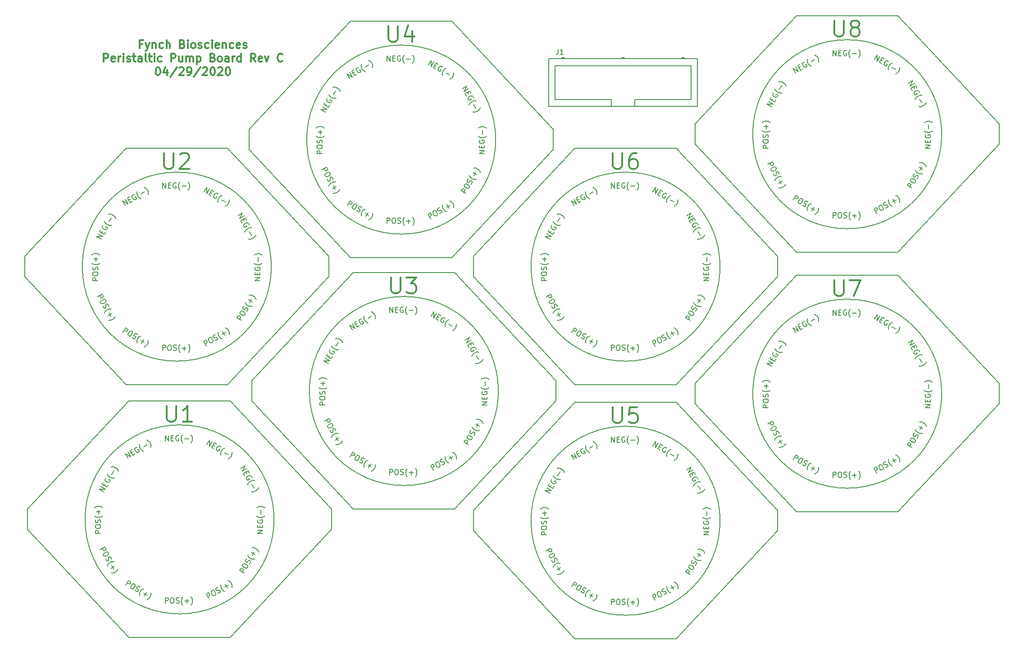
<source format=gbr>
G04 #@! TF.FileFunction,Legend,Top*
%FSLAX46Y46*%
G04 Gerber Fmt 4.6, Leading zero omitted, Abs format (unit mm)*
G04 Created by KiCad (PCBNEW 4.0.7) date Wednesday, April 29, 2020 'PMt' 03:16:32 PM*
%MOMM*%
%LPD*%
G01*
G04 APERTURE LIST*
%ADD10C,0.100000*%
%ADD11C,0.300000*%
%ADD12C,0.150000*%
G04 APERTURE END LIST*
D10*
D11*
X57489286Y-67367857D02*
X56989286Y-67367857D01*
X56989286Y-68153571D02*
X56989286Y-66653571D01*
X57703572Y-66653571D01*
X58132143Y-67153571D02*
X58489286Y-68153571D01*
X58846428Y-67153571D02*
X58489286Y-68153571D01*
X58346428Y-68510714D01*
X58275000Y-68582143D01*
X58132143Y-68653571D01*
X59417857Y-67153571D02*
X59417857Y-68153571D01*
X59417857Y-67296429D02*
X59489285Y-67225000D01*
X59632143Y-67153571D01*
X59846428Y-67153571D01*
X59989285Y-67225000D01*
X60060714Y-67367857D01*
X60060714Y-68153571D01*
X61417857Y-68082143D02*
X61275000Y-68153571D01*
X60989286Y-68153571D01*
X60846428Y-68082143D01*
X60775000Y-68010714D01*
X60703571Y-67867857D01*
X60703571Y-67439286D01*
X60775000Y-67296429D01*
X60846428Y-67225000D01*
X60989286Y-67153571D01*
X61275000Y-67153571D01*
X61417857Y-67225000D01*
X62060714Y-68153571D02*
X62060714Y-66653571D01*
X62703571Y-68153571D02*
X62703571Y-67367857D01*
X62632142Y-67225000D01*
X62489285Y-67153571D01*
X62275000Y-67153571D01*
X62132142Y-67225000D01*
X62060714Y-67296429D01*
X65060714Y-67367857D02*
X65275000Y-67439286D01*
X65346428Y-67510714D01*
X65417857Y-67653571D01*
X65417857Y-67867857D01*
X65346428Y-68010714D01*
X65275000Y-68082143D01*
X65132142Y-68153571D01*
X64560714Y-68153571D01*
X64560714Y-66653571D01*
X65060714Y-66653571D01*
X65203571Y-66725000D01*
X65275000Y-66796429D01*
X65346428Y-66939286D01*
X65346428Y-67082143D01*
X65275000Y-67225000D01*
X65203571Y-67296429D01*
X65060714Y-67367857D01*
X64560714Y-67367857D01*
X66060714Y-68153571D02*
X66060714Y-67153571D01*
X66060714Y-66653571D02*
X65989285Y-66725000D01*
X66060714Y-66796429D01*
X66132142Y-66725000D01*
X66060714Y-66653571D01*
X66060714Y-66796429D01*
X66989286Y-68153571D02*
X66846428Y-68082143D01*
X66775000Y-68010714D01*
X66703571Y-67867857D01*
X66703571Y-67439286D01*
X66775000Y-67296429D01*
X66846428Y-67225000D01*
X66989286Y-67153571D01*
X67203571Y-67153571D01*
X67346428Y-67225000D01*
X67417857Y-67296429D01*
X67489286Y-67439286D01*
X67489286Y-67867857D01*
X67417857Y-68010714D01*
X67346428Y-68082143D01*
X67203571Y-68153571D01*
X66989286Y-68153571D01*
X68060714Y-68082143D02*
X68203571Y-68153571D01*
X68489286Y-68153571D01*
X68632143Y-68082143D01*
X68703571Y-67939286D01*
X68703571Y-67867857D01*
X68632143Y-67725000D01*
X68489286Y-67653571D01*
X68275000Y-67653571D01*
X68132143Y-67582143D01*
X68060714Y-67439286D01*
X68060714Y-67367857D01*
X68132143Y-67225000D01*
X68275000Y-67153571D01*
X68489286Y-67153571D01*
X68632143Y-67225000D01*
X69989286Y-68082143D02*
X69846429Y-68153571D01*
X69560715Y-68153571D01*
X69417857Y-68082143D01*
X69346429Y-68010714D01*
X69275000Y-67867857D01*
X69275000Y-67439286D01*
X69346429Y-67296429D01*
X69417857Y-67225000D01*
X69560715Y-67153571D01*
X69846429Y-67153571D01*
X69989286Y-67225000D01*
X70632143Y-68153571D02*
X70632143Y-67153571D01*
X70632143Y-66653571D02*
X70560714Y-66725000D01*
X70632143Y-66796429D01*
X70703571Y-66725000D01*
X70632143Y-66653571D01*
X70632143Y-66796429D01*
X71917857Y-68082143D02*
X71775000Y-68153571D01*
X71489286Y-68153571D01*
X71346429Y-68082143D01*
X71275000Y-67939286D01*
X71275000Y-67367857D01*
X71346429Y-67225000D01*
X71489286Y-67153571D01*
X71775000Y-67153571D01*
X71917857Y-67225000D01*
X71989286Y-67367857D01*
X71989286Y-67510714D01*
X71275000Y-67653571D01*
X72632143Y-67153571D02*
X72632143Y-68153571D01*
X72632143Y-67296429D02*
X72703571Y-67225000D01*
X72846429Y-67153571D01*
X73060714Y-67153571D01*
X73203571Y-67225000D01*
X73275000Y-67367857D01*
X73275000Y-68153571D01*
X74632143Y-68082143D02*
X74489286Y-68153571D01*
X74203572Y-68153571D01*
X74060714Y-68082143D01*
X73989286Y-68010714D01*
X73917857Y-67867857D01*
X73917857Y-67439286D01*
X73989286Y-67296429D01*
X74060714Y-67225000D01*
X74203572Y-67153571D01*
X74489286Y-67153571D01*
X74632143Y-67225000D01*
X75846428Y-68082143D02*
X75703571Y-68153571D01*
X75417857Y-68153571D01*
X75275000Y-68082143D01*
X75203571Y-67939286D01*
X75203571Y-67367857D01*
X75275000Y-67225000D01*
X75417857Y-67153571D01*
X75703571Y-67153571D01*
X75846428Y-67225000D01*
X75917857Y-67367857D01*
X75917857Y-67510714D01*
X75203571Y-67653571D01*
X76489285Y-68082143D02*
X76632142Y-68153571D01*
X76917857Y-68153571D01*
X77060714Y-68082143D01*
X77132142Y-67939286D01*
X77132142Y-67867857D01*
X77060714Y-67725000D01*
X76917857Y-67653571D01*
X76703571Y-67653571D01*
X76560714Y-67582143D01*
X76489285Y-67439286D01*
X76489285Y-67367857D01*
X76560714Y-67225000D01*
X76703571Y-67153571D01*
X76917857Y-67153571D01*
X77060714Y-67225000D01*
X50275001Y-70703571D02*
X50275001Y-69203571D01*
X50846429Y-69203571D01*
X50989287Y-69275000D01*
X51060715Y-69346429D01*
X51132144Y-69489286D01*
X51132144Y-69703571D01*
X51060715Y-69846429D01*
X50989287Y-69917857D01*
X50846429Y-69989286D01*
X50275001Y-69989286D01*
X52346429Y-70632143D02*
X52203572Y-70703571D01*
X51917858Y-70703571D01*
X51775001Y-70632143D01*
X51703572Y-70489286D01*
X51703572Y-69917857D01*
X51775001Y-69775000D01*
X51917858Y-69703571D01*
X52203572Y-69703571D01*
X52346429Y-69775000D01*
X52417858Y-69917857D01*
X52417858Y-70060714D01*
X51703572Y-70203571D01*
X53060715Y-70703571D02*
X53060715Y-69703571D01*
X53060715Y-69989286D02*
X53132143Y-69846429D01*
X53203572Y-69775000D01*
X53346429Y-69703571D01*
X53489286Y-69703571D01*
X53989286Y-70703571D02*
X53989286Y-69703571D01*
X53989286Y-69203571D02*
X53917857Y-69275000D01*
X53989286Y-69346429D01*
X54060714Y-69275000D01*
X53989286Y-69203571D01*
X53989286Y-69346429D01*
X54632143Y-70632143D02*
X54775000Y-70703571D01*
X55060715Y-70703571D01*
X55203572Y-70632143D01*
X55275000Y-70489286D01*
X55275000Y-70417857D01*
X55203572Y-70275000D01*
X55060715Y-70203571D01*
X54846429Y-70203571D01*
X54703572Y-70132143D01*
X54632143Y-69989286D01*
X54632143Y-69917857D01*
X54703572Y-69775000D01*
X54846429Y-69703571D01*
X55060715Y-69703571D01*
X55203572Y-69775000D01*
X55703572Y-69703571D02*
X56275001Y-69703571D01*
X55917858Y-69203571D02*
X55917858Y-70489286D01*
X55989286Y-70632143D01*
X56132144Y-70703571D01*
X56275001Y-70703571D01*
X57417858Y-70703571D02*
X57417858Y-69917857D01*
X57346429Y-69775000D01*
X57203572Y-69703571D01*
X56917858Y-69703571D01*
X56775001Y-69775000D01*
X57417858Y-70632143D02*
X57275001Y-70703571D01*
X56917858Y-70703571D01*
X56775001Y-70632143D01*
X56703572Y-70489286D01*
X56703572Y-70346429D01*
X56775001Y-70203571D01*
X56917858Y-70132143D01*
X57275001Y-70132143D01*
X57417858Y-70060714D01*
X58346430Y-70703571D02*
X58203572Y-70632143D01*
X58132144Y-70489286D01*
X58132144Y-69203571D01*
X58703572Y-69703571D02*
X59275001Y-69703571D01*
X58917858Y-69203571D02*
X58917858Y-70489286D01*
X58989286Y-70632143D01*
X59132144Y-70703571D01*
X59275001Y-70703571D01*
X59775001Y-70703571D02*
X59775001Y-69703571D01*
X59775001Y-69203571D02*
X59703572Y-69275000D01*
X59775001Y-69346429D01*
X59846429Y-69275000D01*
X59775001Y-69203571D01*
X59775001Y-69346429D01*
X61132144Y-70632143D02*
X60989287Y-70703571D01*
X60703573Y-70703571D01*
X60560715Y-70632143D01*
X60489287Y-70560714D01*
X60417858Y-70417857D01*
X60417858Y-69989286D01*
X60489287Y-69846429D01*
X60560715Y-69775000D01*
X60703573Y-69703571D01*
X60989287Y-69703571D01*
X61132144Y-69775000D01*
X62917858Y-70703571D02*
X62917858Y-69203571D01*
X63489286Y-69203571D01*
X63632144Y-69275000D01*
X63703572Y-69346429D01*
X63775001Y-69489286D01*
X63775001Y-69703571D01*
X63703572Y-69846429D01*
X63632144Y-69917857D01*
X63489286Y-69989286D01*
X62917858Y-69989286D01*
X65060715Y-69703571D02*
X65060715Y-70703571D01*
X64417858Y-69703571D02*
X64417858Y-70489286D01*
X64489286Y-70632143D01*
X64632144Y-70703571D01*
X64846429Y-70703571D01*
X64989286Y-70632143D01*
X65060715Y-70560714D01*
X65775001Y-70703571D02*
X65775001Y-69703571D01*
X65775001Y-69846429D02*
X65846429Y-69775000D01*
X65989287Y-69703571D01*
X66203572Y-69703571D01*
X66346429Y-69775000D01*
X66417858Y-69917857D01*
X66417858Y-70703571D01*
X66417858Y-69917857D02*
X66489287Y-69775000D01*
X66632144Y-69703571D01*
X66846429Y-69703571D01*
X66989287Y-69775000D01*
X67060715Y-69917857D01*
X67060715Y-70703571D01*
X67775001Y-69703571D02*
X67775001Y-71203571D01*
X67775001Y-69775000D02*
X67917858Y-69703571D01*
X68203572Y-69703571D01*
X68346429Y-69775000D01*
X68417858Y-69846429D01*
X68489287Y-69989286D01*
X68489287Y-70417857D01*
X68417858Y-70560714D01*
X68346429Y-70632143D01*
X68203572Y-70703571D01*
X67917858Y-70703571D01*
X67775001Y-70632143D01*
X70775001Y-69917857D02*
X70989287Y-69989286D01*
X71060715Y-70060714D01*
X71132144Y-70203571D01*
X71132144Y-70417857D01*
X71060715Y-70560714D01*
X70989287Y-70632143D01*
X70846429Y-70703571D01*
X70275001Y-70703571D01*
X70275001Y-69203571D01*
X70775001Y-69203571D01*
X70917858Y-69275000D01*
X70989287Y-69346429D01*
X71060715Y-69489286D01*
X71060715Y-69632143D01*
X70989287Y-69775000D01*
X70917858Y-69846429D01*
X70775001Y-69917857D01*
X70275001Y-69917857D01*
X71989287Y-70703571D02*
X71846429Y-70632143D01*
X71775001Y-70560714D01*
X71703572Y-70417857D01*
X71703572Y-69989286D01*
X71775001Y-69846429D01*
X71846429Y-69775000D01*
X71989287Y-69703571D01*
X72203572Y-69703571D01*
X72346429Y-69775000D01*
X72417858Y-69846429D01*
X72489287Y-69989286D01*
X72489287Y-70417857D01*
X72417858Y-70560714D01*
X72346429Y-70632143D01*
X72203572Y-70703571D01*
X71989287Y-70703571D01*
X73775001Y-70703571D02*
X73775001Y-69917857D01*
X73703572Y-69775000D01*
X73560715Y-69703571D01*
X73275001Y-69703571D01*
X73132144Y-69775000D01*
X73775001Y-70632143D02*
X73632144Y-70703571D01*
X73275001Y-70703571D01*
X73132144Y-70632143D01*
X73060715Y-70489286D01*
X73060715Y-70346429D01*
X73132144Y-70203571D01*
X73275001Y-70132143D01*
X73632144Y-70132143D01*
X73775001Y-70060714D01*
X74489287Y-70703571D02*
X74489287Y-69703571D01*
X74489287Y-69989286D02*
X74560715Y-69846429D01*
X74632144Y-69775000D01*
X74775001Y-69703571D01*
X74917858Y-69703571D01*
X76060715Y-70703571D02*
X76060715Y-69203571D01*
X76060715Y-70632143D02*
X75917858Y-70703571D01*
X75632144Y-70703571D01*
X75489286Y-70632143D01*
X75417858Y-70560714D01*
X75346429Y-70417857D01*
X75346429Y-69989286D01*
X75417858Y-69846429D01*
X75489286Y-69775000D01*
X75632144Y-69703571D01*
X75917858Y-69703571D01*
X76060715Y-69775000D01*
X78775001Y-70703571D02*
X78275001Y-69989286D01*
X77917858Y-70703571D02*
X77917858Y-69203571D01*
X78489286Y-69203571D01*
X78632144Y-69275000D01*
X78703572Y-69346429D01*
X78775001Y-69489286D01*
X78775001Y-69703571D01*
X78703572Y-69846429D01*
X78632144Y-69917857D01*
X78489286Y-69989286D01*
X77917858Y-69989286D01*
X79989286Y-70632143D02*
X79846429Y-70703571D01*
X79560715Y-70703571D01*
X79417858Y-70632143D01*
X79346429Y-70489286D01*
X79346429Y-69917857D01*
X79417858Y-69775000D01*
X79560715Y-69703571D01*
X79846429Y-69703571D01*
X79989286Y-69775000D01*
X80060715Y-69917857D01*
X80060715Y-70060714D01*
X79346429Y-70203571D01*
X80560715Y-69703571D02*
X80917858Y-70703571D01*
X81275000Y-69703571D01*
X83846429Y-70560714D02*
X83775000Y-70632143D01*
X83560714Y-70703571D01*
X83417857Y-70703571D01*
X83203572Y-70632143D01*
X83060714Y-70489286D01*
X82989286Y-70346429D01*
X82917857Y-70060714D01*
X82917857Y-69846429D01*
X82989286Y-69560714D01*
X83060714Y-69417857D01*
X83203572Y-69275000D01*
X83417857Y-69203571D01*
X83560714Y-69203571D01*
X83775000Y-69275000D01*
X83846429Y-69346429D01*
X60382144Y-71753571D02*
X60525001Y-71753571D01*
X60667858Y-71825000D01*
X60739287Y-71896429D01*
X60810716Y-72039286D01*
X60882144Y-72325000D01*
X60882144Y-72682143D01*
X60810716Y-72967857D01*
X60739287Y-73110714D01*
X60667858Y-73182143D01*
X60525001Y-73253571D01*
X60382144Y-73253571D01*
X60239287Y-73182143D01*
X60167858Y-73110714D01*
X60096430Y-72967857D01*
X60025001Y-72682143D01*
X60025001Y-72325000D01*
X60096430Y-72039286D01*
X60167858Y-71896429D01*
X60239287Y-71825000D01*
X60382144Y-71753571D01*
X62167858Y-72253571D02*
X62167858Y-73253571D01*
X61810715Y-71682143D02*
X61453572Y-72753571D01*
X62382144Y-72753571D01*
X64025000Y-71682143D02*
X62739286Y-73610714D01*
X64453572Y-71896429D02*
X64525001Y-71825000D01*
X64667858Y-71753571D01*
X65025001Y-71753571D01*
X65167858Y-71825000D01*
X65239287Y-71896429D01*
X65310715Y-72039286D01*
X65310715Y-72182143D01*
X65239287Y-72396429D01*
X64382144Y-73253571D01*
X65310715Y-73253571D01*
X66025000Y-73253571D02*
X66310715Y-73253571D01*
X66453572Y-73182143D01*
X66525000Y-73110714D01*
X66667858Y-72896429D01*
X66739286Y-72610714D01*
X66739286Y-72039286D01*
X66667858Y-71896429D01*
X66596429Y-71825000D01*
X66453572Y-71753571D01*
X66167858Y-71753571D01*
X66025000Y-71825000D01*
X65953572Y-71896429D01*
X65882143Y-72039286D01*
X65882143Y-72396429D01*
X65953572Y-72539286D01*
X66025000Y-72610714D01*
X66167858Y-72682143D01*
X66453572Y-72682143D01*
X66596429Y-72610714D01*
X66667858Y-72539286D01*
X66739286Y-72396429D01*
X68453571Y-71682143D02*
X67167857Y-73610714D01*
X68882143Y-71896429D02*
X68953572Y-71825000D01*
X69096429Y-71753571D01*
X69453572Y-71753571D01*
X69596429Y-71825000D01*
X69667858Y-71896429D01*
X69739286Y-72039286D01*
X69739286Y-72182143D01*
X69667858Y-72396429D01*
X68810715Y-73253571D01*
X69739286Y-73253571D01*
X70667857Y-71753571D02*
X70810714Y-71753571D01*
X70953571Y-71825000D01*
X71025000Y-71896429D01*
X71096429Y-72039286D01*
X71167857Y-72325000D01*
X71167857Y-72682143D01*
X71096429Y-72967857D01*
X71025000Y-73110714D01*
X70953571Y-73182143D01*
X70810714Y-73253571D01*
X70667857Y-73253571D01*
X70525000Y-73182143D01*
X70453571Y-73110714D01*
X70382143Y-72967857D01*
X70310714Y-72682143D01*
X70310714Y-72325000D01*
X70382143Y-72039286D01*
X70453571Y-71896429D01*
X70525000Y-71825000D01*
X70667857Y-71753571D01*
X71739285Y-71896429D02*
X71810714Y-71825000D01*
X71953571Y-71753571D01*
X72310714Y-71753571D01*
X72453571Y-71825000D01*
X72525000Y-71896429D01*
X72596428Y-72039286D01*
X72596428Y-72182143D01*
X72525000Y-72396429D01*
X71667857Y-73253571D01*
X72596428Y-73253571D01*
X73524999Y-71753571D02*
X73667856Y-71753571D01*
X73810713Y-71825000D01*
X73882142Y-71896429D01*
X73953571Y-72039286D01*
X74024999Y-72325000D01*
X74024999Y-72682143D01*
X73953571Y-72967857D01*
X73882142Y-73110714D01*
X73810713Y-73182143D01*
X73667856Y-73253571D01*
X73524999Y-73253571D01*
X73382142Y-73182143D01*
X73310713Y-73110714D01*
X73239285Y-72967857D01*
X73167856Y-72682143D01*
X73167856Y-72325000D01*
X73239285Y-72039286D01*
X73310713Y-71896429D01*
X73382142Y-71825000D01*
X73524999Y-71753571D01*
D12*
X54991000Y-178948080D02*
X74025760Y-178948080D01*
X35938460Y-158620460D02*
X54988460Y-178940460D01*
X35938460Y-156715460D02*
X35938460Y-158620460D01*
X93091000Y-156718000D02*
X93091000Y-158623000D01*
X93091000Y-158623000D02*
X74041000Y-178943000D01*
X93091000Y-154813000D02*
X74041000Y-134493000D01*
X93091000Y-156718000D02*
X93091000Y-154813000D01*
X64516000Y-134493000D02*
X74041000Y-134493000D01*
X35941000Y-156718000D02*
X35941000Y-154813000D01*
X35941000Y-154813000D02*
X54991000Y-134493000D01*
X54991000Y-134493000D02*
X64516000Y-134493000D01*
X82276486Y-156718000D02*
G75*
G03X82276486Y-156718000I-17760486J0D01*
G01*
X54483000Y-131450080D02*
X73517760Y-131450080D01*
X35430460Y-111122460D02*
X54480460Y-131442460D01*
X35430460Y-109217460D02*
X35430460Y-111122460D01*
X92583000Y-109220000D02*
X92583000Y-111125000D01*
X92583000Y-111125000D02*
X73533000Y-131445000D01*
X92583000Y-107315000D02*
X73533000Y-86995000D01*
X92583000Y-109220000D02*
X92583000Y-107315000D01*
X64008000Y-86995000D02*
X73533000Y-86995000D01*
X35433000Y-109220000D02*
X35433000Y-107315000D01*
X35433000Y-107315000D02*
X54483000Y-86995000D01*
X54483000Y-86995000D02*
X64008000Y-86995000D01*
X81768486Y-109220000D02*
G75*
G03X81768486Y-109220000I-17760486J0D01*
G01*
X97155000Y-154818080D02*
X116189760Y-154818080D01*
X78102460Y-134490460D02*
X97152460Y-154810460D01*
X78102460Y-132585460D02*
X78102460Y-134490460D01*
X135255000Y-132588000D02*
X135255000Y-134493000D01*
X135255000Y-134493000D02*
X116205000Y-154813000D01*
X135255000Y-130683000D02*
X116205000Y-110363000D01*
X135255000Y-132588000D02*
X135255000Y-130683000D01*
X106680000Y-110363000D02*
X116205000Y-110363000D01*
X78105000Y-132588000D02*
X78105000Y-130683000D01*
X78105000Y-130683000D02*
X97155000Y-110363000D01*
X97155000Y-110363000D02*
X106680000Y-110363000D01*
X124440486Y-132588000D02*
G75*
G03X124440486Y-132588000I-17760486J0D01*
G01*
X96647000Y-107574080D02*
X115681760Y-107574080D01*
X77594460Y-87246460D02*
X96644460Y-107566460D01*
X77594460Y-85341460D02*
X77594460Y-87246460D01*
X134747000Y-85344000D02*
X134747000Y-87249000D01*
X134747000Y-87249000D02*
X115697000Y-107569000D01*
X134747000Y-83439000D02*
X115697000Y-63119000D01*
X134747000Y-85344000D02*
X134747000Y-83439000D01*
X106172000Y-63119000D02*
X115697000Y-63119000D01*
X77597000Y-85344000D02*
X77597000Y-83439000D01*
X77597000Y-83439000D02*
X96647000Y-63119000D01*
X96647000Y-63119000D02*
X106172000Y-63119000D01*
X123932486Y-85344000D02*
G75*
G03X123932486Y-85344000I-17760486J0D01*
G01*
X138811000Y-179202080D02*
X157845760Y-179202080D01*
X119758460Y-158874460D02*
X138808460Y-179194460D01*
X119758460Y-156969460D02*
X119758460Y-158874460D01*
X176911000Y-156972000D02*
X176911000Y-158877000D01*
X176911000Y-158877000D02*
X157861000Y-179197000D01*
X176911000Y-155067000D02*
X157861000Y-134747000D01*
X176911000Y-156972000D02*
X176911000Y-155067000D01*
X148336000Y-134747000D02*
X157861000Y-134747000D01*
X119761000Y-156972000D02*
X119761000Y-155067000D01*
X119761000Y-155067000D02*
X138811000Y-134747000D01*
X138811000Y-134747000D02*
X148336000Y-134747000D01*
X166096486Y-156972000D02*
G75*
G03X166096486Y-156972000I-17760486J0D01*
G01*
X138811000Y-131450080D02*
X157845760Y-131450080D01*
X119758460Y-111122460D02*
X138808460Y-131442460D01*
X119758460Y-109217460D02*
X119758460Y-111122460D01*
X176911000Y-109220000D02*
X176911000Y-111125000D01*
X176911000Y-111125000D02*
X157861000Y-131445000D01*
X176911000Y-107315000D02*
X157861000Y-86995000D01*
X176911000Y-109220000D02*
X176911000Y-107315000D01*
X148336000Y-86995000D02*
X157861000Y-86995000D01*
X119761000Y-109220000D02*
X119761000Y-107315000D01*
X119761000Y-107315000D02*
X138811000Y-86995000D01*
X138811000Y-86995000D02*
X148336000Y-86995000D01*
X166096486Y-109220000D02*
G75*
G03X166096486Y-109220000I-17760486J0D01*
G01*
X180467000Y-155326080D02*
X199501760Y-155326080D01*
X161414460Y-134998460D02*
X180464460Y-155318460D01*
X161414460Y-133093460D02*
X161414460Y-134998460D01*
X218567000Y-133096000D02*
X218567000Y-135001000D01*
X218567000Y-135001000D02*
X199517000Y-155321000D01*
X218567000Y-131191000D02*
X199517000Y-110871000D01*
X218567000Y-133096000D02*
X218567000Y-131191000D01*
X189992000Y-110871000D02*
X199517000Y-110871000D01*
X161417000Y-133096000D02*
X161417000Y-131191000D01*
X161417000Y-131191000D02*
X180467000Y-110871000D01*
X180467000Y-110871000D02*
X189992000Y-110871000D01*
X207752486Y-133096000D02*
G75*
G03X207752486Y-133096000I-17760486J0D01*
G01*
X180467000Y-106558080D02*
X199501760Y-106558080D01*
X161414460Y-86230460D02*
X180464460Y-106550460D01*
X161414460Y-84325460D02*
X161414460Y-86230460D01*
X218567000Y-84328000D02*
X218567000Y-86233000D01*
X218567000Y-86233000D02*
X199517000Y-106553000D01*
X218567000Y-82423000D02*
X199517000Y-62103000D01*
X218567000Y-84328000D02*
X218567000Y-82423000D01*
X189992000Y-62103000D02*
X199517000Y-62103000D01*
X161417000Y-84328000D02*
X161417000Y-82423000D01*
X161417000Y-82423000D02*
X180467000Y-62103000D01*
X180467000Y-62103000D02*
X189992000Y-62103000D01*
X207752486Y-84328000D02*
G75*
G03X207752486Y-84328000I-17760486J0D01*
G01*
X133900000Y-79085000D02*
X133900000Y-70145000D01*
X133900000Y-70145000D02*
X161820000Y-70145000D01*
X161820000Y-70145000D02*
X161820000Y-79085000D01*
X161820000Y-79085000D02*
X133900000Y-79085000D01*
X145635000Y-79085000D02*
X145635000Y-77785000D01*
X145635000Y-77785000D02*
X135100000Y-77785000D01*
X135100000Y-77785000D02*
X135100000Y-71445000D01*
X135100000Y-71445000D02*
X160620000Y-71445000D01*
X160620000Y-71445000D02*
X160620000Y-77785000D01*
X160620000Y-77785000D02*
X150085000Y-77785000D01*
X150085000Y-77785000D02*
X150085000Y-79085000D01*
X147610000Y-70145000D02*
X147610000Y-69945000D01*
X147610000Y-69945000D02*
X148110000Y-69945000D01*
X148110000Y-69945000D02*
X148110000Y-70145000D01*
X147610000Y-70045000D02*
X148110000Y-70045000D01*
X158900000Y-70145000D02*
X158900000Y-69945000D01*
X158900000Y-69945000D02*
X159400000Y-69945000D01*
X159400000Y-69945000D02*
X159400000Y-70145000D01*
X158900000Y-70045000D02*
X159400000Y-70045000D01*
X136320000Y-70145000D02*
X136320000Y-69945000D01*
X136320000Y-69945000D02*
X136820000Y-69945000D01*
X136820000Y-69945000D02*
X136820000Y-70145000D01*
X136320000Y-70045000D02*
X136820000Y-70045000D01*
D11*
X62139286Y-135357143D02*
X62139286Y-137785714D01*
X62282143Y-138071429D01*
X62425000Y-138214286D01*
X62710714Y-138357143D01*
X63282143Y-138357143D01*
X63567857Y-138214286D01*
X63710714Y-138071429D01*
X63853571Y-137785714D01*
X63853571Y-135357143D01*
X66853571Y-138357143D02*
X65139286Y-138357143D01*
X65996428Y-138357143D02*
X65996428Y-135357143D01*
X65710714Y-135785714D01*
X65425000Y-136071429D01*
X65139286Y-136214286D01*
D12*
X80163479Y-159319429D02*
X79163479Y-159319429D01*
X80163479Y-158748000D01*
X79163479Y-158748000D01*
X79639669Y-158271810D02*
X79639669Y-157938476D01*
X80163479Y-157795619D02*
X80163479Y-158271810D01*
X79163479Y-158271810D01*
X79163479Y-157795619D01*
X79211098Y-156843238D02*
X79163479Y-156938476D01*
X79163479Y-157081333D01*
X79211098Y-157224191D01*
X79306336Y-157319429D01*
X79401574Y-157367048D01*
X79592050Y-157414667D01*
X79734908Y-157414667D01*
X79925384Y-157367048D01*
X80020622Y-157319429D01*
X80115860Y-157224191D01*
X80163479Y-157081333D01*
X80163479Y-156986095D01*
X80115860Y-156843238D01*
X80068241Y-156795619D01*
X79734908Y-156795619D01*
X79734908Y-156986095D01*
X80544431Y-156081333D02*
X80496812Y-156128953D01*
X80353955Y-156224191D01*
X80258717Y-156271810D01*
X80115860Y-156319429D01*
X79877765Y-156367048D01*
X79687288Y-156367048D01*
X79449193Y-156319429D01*
X79306336Y-156271810D01*
X79211098Y-156224191D01*
X79068241Y-156128953D01*
X79020622Y-156081333D01*
X79782527Y-155700381D02*
X79782527Y-154938476D01*
X80544431Y-154557524D02*
X80496812Y-154509905D01*
X80353955Y-154414667D01*
X80258717Y-154367048D01*
X80115860Y-154319429D01*
X79877765Y-154271810D01*
X79687288Y-154271810D01*
X79449193Y-154319429D01*
X79306336Y-154367048D01*
X79211098Y-154414667D01*
X79068241Y-154509905D01*
X79020622Y-154557524D01*
X49683479Y-159343237D02*
X48683479Y-159343237D01*
X48683479Y-158962284D01*
X48731098Y-158867046D01*
X48778717Y-158819427D01*
X48873955Y-158771808D01*
X49016812Y-158771808D01*
X49112050Y-158819427D01*
X49159669Y-158867046D01*
X49207288Y-158962284D01*
X49207288Y-159343237D01*
X48683479Y-158152761D02*
X48683479Y-157962284D01*
X48731098Y-157867046D01*
X48826336Y-157771808D01*
X49016812Y-157724189D01*
X49350146Y-157724189D01*
X49540622Y-157771808D01*
X49635860Y-157867046D01*
X49683479Y-157962284D01*
X49683479Y-158152761D01*
X49635860Y-158247999D01*
X49540622Y-158343237D01*
X49350146Y-158390856D01*
X49016812Y-158390856D01*
X48826336Y-158343237D01*
X48731098Y-158247999D01*
X48683479Y-158152761D01*
X49635860Y-157343237D02*
X49683479Y-157200380D01*
X49683479Y-156962284D01*
X49635860Y-156867046D01*
X49588241Y-156819427D01*
X49493003Y-156771808D01*
X49397765Y-156771808D01*
X49302527Y-156819427D01*
X49254908Y-156867046D01*
X49207288Y-156962284D01*
X49159669Y-157152761D01*
X49112050Y-157247999D01*
X49064431Y-157295618D01*
X48969193Y-157343237D01*
X48873955Y-157343237D01*
X48778717Y-157295618D01*
X48731098Y-157247999D01*
X48683479Y-157152761D01*
X48683479Y-156914665D01*
X48731098Y-156771808D01*
X50064431Y-156057522D02*
X50016812Y-156105142D01*
X49873955Y-156200380D01*
X49778717Y-156247999D01*
X49635860Y-156295618D01*
X49397765Y-156343237D01*
X49207288Y-156343237D01*
X48969193Y-156295618D01*
X48826336Y-156247999D01*
X48731098Y-156200380D01*
X48588241Y-156105142D01*
X48540622Y-156057522D01*
X49302527Y-155676570D02*
X49302527Y-154914665D01*
X49683479Y-155295617D02*
X48921574Y-155295617D01*
X50064431Y-154533713D02*
X50016812Y-154486094D01*
X49873955Y-154390856D01*
X49778717Y-154343237D01*
X49635860Y-154295618D01*
X49397765Y-154247999D01*
X49207288Y-154247999D01*
X48969193Y-154295618D01*
X48826336Y-154343237D01*
X48731098Y-154390856D01*
X48588241Y-154486094D01*
X48540622Y-154533713D01*
X49594637Y-162408912D02*
X50460662Y-161908912D01*
X50651139Y-162238827D01*
X50657519Y-162345115D01*
X50640089Y-162410163D01*
X50581420Y-162499022D01*
X50457702Y-162570450D01*
X50351414Y-162576830D01*
X50286365Y-162559400D01*
X50197507Y-162500731D01*
X50007031Y-162170816D01*
X51055900Y-162939894D02*
X51151139Y-163104852D01*
X51157519Y-163211140D01*
X51122659Y-163341238D01*
X50981512Y-163477715D01*
X50692836Y-163644382D01*
X50504069Y-163698381D01*
X50373972Y-163663521D01*
X50285114Y-163604852D01*
X50189875Y-163439894D01*
X50183495Y-163333606D01*
X50218355Y-163203509D01*
X50359502Y-163067031D01*
X50648178Y-162900364D01*
X50836945Y-162846366D01*
X50967042Y-162881225D01*
X51055900Y-162939894D01*
X50635876Y-164117153D02*
X50666066Y-164264680D01*
X50785114Y-164470878D01*
X50873972Y-164529547D01*
X50939021Y-164546976D01*
X51045309Y-164540597D01*
X51127787Y-164492978D01*
X51186456Y-164404119D01*
X51203886Y-164339071D01*
X51197507Y-164232782D01*
X51143508Y-164044015D01*
X51137128Y-163937727D01*
X51154558Y-163872678D01*
X51213227Y-163783820D01*
X51295705Y-163736201D01*
X51401993Y-163729821D01*
X51467042Y-163747251D01*
X51555900Y-163805920D01*
X51674948Y-164012117D01*
X51705138Y-164159644D01*
X50907580Y-165444900D02*
X50925010Y-165379851D01*
X51001109Y-165225944D01*
X51059778Y-165137085D01*
X51159686Y-165024418D01*
X51342073Y-164864131D01*
X51507031Y-164768892D01*
X51737036Y-164691084D01*
X51884564Y-164660895D01*
X51990852Y-164654515D01*
X52162188Y-164665565D01*
X52227238Y-164682996D01*
X51757885Y-165393862D02*
X52138837Y-166053692D01*
X51618447Y-165914253D02*
X52278276Y-165533301D01*
X51669485Y-166764558D02*
X51734534Y-166781987D01*
X51905871Y-166793037D01*
X52012159Y-166786658D01*
X52159686Y-166756469D01*
X52389692Y-166678660D01*
X52554650Y-166583422D01*
X52737036Y-166423135D01*
X52836945Y-166310467D01*
X52895614Y-166221609D01*
X52971712Y-166067702D01*
X52989142Y-166002653D01*
X76002996Y-147189532D02*
X76869021Y-146689532D01*
X76288710Y-147684404D01*
X77154735Y-147184404D01*
X76980438Y-147834892D02*
X77147105Y-148123567D01*
X76764901Y-148509190D02*
X76526805Y-148096797D01*
X77392830Y-147596797D01*
X77630926Y-148009190D01*
X78065877Y-148857786D02*
X78059497Y-148751498D01*
X77988069Y-148627780D01*
X77875401Y-148527871D01*
X77745303Y-148493011D01*
X77639015Y-148499391D01*
X77450249Y-148553390D01*
X77326530Y-148624819D01*
X77185382Y-148761296D01*
X77126713Y-148850154D01*
X77091854Y-148980252D01*
X77122044Y-149127780D01*
X77169663Y-149210258D01*
X77282330Y-149310167D01*
X77347379Y-149327597D01*
X77636054Y-149160930D01*
X77540816Y-148995973D01*
X77292129Y-150184281D02*
X77309559Y-150119232D01*
X77385658Y-149965325D01*
X77444327Y-149876466D01*
X77544235Y-149763799D01*
X77726622Y-149603512D01*
X77891580Y-149508273D01*
X78121585Y-149430465D01*
X78269113Y-149400276D01*
X78375401Y-149393896D01*
X78546737Y-149404946D01*
X78611787Y-149422377D01*
X78142434Y-150133243D02*
X78523386Y-150793073D01*
X78054034Y-151503939D02*
X78119083Y-151521368D01*
X78290420Y-151532418D01*
X78396708Y-151526039D01*
X78544235Y-151495849D01*
X78774241Y-151418041D01*
X78939199Y-151322803D01*
X79121585Y-151162516D01*
X79221494Y-151049848D01*
X79280163Y-150960990D01*
X79356261Y-150807083D01*
X79373691Y-150742034D01*
X61860193Y-172441560D02*
X61860193Y-171441560D01*
X62241146Y-171441560D01*
X62336384Y-171489179D01*
X62384003Y-171536798D01*
X62431622Y-171632036D01*
X62431622Y-171774893D01*
X62384003Y-171870131D01*
X62336384Y-171917750D01*
X62241146Y-171965369D01*
X61860193Y-171965369D01*
X63050669Y-171441560D02*
X63241146Y-171441560D01*
X63336384Y-171489179D01*
X63431622Y-171584417D01*
X63479241Y-171774893D01*
X63479241Y-172108227D01*
X63431622Y-172298703D01*
X63336384Y-172393941D01*
X63241146Y-172441560D01*
X63050669Y-172441560D01*
X62955431Y-172393941D01*
X62860193Y-172298703D01*
X62812574Y-172108227D01*
X62812574Y-171774893D01*
X62860193Y-171584417D01*
X62955431Y-171489179D01*
X63050669Y-171441560D01*
X63860193Y-172393941D02*
X64003050Y-172441560D01*
X64241146Y-172441560D01*
X64336384Y-172393941D01*
X64384003Y-172346322D01*
X64431622Y-172251084D01*
X64431622Y-172155846D01*
X64384003Y-172060608D01*
X64336384Y-172012989D01*
X64241146Y-171965369D01*
X64050669Y-171917750D01*
X63955431Y-171870131D01*
X63907812Y-171822512D01*
X63860193Y-171727274D01*
X63860193Y-171632036D01*
X63907812Y-171536798D01*
X63955431Y-171489179D01*
X64050669Y-171441560D01*
X64288765Y-171441560D01*
X64431622Y-171489179D01*
X65145908Y-172822512D02*
X65098288Y-172774893D01*
X65003050Y-172632036D01*
X64955431Y-172536798D01*
X64907812Y-172393941D01*
X64860193Y-172155846D01*
X64860193Y-171965369D01*
X64907812Y-171727274D01*
X64955431Y-171584417D01*
X65003050Y-171489179D01*
X65098288Y-171346322D01*
X65145908Y-171298703D01*
X65526860Y-172060608D02*
X66288765Y-172060608D01*
X65907813Y-172441560D02*
X65907813Y-171679655D01*
X66669717Y-172822512D02*
X66717336Y-172774893D01*
X66812574Y-172632036D01*
X66860193Y-172536798D01*
X66907812Y-172393941D01*
X66955431Y-172155846D01*
X66955431Y-171965369D01*
X66907812Y-171727274D01*
X66860193Y-171584417D01*
X66812574Y-171489179D01*
X66717336Y-171346322D01*
X66669717Y-171298703D01*
X61884003Y-141961559D02*
X61884003Y-140961559D01*
X62455432Y-141961559D01*
X62455432Y-140961559D01*
X62931622Y-141437749D02*
X63264956Y-141437749D01*
X63407813Y-141961559D02*
X62931622Y-141961559D01*
X62931622Y-140961559D01*
X63407813Y-140961559D01*
X64360194Y-141009178D02*
X64264956Y-140961559D01*
X64122099Y-140961559D01*
X63979241Y-141009178D01*
X63884003Y-141104416D01*
X63836384Y-141199654D01*
X63788765Y-141390130D01*
X63788765Y-141532988D01*
X63836384Y-141723464D01*
X63884003Y-141818702D01*
X63979241Y-141913940D01*
X64122099Y-141961559D01*
X64217337Y-141961559D01*
X64360194Y-141913940D01*
X64407813Y-141866321D01*
X64407813Y-141532988D01*
X64217337Y-141532988D01*
X65122099Y-142342511D02*
X65074479Y-142294892D01*
X64979241Y-142152035D01*
X64931622Y-142056797D01*
X64884003Y-141913940D01*
X64836384Y-141675845D01*
X64836384Y-141485368D01*
X64884003Y-141247273D01*
X64931622Y-141104416D01*
X64979241Y-141009178D01*
X65074479Y-140866321D01*
X65122099Y-140818702D01*
X65503051Y-141580607D02*
X66264956Y-141580607D01*
X66645908Y-142342511D02*
X66693527Y-142294892D01*
X66788765Y-142152035D01*
X66836384Y-142056797D01*
X66884003Y-141913940D01*
X66931622Y-141675845D01*
X66931622Y-141485368D01*
X66884003Y-141247273D01*
X66836384Y-141104416D01*
X66788765Y-141009178D01*
X66693527Y-140866321D01*
X66645908Y-140818702D01*
X54384676Y-169067711D02*
X54884676Y-168201686D01*
X55214591Y-168392162D01*
X55273260Y-168481020D01*
X55290689Y-168546069D01*
X55284310Y-168652357D01*
X55212881Y-168776075D01*
X55124023Y-168834744D01*
X55058974Y-168852174D01*
X54952686Y-168845794D01*
X54622771Y-168655317D01*
X55915658Y-168796924D02*
X56080616Y-168892162D01*
X56139285Y-168981020D01*
X56174145Y-169111118D01*
X56120146Y-169299884D01*
X55953479Y-169588560D01*
X55817002Y-169729708D01*
X55686904Y-169764567D01*
X55580616Y-169758187D01*
X55415658Y-169662949D01*
X55356989Y-169574091D01*
X55322130Y-169443993D01*
X55376128Y-169255227D01*
X55542795Y-168966551D01*
X55679273Y-168825403D01*
X55809370Y-168790544D01*
X55915658Y-168796924D01*
X56140536Y-170026472D02*
X56240444Y-170139139D01*
X56446642Y-170258187D01*
X56552930Y-170264567D01*
X56617978Y-170247137D01*
X56706837Y-170188468D01*
X56754456Y-170105990D01*
X56760835Y-169999702D01*
X56743406Y-169934653D01*
X56684737Y-169845794D01*
X56543589Y-169709316D01*
X56484920Y-169620458D01*
X56467490Y-169555409D01*
X56473870Y-169449121D01*
X56521489Y-169366643D01*
X56610347Y-169307974D01*
X56675396Y-169290544D01*
X56781684Y-169296924D01*
X56987881Y-169415972D01*
X57087789Y-169528639D01*
X57039712Y-171040483D02*
X57022282Y-170975433D01*
X57011232Y-170804096D01*
X57017611Y-170697808D01*
X57047801Y-170550281D01*
X57125609Y-170320275D01*
X57220847Y-170155317D01*
X57381134Y-169972931D01*
X57493802Y-169873022D01*
X57582660Y-169814353D01*
X57736567Y-169738255D01*
X57801617Y-169720825D01*
X57750578Y-170571130D02*
X58410408Y-170952083D01*
X57890017Y-171091521D02*
X58270970Y-170431692D01*
X58359370Y-171802387D02*
X58424418Y-171784957D01*
X58578325Y-171708858D01*
X58667184Y-171650189D01*
X58779852Y-171550281D01*
X58940138Y-171367894D01*
X59035377Y-171202936D01*
X59113185Y-170972931D01*
X59143374Y-170825403D01*
X59149754Y-170719115D01*
X59138704Y-170547779D01*
X59121274Y-170482730D01*
X69645296Y-142683161D02*
X70145296Y-141817136D01*
X70140168Y-142968876D01*
X70640168Y-142102851D01*
X70814466Y-142753338D02*
X71103141Y-142920005D01*
X70964954Y-143445066D02*
X70552561Y-143206971D01*
X71052561Y-142340946D01*
X71464954Y-142579041D01*
X72265931Y-143096471D02*
X72207262Y-143007613D01*
X72083544Y-142936184D01*
X71936016Y-142905994D01*
X71805918Y-142940854D01*
X71717060Y-142999523D01*
X71580583Y-143140670D01*
X71509154Y-143264389D01*
X71455155Y-143453156D01*
X71448775Y-143559444D01*
X71483635Y-143689541D01*
X71583544Y-143802209D01*
X71666022Y-143849828D01*
X71813550Y-143880018D01*
X71878599Y-143862588D01*
X72045265Y-143573913D01*
X71880308Y-143478675D01*
X72259093Y-144632124D02*
X72241663Y-144567074D01*
X72230613Y-144395737D01*
X72236992Y-144289449D01*
X72267182Y-144141922D01*
X72344990Y-143911916D01*
X72440228Y-143746958D01*
X72600515Y-143564572D01*
X72713183Y-143464663D01*
X72802041Y-143405994D01*
X72955948Y-143329896D01*
X73020998Y-143312466D01*
X72969959Y-144162771D02*
X73629789Y-144543724D01*
X73578751Y-145394028D02*
X73643799Y-145376598D01*
X73797706Y-145300499D01*
X73886565Y-145241830D01*
X73999232Y-145141922D01*
X74159519Y-144959535D01*
X74254758Y-144794577D01*
X74332566Y-144564572D01*
X74362755Y-144417044D01*
X74369135Y-144310756D01*
X74358085Y-144139420D01*
X74340655Y-144074371D01*
X76680703Y-166828267D02*
X75814678Y-166328267D01*
X76005154Y-165998352D01*
X76094012Y-165939683D01*
X76159061Y-165922254D01*
X76265349Y-165928633D01*
X76389067Y-166000062D01*
X76447736Y-166088920D01*
X76465166Y-166153969D01*
X76458786Y-166260257D01*
X76268309Y-166590172D01*
X76409916Y-165297285D02*
X76505154Y-165132327D01*
X76594012Y-165073658D01*
X76724110Y-165038798D01*
X76912876Y-165092797D01*
X77201552Y-165259464D01*
X77342700Y-165395941D01*
X77377559Y-165526039D01*
X77371179Y-165632327D01*
X77275941Y-165797285D01*
X77187083Y-165855954D01*
X77056985Y-165890813D01*
X76868219Y-165836815D01*
X76579543Y-165670148D01*
X76438395Y-165533670D01*
X76403536Y-165403573D01*
X76409916Y-165297285D01*
X77639464Y-165072407D02*
X77752131Y-164972499D01*
X77871179Y-164766301D01*
X77877559Y-164660013D01*
X77860129Y-164594965D01*
X77801460Y-164506106D01*
X77718982Y-164458487D01*
X77612694Y-164452108D01*
X77547645Y-164469537D01*
X77458786Y-164528206D01*
X77322308Y-164669354D01*
X77233450Y-164728023D01*
X77168401Y-164745453D01*
X77062113Y-164739073D01*
X76979635Y-164691454D01*
X76920966Y-164602596D01*
X76903536Y-164537547D01*
X76909916Y-164431259D01*
X77028964Y-164225062D01*
X77141631Y-164125154D01*
X78653475Y-164173231D02*
X78588425Y-164190661D01*
X78417088Y-164201711D01*
X78310800Y-164195332D01*
X78163273Y-164165142D01*
X77933267Y-164087334D01*
X77768309Y-163992096D01*
X77585923Y-163831809D01*
X77486014Y-163719141D01*
X77427345Y-163630283D01*
X77351247Y-163476376D01*
X77333817Y-163411326D01*
X78184122Y-163462365D02*
X78565075Y-162802535D01*
X78704513Y-163322926D02*
X78044684Y-162941973D01*
X79415379Y-162853573D02*
X79397949Y-162788525D01*
X79321850Y-162634618D01*
X79263181Y-162545759D01*
X79163273Y-162433091D01*
X78980886Y-162272805D01*
X78815928Y-162177566D01*
X78585923Y-162099758D01*
X78438395Y-162069569D01*
X78332107Y-162063189D01*
X78160771Y-162074239D01*
X78095722Y-162091669D01*
X50296152Y-151567647D02*
X49430127Y-151067647D01*
X50581867Y-151072775D01*
X49715842Y-150572775D01*
X50366329Y-150398477D02*
X50532996Y-150109802D01*
X51058057Y-150247989D02*
X50819962Y-150660382D01*
X49953937Y-150160382D01*
X50192032Y-149747989D01*
X50709462Y-148947012D02*
X50620604Y-149005681D01*
X50549175Y-149129399D01*
X50518985Y-149276927D01*
X50553845Y-149407025D01*
X50612514Y-149495883D01*
X50753661Y-149632360D01*
X50877380Y-149703789D01*
X51066147Y-149757788D01*
X51172435Y-149764168D01*
X51302532Y-149729308D01*
X51415200Y-149629399D01*
X51462819Y-149546921D01*
X51493009Y-149399393D01*
X51475579Y-149334345D01*
X51186904Y-149167678D01*
X51091666Y-149332635D01*
X52245115Y-148953850D02*
X52180065Y-148971280D01*
X52008728Y-148982330D01*
X51902440Y-148975951D01*
X51754913Y-148945761D01*
X51524907Y-148867953D01*
X51359949Y-148772715D01*
X51177563Y-148612428D01*
X51077654Y-148499760D01*
X51018985Y-148410902D01*
X50942887Y-148256995D01*
X50925457Y-148191945D01*
X51775762Y-148242984D02*
X52156715Y-147583154D01*
X53007019Y-147634192D02*
X52989589Y-147569144D01*
X52913490Y-147415237D01*
X52854821Y-147326378D01*
X52754913Y-147213711D01*
X52572526Y-147053424D01*
X52407568Y-146958185D01*
X52177563Y-146880377D01*
X52030035Y-146850188D01*
X51923747Y-146843808D01*
X51752411Y-146854858D01*
X51687362Y-146872288D01*
X70021105Y-171615330D02*
X69521105Y-170749305D01*
X69851020Y-170558828D01*
X69957308Y-170552448D01*
X70022356Y-170569878D01*
X70111215Y-170628547D01*
X70182643Y-170752265D01*
X70189023Y-170858553D01*
X70171593Y-170923602D01*
X70112924Y-171012460D01*
X69783009Y-171202936D01*
X70552087Y-170154067D02*
X70717045Y-170058828D01*
X70823333Y-170052448D01*
X70953431Y-170087308D01*
X71089908Y-170228455D01*
X71256575Y-170517131D01*
X71310574Y-170705898D01*
X71275714Y-170835995D01*
X71217045Y-170924853D01*
X71052087Y-171020092D01*
X70945799Y-171026472D01*
X70815702Y-170991612D01*
X70679224Y-170850465D01*
X70512557Y-170561789D01*
X70458559Y-170373022D01*
X70493418Y-170242925D01*
X70552087Y-170154067D01*
X71729346Y-170574091D02*
X71876873Y-170543901D01*
X72083071Y-170424853D01*
X72141740Y-170335995D01*
X72159169Y-170270946D01*
X72152790Y-170164658D01*
X72105171Y-170082180D01*
X72016312Y-170023511D01*
X71951264Y-170006081D01*
X71844975Y-170012460D01*
X71656208Y-170066459D01*
X71549920Y-170072839D01*
X71484871Y-170055409D01*
X71396013Y-169996740D01*
X71348394Y-169914262D01*
X71342014Y-169807974D01*
X71359444Y-169742925D01*
X71418113Y-169654067D01*
X71624310Y-169535019D01*
X71771837Y-169504829D01*
X73057093Y-170302387D02*
X72992044Y-170284957D01*
X72838137Y-170208858D01*
X72749278Y-170150189D01*
X72636611Y-170050281D01*
X72476324Y-169867894D01*
X72381085Y-169702936D01*
X72303277Y-169472931D01*
X72273088Y-169325403D01*
X72266708Y-169219115D01*
X72277758Y-169047779D01*
X72295189Y-168982729D01*
X73006055Y-169452082D02*
X73665885Y-169071130D01*
X73526446Y-169591520D02*
X73145494Y-168931691D01*
X74376751Y-169540482D02*
X74394180Y-169475433D01*
X74405230Y-169304096D01*
X74398851Y-169197808D01*
X74368662Y-169050281D01*
X74290853Y-168820275D01*
X74195615Y-168655317D01*
X74035328Y-168472931D01*
X73922660Y-168373022D01*
X73833802Y-168314353D01*
X73679895Y-168238255D01*
X73614846Y-168220825D01*
X54801725Y-145206970D02*
X54301725Y-144340945D01*
X55296597Y-144921256D01*
X54796597Y-144055231D01*
X55447085Y-144229528D02*
X55735760Y-144062861D01*
X56121383Y-144445065D02*
X55708990Y-144683161D01*
X55208990Y-143817136D01*
X55621383Y-143579040D01*
X56469979Y-143144089D02*
X56363691Y-143150469D01*
X56239973Y-143221897D01*
X56140064Y-143334565D01*
X56105204Y-143464663D01*
X56111584Y-143570951D01*
X56165583Y-143759717D01*
X56237012Y-143883436D01*
X56373489Y-144024584D01*
X56462347Y-144083253D01*
X56592445Y-144118112D01*
X56739973Y-144087922D01*
X56822451Y-144040303D01*
X56922360Y-143927636D01*
X56939789Y-143862587D01*
X56773123Y-143573912D01*
X56608166Y-143669150D01*
X57796474Y-143917837D02*
X57731425Y-143900407D01*
X57577518Y-143824308D01*
X57488659Y-143765639D01*
X57375992Y-143665731D01*
X57215705Y-143483344D01*
X57120466Y-143318386D01*
X57042658Y-143088381D01*
X57012469Y-142940853D01*
X57006089Y-142834565D01*
X57017139Y-142663229D01*
X57034570Y-142598179D01*
X57745436Y-143067532D02*
X58405266Y-142686580D01*
X59116132Y-143155932D02*
X59133561Y-143090883D01*
X59144611Y-142919546D01*
X59138232Y-142813258D01*
X59108042Y-142665731D01*
X59030234Y-142435725D01*
X58934996Y-142270767D01*
X58774709Y-142088381D01*
X58662041Y-141988472D01*
X58573183Y-141929803D01*
X58419276Y-141853705D01*
X58354227Y-141836275D01*
D11*
X61631286Y-87859143D02*
X61631286Y-90287714D01*
X61774143Y-90573429D01*
X61917000Y-90716286D01*
X62202714Y-90859143D01*
X62774143Y-90859143D01*
X63059857Y-90716286D01*
X63202714Y-90573429D01*
X63345571Y-90287714D01*
X63345571Y-87859143D01*
X64631286Y-88144857D02*
X64774143Y-88002000D01*
X65059857Y-87859143D01*
X65774143Y-87859143D01*
X66059857Y-88002000D01*
X66202714Y-88144857D01*
X66345571Y-88430571D01*
X66345571Y-88716286D01*
X66202714Y-89144857D01*
X64488428Y-90859143D01*
X66345571Y-90859143D01*
D12*
X79655479Y-111821429D02*
X78655479Y-111821429D01*
X79655479Y-111250000D01*
X78655479Y-111250000D01*
X79131669Y-110773810D02*
X79131669Y-110440476D01*
X79655479Y-110297619D02*
X79655479Y-110773810D01*
X78655479Y-110773810D01*
X78655479Y-110297619D01*
X78703098Y-109345238D02*
X78655479Y-109440476D01*
X78655479Y-109583333D01*
X78703098Y-109726191D01*
X78798336Y-109821429D01*
X78893574Y-109869048D01*
X79084050Y-109916667D01*
X79226908Y-109916667D01*
X79417384Y-109869048D01*
X79512622Y-109821429D01*
X79607860Y-109726191D01*
X79655479Y-109583333D01*
X79655479Y-109488095D01*
X79607860Y-109345238D01*
X79560241Y-109297619D01*
X79226908Y-109297619D01*
X79226908Y-109488095D01*
X80036431Y-108583333D02*
X79988812Y-108630953D01*
X79845955Y-108726191D01*
X79750717Y-108773810D01*
X79607860Y-108821429D01*
X79369765Y-108869048D01*
X79179288Y-108869048D01*
X78941193Y-108821429D01*
X78798336Y-108773810D01*
X78703098Y-108726191D01*
X78560241Y-108630953D01*
X78512622Y-108583333D01*
X79274527Y-108202381D02*
X79274527Y-107440476D01*
X80036431Y-107059524D02*
X79988812Y-107011905D01*
X79845955Y-106916667D01*
X79750717Y-106869048D01*
X79607860Y-106821429D01*
X79369765Y-106773810D01*
X79179288Y-106773810D01*
X78941193Y-106821429D01*
X78798336Y-106869048D01*
X78703098Y-106916667D01*
X78560241Y-107011905D01*
X78512622Y-107059524D01*
X49175479Y-111845237D02*
X48175479Y-111845237D01*
X48175479Y-111464284D01*
X48223098Y-111369046D01*
X48270717Y-111321427D01*
X48365955Y-111273808D01*
X48508812Y-111273808D01*
X48604050Y-111321427D01*
X48651669Y-111369046D01*
X48699288Y-111464284D01*
X48699288Y-111845237D01*
X48175479Y-110654761D02*
X48175479Y-110464284D01*
X48223098Y-110369046D01*
X48318336Y-110273808D01*
X48508812Y-110226189D01*
X48842146Y-110226189D01*
X49032622Y-110273808D01*
X49127860Y-110369046D01*
X49175479Y-110464284D01*
X49175479Y-110654761D01*
X49127860Y-110749999D01*
X49032622Y-110845237D01*
X48842146Y-110892856D01*
X48508812Y-110892856D01*
X48318336Y-110845237D01*
X48223098Y-110749999D01*
X48175479Y-110654761D01*
X49127860Y-109845237D02*
X49175479Y-109702380D01*
X49175479Y-109464284D01*
X49127860Y-109369046D01*
X49080241Y-109321427D01*
X48985003Y-109273808D01*
X48889765Y-109273808D01*
X48794527Y-109321427D01*
X48746908Y-109369046D01*
X48699288Y-109464284D01*
X48651669Y-109654761D01*
X48604050Y-109749999D01*
X48556431Y-109797618D01*
X48461193Y-109845237D01*
X48365955Y-109845237D01*
X48270717Y-109797618D01*
X48223098Y-109749999D01*
X48175479Y-109654761D01*
X48175479Y-109416665D01*
X48223098Y-109273808D01*
X49556431Y-108559522D02*
X49508812Y-108607142D01*
X49365955Y-108702380D01*
X49270717Y-108749999D01*
X49127860Y-108797618D01*
X48889765Y-108845237D01*
X48699288Y-108845237D01*
X48461193Y-108797618D01*
X48318336Y-108749999D01*
X48223098Y-108702380D01*
X48080241Y-108607142D01*
X48032622Y-108559522D01*
X48794527Y-108178570D02*
X48794527Y-107416665D01*
X49175479Y-107797617D02*
X48413574Y-107797617D01*
X49556431Y-107035713D02*
X49508812Y-106988094D01*
X49365955Y-106892856D01*
X49270717Y-106845237D01*
X49127860Y-106797618D01*
X48889765Y-106749999D01*
X48699288Y-106749999D01*
X48461193Y-106797618D01*
X48318336Y-106845237D01*
X48223098Y-106892856D01*
X48080241Y-106988094D01*
X48032622Y-107035713D01*
X49086637Y-114910912D02*
X49952662Y-114410912D01*
X50143139Y-114740827D01*
X50149519Y-114847115D01*
X50132089Y-114912163D01*
X50073420Y-115001022D01*
X49949702Y-115072450D01*
X49843414Y-115078830D01*
X49778365Y-115061400D01*
X49689507Y-115002731D01*
X49499031Y-114672816D01*
X50547900Y-115441894D02*
X50643139Y-115606852D01*
X50649519Y-115713140D01*
X50614659Y-115843238D01*
X50473512Y-115979715D01*
X50184836Y-116146382D01*
X49996069Y-116200381D01*
X49865972Y-116165521D01*
X49777114Y-116106852D01*
X49681875Y-115941894D01*
X49675495Y-115835606D01*
X49710355Y-115705509D01*
X49851502Y-115569031D01*
X50140178Y-115402364D01*
X50328945Y-115348366D01*
X50459042Y-115383225D01*
X50547900Y-115441894D01*
X50127876Y-116619153D02*
X50158066Y-116766680D01*
X50277114Y-116972878D01*
X50365972Y-117031547D01*
X50431021Y-117048976D01*
X50537309Y-117042597D01*
X50619787Y-116994978D01*
X50678456Y-116906119D01*
X50695886Y-116841071D01*
X50689507Y-116734782D01*
X50635508Y-116546015D01*
X50629128Y-116439727D01*
X50646558Y-116374678D01*
X50705227Y-116285820D01*
X50787705Y-116238201D01*
X50893993Y-116231821D01*
X50959042Y-116249251D01*
X51047900Y-116307920D01*
X51166948Y-116514117D01*
X51197138Y-116661644D01*
X50399580Y-117946900D02*
X50417010Y-117881851D01*
X50493109Y-117727944D01*
X50551778Y-117639085D01*
X50651686Y-117526418D01*
X50834073Y-117366131D01*
X50999031Y-117270892D01*
X51229036Y-117193084D01*
X51376564Y-117162895D01*
X51482852Y-117156515D01*
X51654188Y-117167565D01*
X51719238Y-117184996D01*
X51249885Y-117895862D02*
X51630837Y-118555692D01*
X51110447Y-118416253D02*
X51770276Y-118035301D01*
X51161485Y-119266558D02*
X51226534Y-119283987D01*
X51397871Y-119295037D01*
X51504159Y-119288658D01*
X51651686Y-119258469D01*
X51881692Y-119180660D01*
X52046650Y-119085422D01*
X52229036Y-118925135D01*
X52328945Y-118812467D01*
X52387614Y-118723609D01*
X52463712Y-118569702D01*
X52481142Y-118504653D01*
X75494996Y-99691532D02*
X76361021Y-99191532D01*
X75780710Y-100186404D01*
X76646735Y-99686404D01*
X76472438Y-100336892D02*
X76639105Y-100625567D01*
X76256901Y-101011190D02*
X76018805Y-100598797D01*
X76884830Y-100098797D01*
X77122926Y-100511190D01*
X77557877Y-101359786D02*
X77551497Y-101253498D01*
X77480069Y-101129780D01*
X77367401Y-101029871D01*
X77237303Y-100995011D01*
X77131015Y-101001391D01*
X76942249Y-101055390D01*
X76818530Y-101126819D01*
X76677382Y-101263296D01*
X76618713Y-101352154D01*
X76583854Y-101482252D01*
X76614044Y-101629780D01*
X76661663Y-101712258D01*
X76774330Y-101812167D01*
X76839379Y-101829597D01*
X77128054Y-101662930D01*
X77032816Y-101497973D01*
X76784129Y-102686281D02*
X76801559Y-102621232D01*
X76877658Y-102467325D01*
X76936327Y-102378466D01*
X77036235Y-102265799D01*
X77218622Y-102105512D01*
X77383580Y-102010273D01*
X77613585Y-101932465D01*
X77761113Y-101902276D01*
X77867401Y-101895896D01*
X78038737Y-101906946D01*
X78103787Y-101924377D01*
X77634434Y-102635243D02*
X78015386Y-103295073D01*
X77546034Y-104005939D02*
X77611083Y-104023368D01*
X77782420Y-104034418D01*
X77888708Y-104028039D01*
X78036235Y-103997849D01*
X78266241Y-103920041D01*
X78431199Y-103824803D01*
X78613585Y-103664516D01*
X78713494Y-103551848D01*
X78772163Y-103462990D01*
X78848261Y-103309083D01*
X78865691Y-103244034D01*
X61352193Y-124943560D02*
X61352193Y-123943560D01*
X61733146Y-123943560D01*
X61828384Y-123991179D01*
X61876003Y-124038798D01*
X61923622Y-124134036D01*
X61923622Y-124276893D01*
X61876003Y-124372131D01*
X61828384Y-124419750D01*
X61733146Y-124467369D01*
X61352193Y-124467369D01*
X62542669Y-123943560D02*
X62733146Y-123943560D01*
X62828384Y-123991179D01*
X62923622Y-124086417D01*
X62971241Y-124276893D01*
X62971241Y-124610227D01*
X62923622Y-124800703D01*
X62828384Y-124895941D01*
X62733146Y-124943560D01*
X62542669Y-124943560D01*
X62447431Y-124895941D01*
X62352193Y-124800703D01*
X62304574Y-124610227D01*
X62304574Y-124276893D01*
X62352193Y-124086417D01*
X62447431Y-123991179D01*
X62542669Y-123943560D01*
X63352193Y-124895941D02*
X63495050Y-124943560D01*
X63733146Y-124943560D01*
X63828384Y-124895941D01*
X63876003Y-124848322D01*
X63923622Y-124753084D01*
X63923622Y-124657846D01*
X63876003Y-124562608D01*
X63828384Y-124514989D01*
X63733146Y-124467369D01*
X63542669Y-124419750D01*
X63447431Y-124372131D01*
X63399812Y-124324512D01*
X63352193Y-124229274D01*
X63352193Y-124134036D01*
X63399812Y-124038798D01*
X63447431Y-123991179D01*
X63542669Y-123943560D01*
X63780765Y-123943560D01*
X63923622Y-123991179D01*
X64637908Y-125324512D02*
X64590288Y-125276893D01*
X64495050Y-125134036D01*
X64447431Y-125038798D01*
X64399812Y-124895941D01*
X64352193Y-124657846D01*
X64352193Y-124467369D01*
X64399812Y-124229274D01*
X64447431Y-124086417D01*
X64495050Y-123991179D01*
X64590288Y-123848322D01*
X64637908Y-123800703D01*
X65018860Y-124562608D02*
X65780765Y-124562608D01*
X65399813Y-124943560D02*
X65399813Y-124181655D01*
X66161717Y-125324512D02*
X66209336Y-125276893D01*
X66304574Y-125134036D01*
X66352193Y-125038798D01*
X66399812Y-124895941D01*
X66447431Y-124657846D01*
X66447431Y-124467369D01*
X66399812Y-124229274D01*
X66352193Y-124086417D01*
X66304574Y-123991179D01*
X66209336Y-123848322D01*
X66161717Y-123800703D01*
X61376003Y-94463559D02*
X61376003Y-93463559D01*
X61947432Y-94463559D01*
X61947432Y-93463559D01*
X62423622Y-93939749D02*
X62756956Y-93939749D01*
X62899813Y-94463559D02*
X62423622Y-94463559D01*
X62423622Y-93463559D01*
X62899813Y-93463559D01*
X63852194Y-93511178D02*
X63756956Y-93463559D01*
X63614099Y-93463559D01*
X63471241Y-93511178D01*
X63376003Y-93606416D01*
X63328384Y-93701654D01*
X63280765Y-93892130D01*
X63280765Y-94034988D01*
X63328384Y-94225464D01*
X63376003Y-94320702D01*
X63471241Y-94415940D01*
X63614099Y-94463559D01*
X63709337Y-94463559D01*
X63852194Y-94415940D01*
X63899813Y-94368321D01*
X63899813Y-94034988D01*
X63709337Y-94034988D01*
X64614099Y-94844511D02*
X64566479Y-94796892D01*
X64471241Y-94654035D01*
X64423622Y-94558797D01*
X64376003Y-94415940D01*
X64328384Y-94177845D01*
X64328384Y-93987368D01*
X64376003Y-93749273D01*
X64423622Y-93606416D01*
X64471241Y-93511178D01*
X64566479Y-93368321D01*
X64614099Y-93320702D01*
X64995051Y-94082607D02*
X65756956Y-94082607D01*
X66137908Y-94844511D02*
X66185527Y-94796892D01*
X66280765Y-94654035D01*
X66328384Y-94558797D01*
X66376003Y-94415940D01*
X66423622Y-94177845D01*
X66423622Y-93987368D01*
X66376003Y-93749273D01*
X66328384Y-93606416D01*
X66280765Y-93511178D01*
X66185527Y-93368321D01*
X66137908Y-93320702D01*
X53876676Y-121569711D02*
X54376676Y-120703686D01*
X54706591Y-120894162D01*
X54765260Y-120983020D01*
X54782689Y-121048069D01*
X54776310Y-121154357D01*
X54704881Y-121278075D01*
X54616023Y-121336744D01*
X54550974Y-121354174D01*
X54444686Y-121347794D01*
X54114771Y-121157317D01*
X55407658Y-121298924D02*
X55572616Y-121394162D01*
X55631285Y-121483020D01*
X55666145Y-121613118D01*
X55612146Y-121801884D01*
X55445479Y-122090560D01*
X55309002Y-122231708D01*
X55178904Y-122266567D01*
X55072616Y-122260187D01*
X54907658Y-122164949D01*
X54848989Y-122076091D01*
X54814130Y-121945993D01*
X54868128Y-121757227D01*
X55034795Y-121468551D01*
X55171273Y-121327403D01*
X55301370Y-121292544D01*
X55407658Y-121298924D01*
X55632536Y-122528472D02*
X55732444Y-122641139D01*
X55938642Y-122760187D01*
X56044930Y-122766567D01*
X56109978Y-122749137D01*
X56198837Y-122690468D01*
X56246456Y-122607990D01*
X56252835Y-122501702D01*
X56235406Y-122436653D01*
X56176737Y-122347794D01*
X56035589Y-122211316D01*
X55976920Y-122122458D01*
X55959490Y-122057409D01*
X55965870Y-121951121D01*
X56013489Y-121868643D01*
X56102347Y-121809974D01*
X56167396Y-121792544D01*
X56273684Y-121798924D01*
X56479881Y-121917972D01*
X56579789Y-122030639D01*
X56531712Y-123542483D02*
X56514282Y-123477433D01*
X56503232Y-123306096D01*
X56509611Y-123199808D01*
X56539801Y-123052281D01*
X56617609Y-122822275D01*
X56712847Y-122657317D01*
X56873134Y-122474931D01*
X56985802Y-122375022D01*
X57074660Y-122316353D01*
X57228567Y-122240255D01*
X57293617Y-122222825D01*
X57242578Y-123073130D02*
X57902408Y-123454083D01*
X57382017Y-123593521D02*
X57762970Y-122933692D01*
X57851370Y-124304387D02*
X57916418Y-124286957D01*
X58070325Y-124210858D01*
X58159184Y-124152189D01*
X58271852Y-124052281D01*
X58432138Y-123869894D01*
X58527377Y-123704936D01*
X58605185Y-123474931D01*
X58635374Y-123327403D01*
X58641754Y-123221115D01*
X58630704Y-123049779D01*
X58613274Y-122984730D01*
X69137296Y-95185161D02*
X69637296Y-94319136D01*
X69632168Y-95470876D01*
X70132168Y-94604851D01*
X70306466Y-95255338D02*
X70595141Y-95422005D01*
X70456954Y-95947066D02*
X70044561Y-95708971D01*
X70544561Y-94842946D01*
X70956954Y-95081041D01*
X71757931Y-95598471D02*
X71699262Y-95509613D01*
X71575544Y-95438184D01*
X71428016Y-95407994D01*
X71297918Y-95442854D01*
X71209060Y-95501523D01*
X71072583Y-95642670D01*
X71001154Y-95766389D01*
X70947155Y-95955156D01*
X70940775Y-96061444D01*
X70975635Y-96191541D01*
X71075544Y-96304209D01*
X71158022Y-96351828D01*
X71305550Y-96382018D01*
X71370599Y-96364588D01*
X71537265Y-96075913D01*
X71372308Y-95980675D01*
X71751093Y-97134124D02*
X71733663Y-97069074D01*
X71722613Y-96897737D01*
X71728992Y-96791449D01*
X71759182Y-96643922D01*
X71836990Y-96413916D01*
X71932228Y-96248958D01*
X72092515Y-96066572D01*
X72205183Y-95966663D01*
X72294041Y-95907994D01*
X72447948Y-95831896D01*
X72512998Y-95814466D01*
X72461959Y-96664771D02*
X73121789Y-97045724D01*
X73070751Y-97896028D02*
X73135799Y-97878598D01*
X73289706Y-97802499D01*
X73378565Y-97743830D01*
X73491232Y-97643922D01*
X73651519Y-97461535D01*
X73746758Y-97296577D01*
X73824566Y-97066572D01*
X73854755Y-96919044D01*
X73861135Y-96812756D01*
X73850085Y-96641420D01*
X73832655Y-96576371D01*
X76172703Y-119330267D02*
X75306678Y-118830267D01*
X75497154Y-118500352D01*
X75586012Y-118441683D01*
X75651061Y-118424254D01*
X75757349Y-118430633D01*
X75881067Y-118502062D01*
X75939736Y-118590920D01*
X75957166Y-118655969D01*
X75950786Y-118762257D01*
X75760309Y-119092172D01*
X75901916Y-117799285D02*
X75997154Y-117634327D01*
X76086012Y-117575658D01*
X76216110Y-117540798D01*
X76404876Y-117594797D01*
X76693552Y-117761464D01*
X76834700Y-117897941D01*
X76869559Y-118028039D01*
X76863179Y-118134327D01*
X76767941Y-118299285D01*
X76679083Y-118357954D01*
X76548985Y-118392813D01*
X76360219Y-118338815D01*
X76071543Y-118172148D01*
X75930395Y-118035670D01*
X75895536Y-117905573D01*
X75901916Y-117799285D01*
X77131464Y-117574407D02*
X77244131Y-117474499D01*
X77363179Y-117268301D01*
X77369559Y-117162013D01*
X77352129Y-117096965D01*
X77293460Y-117008106D01*
X77210982Y-116960487D01*
X77104694Y-116954108D01*
X77039645Y-116971537D01*
X76950786Y-117030206D01*
X76814308Y-117171354D01*
X76725450Y-117230023D01*
X76660401Y-117247453D01*
X76554113Y-117241073D01*
X76471635Y-117193454D01*
X76412966Y-117104596D01*
X76395536Y-117039547D01*
X76401916Y-116933259D01*
X76520964Y-116727062D01*
X76633631Y-116627154D01*
X78145475Y-116675231D02*
X78080425Y-116692661D01*
X77909088Y-116703711D01*
X77802800Y-116697332D01*
X77655273Y-116667142D01*
X77425267Y-116589334D01*
X77260309Y-116494096D01*
X77077923Y-116333809D01*
X76978014Y-116221141D01*
X76919345Y-116132283D01*
X76843247Y-115978376D01*
X76825817Y-115913326D01*
X77676122Y-115964365D02*
X78057075Y-115304535D01*
X78196513Y-115824926D02*
X77536684Y-115443973D01*
X78907379Y-115355573D02*
X78889949Y-115290525D01*
X78813850Y-115136618D01*
X78755181Y-115047759D01*
X78655273Y-114935091D01*
X78472886Y-114774805D01*
X78307928Y-114679566D01*
X78077923Y-114601758D01*
X77930395Y-114571569D01*
X77824107Y-114565189D01*
X77652771Y-114576239D01*
X77587722Y-114593669D01*
X49788152Y-104069647D02*
X48922127Y-103569647D01*
X50073867Y-103574775D01*
X49207842Y-103074775D01*
X49858329Y-102900477D02*
X50024996Y-102611802D01*
X50550057Y-102749989D02*
X50311962Y-103162382D01*
X49445937Y-102662382D01*
X49684032Y-102249989D01*
X50201462Y-101449012D02*
X50112604Y-101507681D01*
X50041175Y-101631399D01*
X50010985Y-101778927D01*
X50045845Y-101909025D01*
X50104514Y-101997883D01*
X50245661Y-102134360D01*
X50369380Y-102205789D01*
X50558147Y-102259788D01*
X50664435Y-102266168D01*
X50794532Y-102231308D01*
X50907200Y-102131399D01*
X50954819Y-102048921D01*
X50985009Y-101901393D01*
X50967579Y-101836345D01*
X50678904Y-101669678D01*
X50583666Y-101834635D01*
X51737115Y-101455850D02*
X51672065Y-101473280D01*
X51500728Y-101484330D01*
X51394440Y-101477951D01*
X51246913Y-101447761D01*
X51016907Y-101369953D01*
X50851949Y-101274715D01*
X50669563Y-101114428D01*
X50569654Y-101001760D01*
X50510985Y-100912902D01*
X50434887Y-100758995D01*
X50417457Y-100693945D01*
X51267762Y-100744984D02*
X51648715Y-100085154D01*
X52499019Y-100136192D02*
X52481589Y-100071144D01*
X52405490Y-99917237D01*
X52346821Y-99828378D01*
X52246913Y-99715711D01*
X52064526Y-99555424D01*
X51899568Y-99460185D01*
X51669563Y-99382377D01*
X51522035Y-99352188D01*
X51415747Y-99345808D01*
X51244411Y-99356858D01*
X51179362Y-99374288D01*
X69513105Y-124117330D02*
X69013105Y-123251305D01*
X69343020Y-123060828D01*
X69449308Y-123054448D01*
X69514356Y-123071878D01*
X69603215Y-123130547D01*
X69674643Y-123254265D01*
X69681023Y-123360553D01*
X69663593Y-123425602D01*
X69604924Y-123514460D01*
X69275009Y-123704936D01*
X70044087Y-122656067D02*
X70209045Y-122560828D01*
X70315333Y-122554448D01*
X70445431Y-122589308D01*
X70581908Y-122730455D01*
X70748575Y-123019131D01*
X70802574Y-123207898D01*
X70767714Y-123337995D01*
X70709045Y-123426853D01*
X70544087Y-123522092D01*
X70437799Y-123528472D01*
X70307702Y-123493612D01*
X70171224Y-123352465D01*
X70004557Y-123063789D01*
X69950559Y-122875022D01*
X69985418Y-122744925D01*
X70044087Y-122656067D01*
X71221346Y-123076091D02*
X71368873Y-123045901D01*
X71575071Y-122926853D01*
X71633740Y-122837995D01*
X71651169Y-122772946D01*
X71644790Y-122666658D01*
X71597171Y-122584180D01*
X71508312Y-122525511D01*
X71443264Y-122508081D01*
X71336975Y-122514460D01*
X71148208Y-122568459D01*
X71041920Y-122574839D01*
X70976871Y-122557409D01*
X70888013Y-122498740D01*
X70840394Y-122416262D01*
X70834014Y-122309974D01*
X70851444Y-122244925D01*
X70910113Y-122156067D01*
X71116310Y-122037019D01*
X71263837Y-122006829D01*
X72549093Y-122804387D02*
X72484044Y-122786957D01*
X72330137Y-122710858D01*
X72241278Y-122652189D01*
X72128611Y-122552281D01*
X71968324Y-122369894D01*
X71873085Y-122204936D01*
X71795277Y-121974931D01*
X71765088Y-121827403D01*
X71758708Y-121721115D01*
X71769758Y-121549779D01*
X71787189Y-121484729D01*
X72498055Y-121954082D02*
X73157885Y-121573130D01*
X73018446Y-122093520D02*
X72637494Y-121433691D01*
X73868751Y-122042482D02*
X73886180Y-121977433D01*
X73897230Y-121806096D01*
X73890851Y-121699808D01*
X73860662Y-121552281D01*
X73782853Y-121322275D01*
X73687615Y-121157317D01*
X73527328Y-120974931D01*
X73414660Y-120875022D01*
X73325802Y-120816353D01*
X73171895Y-120740255D01*
X73106846Y-120722825D01*
X54293725Y-97708970D02*
X53793725Y-96842945D01*
X54788597Y-97423256D01*
X54288597Y-96557231D01*
X54939085Y-96731528D02*
X55227760Y-96564861D01*
X55613383Y-96947065D02*
X55200990Y-97185161D01*
X54700990Y-96319136D01*
X55113383Y-96081040D01*
X55961979Y-95646089D02*
X55855691Y-95652469D01*
X55731973Y-95723897D01*
X55632064Y-95836565D01*
X55597204Y-95966663D01*
X55603584Y-96072951D01*
X55657583Y-96261717D01*
X55729012Y-96385436D01*
X55865489Y-96526584D01*
X55954347Y-96585253D01*
X56084445Y-96620112D01*
X56231973Y-96589922D01*
X56314451Y-96542303D01*
X56414360Y-96429636D01*
X56431789Y-96364587D01*
X56265123Y-96075912D01*
X56100166Y-96171150D01*
X57288474Y-96419837D02*
X57223425Y-96402407D01*
X57069518Y-96326308D01*
X56980659Y-96267639D01*
X56867992Y-96167731D01*
X56707705Y-95985344D01*
X56612466Y-95820386D01*
X56534658Y-95590381D01*
X56504469Y-95442853D01*
X56498089Y-95336565D01*
X56509139Y-95165229D01*
X56526570Y-95100179D01*
X57237436Y-95569532D02*
X57897266Y-95188580D01*
X58608132Y-95657932D02*
X58625561Y-95592883D01*
X58636611Y-95421546D01*
X58630232Y-95315258D01*
X58600042Y-95167731D01*
X58522234Y-94937725D01*
X58426996Y-94772767D01*
X58266709Y-94590381D01*
X58154041Y-94490472D01*
X58065183Y-94431803D01*
X57911276Y-94355705D01*
X57846227Y-94338275D01*
D11*
X104303286Y-111227143D02*
X104303286Y-113655714D01*
X104446143Y-113941429D01*
X104589000Y-114084286D01*
X104874714Y-114227143D01*
X105446143Y-114227143D01*
X105731857Y-114084286D01*
X105874714Y-113941429D01*
X106017571Y-113655714D01*
X106017571Y-111227143D01*
X107160428Y-111227143D02*
X109017571Y-111227143D01*
X108017571Y-112370000D01*
X108446143Y-112370000D01*
X108731857Y-112512857D01*
X108874714Y-112655714D01*
X109017571Y-112941429D01*
X109017571Y-113655714D01*
X108874714Y-113941429D01*
X108731857Y-114084286D01*
X108446143Y-114227143D01*
X107589000Y-114227143D01*
X107303286Y-114084286D01*
X107160428Y-113941429D01*
D12*
X122327479Y-135189429D02*
X121327479Y-135189429D01*
X122327479Y-134618000D01*
X121327479Y-134618000D01*
X121803669Y-134141810D02*
X121803669Y-133808476D01*
X122327479Y-133665619D02*
X122327479Y-134141810D01*
X121327479Y-134141810D01*
X121327479Y-133665619D01*
X121375098Y-132713238D02*
X121327479Y-132808476D01*
X121327479Y-132951333D01*
X121375098Y-133094191D01*
X121470336Y-133189429D01*
X121565574Y-133237048D01*
X121756050Y-133284667D01*
X121898908Y-133284667D01*
X122089384Y-133237048D01*
X122184622Y-133189429D01*
X122279860Y-133094191D01*
X122327479Y-132951333D01*
X122327479Y-132856095D01*
X122279860Y-132713238D01*
X122232241Y-132665619D01*
X121898908Y-132665619D01*
X121898908Y-132856095D01*
X122708431Y-131951333D02*
X122660812Y-131998953D01*
X122517955Y-132094191D01*
X122422717Y-132141810D01*
X122279860Y-132189429D01*
X122041765Y-132237048D01*
X121851288Y-132237048D01*
X121613193Y-132189429D01*
X121470336Y-132141810D01*
X121375098Y-132094191D01*
X121232241Y-131998953D01*
X121184622Y-131951333D01*
X121946527Y-131570381D02*
X121946527Y-130808476D01*
X122708431Y-130427524D02*
X122660812Y-130379905D01*
X122517955Y-130284667D01*
X122422717Y-130237048D01*
X122279860Y-130189429D01*
X122041765Y-130141810D01*
X121851288Y-130141810D01*
X121613193Y-130189429D01*
X121470336Y-130237048D01*
X121375098Y-130284667D01*
X121232241Y-130379905D01*
X121184622Y-130427524D01*
X91847479Y-135213237D02*
X90847479Y-135213237D01*
X90847479Y-134832284D01*
X90895098Y-134737046D01*
X90942717Y-134689427D01*
X91037955Y-134641808D01*
X91180812Y-134641808D01*
X91276050Y-134689427D01*
X91323669Y-134737046D01*
X91371288Y-134832284D01*
X91371288Y-135213237D01*
X90847479Y-134022761D02*
X90847479Y-133832284D01*
X90895098Y-133737046D01*
X90990336Y-133641808D01*
X91180812Y-133594189D01*
X91514146Y-133594189D01*
X91704622Y-133641808D01*
X91799860Y-133737046D01*
X91847479Y-133832284D01*
X91847479Y-134022761D01*
X91799860Y-134117999D01*
X91704622Y-134213237D01*
X91514146Y-134260856D01*
X91180812Y-134260856D01*
X90990336Y-134213237D01*
X90895098Y-134117999D01*
X90847479Y-134022761D01*
X91799860Y-133213237D02*
X91847479Y-133070380D01*
X91847479Y-132832284D01*
X91799860Y-132737046D01*
X91752241Y-132689427D01*
X91657003Y-132641808D01*
X91561765Y-132641808D01*
X91466527Y-132689427D01*
X91418908Y-132737046D01*
X91371288Y-132832284D01*
X91323669Y-133022761D01*
X91276050Y-133117999D01*
X91228431Y-133165618D01*
X91133193Y-133213237D01*
X91037955Y-133213237D01*
X90942717Y-133165618D01*
X90895098Y-133117999D01*
X90847479Y-133022761D01*
X90847479Y-132784665D01*
X90895098Y-132641808D01*
X92228431Y-131927522D02*
X92180812Y-131975142D01*
X92037955Y-132070380D01*
X91942717Y-132117999D01*
X91799860Y-132165618D01*
X91561765Y-132213237D01*
X91371288Y-132213237D01*
X91133193Y-132165618D01*
X90990336Y-132117999D01*
X90895098Y-132070380D01*
X90752241Y-131975142D01*
X90704622Y-131927522D01*
X91466527Y-131546570D02*
X91466527Y-130784665D01*
X91847479Y-131165617D02*
X91085574Y-131165617D01*
X92228431Y-130403713D02*
X92180812Y-130356094D01*
X92037955Y-130260856D01*
X91942717Y-130213237D01*
X91799860Y-130165618D01*
X91561765Y-130117999D01*
X91371288Y-130117999D01*
X91133193Y-130165618D01*
X90990336Y-130213237D01*
X90895098Y-130260856D01*
X90752241Y-130356094D01*
X90704622Y-130403713D01*
X91758637Y-138278912D02*
X92624662Y-137778912D01*
X92815139Y-138108827D01*
X92821519Y-138215115D01*
X92804089Y-138280163D01*
X92745420Y-138369022D01*
X92621702Y-138440450D01*
X92515414Y-138446830D01*
X92450365Y-138429400D01*
X92361507Y-138370731D01*
X92171031Y-138040816D01*
X93219900Y-138809894D02*
X93315139Y-138974852D01*
X93321519Y-139081140D01*
X93286659Y-139211238D01*
X93145512Y-139347715D01*
X92856836Y-139514382D01*
X92668069Y-139568381D01*
X92537972Y-139533521D01*
X92449114Y-139474852D01*
X92353875Y-139309894D01*
X92347495Y-139203606D01*
X92382355Y-139073509D01*
X92523502Y-138937031D01*
X92812178Y-138770364D01*
X93000945Y-138716366D01*
X93131042Y-138751225D01*
X93219900Y-138809894D01*
X92799876Y-139987153D02*
X92830066Y-140134680D01*
X92949114Y-140340878D01*
X93037972Y-140399547D01*
X93103021Y-140416976D01*
X93209309Y-140410597D01*
X93291787Y-140362978D01*
X93350456Y-140274119D01*
X93367886Y-140209071D01*
X93361507Y-140102782D01*
X93307508Y-139914015D01*
X93301128Y-139807727D01*
X93318558Y-139742678D01*
X93377227Y-139653820D01*
X93459705Y-139606201D01*
X93565993Y-139599821D01*
X93631042Y-139617251D01*
X93719900Y-139675920D01*
X93838948Y-139882117D01*
X93869138Y-140029644D01*
X93071580Y-141314900D02*
X93089010Y-141249851D01*
X93165109Y-141095944D01*
X93223778Y-141007085D01*
X93323686Y-140894418D01*
X93506073Y-140734131D01*
X93671031Y-140638892D01*
X93901036Y-140561084D01*
X94048564Y-140530895D01*
X94154852Y-140524515D01*
X94326188Y-140535565D01*
X94391238Y-140552996D01*
X93921885Y-141263862D02*
X94302837Y-141923692D01*
X93782447Y-141784253D02*
X94442276Y-141403301D01*
X93833485Y-142634558D02*
X93898534Y-142651987D01*
X94069871Y-142663037D01*
X94176159Y-142656658D01*
X94323686Y-142626469D01*
X94553692Y-142548660D01*
X94718650Y-142453422D01*
X94901036Y-142293135D01*
X95000945Y-142180467D01*
X95059614Y-142091609D01*
X95135712Y-141937702D01*
X95153142Y-141872653D01*
X118166996Y-123059532D02*
X119033021Y-122559532D01*
X118452710Y-123554404D01*
X119318735Y-123054404D01*
X119144438Y-123704892D02*
X119311105Y-123993567D01*
X118928901Y-124379190D02*
X118690805Y-123966797D01*
X119556830Y-123466797D01*
X119794926Y-123879190D01*
X120229877Y-124727786D02*
X120223497Y-124621498D01*
X120152069Y-124497780D01*
X120039401Y-124397871D01*
X119909303Y-124363011D01*
X119803015Y-124369391D01*
X119614249Y-124423390D01*
X119490530Y-124494819D01*
X119349382Y-124631296D01*
X119290713Y-124720154D01*
X119255854Y-124850252D01*
X119286044Y-124997780D01*
X119333663Y-125080258D01*
X119446330Y-125180167D01*
X119511379Y-125197597D01*
X119800054Y-125030930D01*
X119704816Y-124865973D01*
X119456129Y-126054281D02*
X119473559Y-125989232D01*
X119549658Y-125835325D01*
X119608327Y-125746466D01*
X119708235Y-125633799D01*
X119890622Y-125473512D01*
X120055580Y-125378273D01*
X120285585Y-125300465D01*
X120433113Y-125270276D01*
X120539401Y-125263896D01*
X120710737Y-125274946D01*
X120775787Y-125292377D01*
X120306434Y-126003243D02*
X120687386Y-126663073D01*
X120218034Y-127373939D02*
X120283083Y-127391368D01*
X120454420Y-127402418D01*
X120560708Y-127396039D01*
X120708235Y-127365849D01*
X120938241Y-127288041D01*
X121103199Y-127192803D01*
X121285585Y-127032516D01*
X121385494Y-126919848D01*
X121444163Y-126830990D01*
X121520261Y-126677083D01*
X121537691Y-126612034D01*
X104024193Y-148311560D02*
X104024193Y-147311560D01*
X104405146Y-147311560D01*
X104500384Y-147359179D01*
X104548003Y-147406798D01*
X104595622Y-147502036D01*
X104595622Y-147644893D01*
X104548003Y-147740131D01*
X104500384Y-147787750D01*
X104405146Y-147835369D01*
X104024193Y-147835369D01*
X105214669Y-147311560D02*
X105405146Y-147311560D01*
X105500384Y-147359179D01*
X105595622Y-147454417D01*
X105643241Y-147644893D01*
X105643241Y-147978227D01*
X105595622Y-148168703D01*
X105500384Y-148263941D01*
X105405146Y-148311560D01*
X105214669Y-148311560D01*
X105119431Y-148263941D01*
X105024193Y-148168703D01*
X104976574Y-147978227D01*
X104976574Y-147644893D01*
X105024193Y-147454417D01*
X105119431Y-147359179D01*
X105214669Y-147311560D01*
X106024193Y-148263941D02*
X106167050Y-148311560D01*
X106405146Y-148311560D01*
X106500384Y-148263941D01*
X106548003Y-148216322D01*
X106595622Y-148121084D01*
X106595622Y-148025846D01*
X106548003Y-147930608D01*
X106500384Y-147882989D01*
X106405146Y-147835369D01*
X106214669Y-147787750D01*
X106119431Y-147740131D01*
X106071812Y-147692512D01*
X106024193Y-147597274D01*
X106024193Y-147502036D01*
X106071812Y-147406798D01*
X106119431Y-147359179D01*
X106214669Y-147311560D01*
X106452765Y-147311560D01*
X106595622Y-147359179D01*
X107309908Y-148692512D02*
X107262288Y-148644893D01*
X107167050Y-148502036D01*
X107119431Y-148406798D01*
X107071812Y-148263941D01*
X107024193Y-148025846D01*
X107024193Y-147835369D01*
X107071812Y-147597274D01*
X107119431Y-147454417D01*
X107167050Y-147359179D01*
X107262288Y-147216322D01*
X107309908Y-147168703D01*
X107690860Y-147930608D02*
X108452765Y-147930608D01*
X108071813Y-148311560D02*
X108071813Y-147549655D01*
X108833717Y-148692512D02*
X108881336Y-148644893D01*
X108976574Y-148502036D01*
X109024193Y-148406798D01*
X109071812Y-148263941D01*
X109119431Y-148025846D01*
X109119431Y-147835369D01*
X109071812Y-147597274D01*
X109024193Y-147454417D01*
X108976574Y-147359179D01*
X108881336Y-147216322D01*
X108833717Y-147168703D01*
X104048003Y-117831559D02*
X104048003Y-116831559D01*
X104619432Y-117831559D01*
X104619432Y-116831559D01*
X105095622Y-117307749D02*
X105428956Y-117307749D01*
X105571813Y-117831559D02*
X105095622Y-117831559D01*
X105095622Y-116831559D01*
X105571813Y-116831559D01*
X106524194Y-116879178D02*
X106428956Y-116831559D01*
X106286099Y-116831559D01*
X106143241Y-116879178D01*
X106048003Y-116974416D01*
X106000384Y-117069654D01*
X105952765Y-117260130D01*
X105952765Y-117402988D01*
X106000384Y-117593464D01*
X106048003Y-117688702D01*
X106143241Y-117783940D01*
X106286099Y-117831559D01*
X106381337Y-117831559D01*
X106524194Y-117783940D01*
X106571813Y-117736321D01*
X106571813Y-117402988D01*
X106381337Y-117402988D01*
X107286099Y-118212511D02*
X107238479Y-118164892D01*
X107143241Y-118022035D01*
X107095622Y-117926797D01*
X107048003Y-117783940D01*
X107000384Y-117545845D01*
X107000384Y-117355368D01*
X107048003Y-117117273D01*
X107095622Y-116974416D01*
X107143241Y-116879178D01*
X107238479Y-116736321D01*
X107286099Y-116688702D01*
X107667051Y-117450607D02*
X108428956Y-117450607D01*
X108809908Y-118212511D02*
X108857527Y-118164892D01*
X108952765Y-118022035D01*
X109000384Y-117926797D01*
X109048003Y-117783940D01*
X109095622Y-117545845D01*
X109095622Y-117355368D01*
X109048003Y-117117273D01*
X109000384Y-116974416D01*
X108952765Y-116879178D01*
X108857527Y-116736321D01*
X108809908Y-116688702D01*
X96548676Y-144937711D02*
X97048676Y-144071686D01*
X97378591Y-144262162D01*
X97437260Y-144351020D01*
X97454689Y-144416069D01*
X97448310Y-144522357D01*
X97376881Y-144646075D01*
X97288023Y-144704744D01*
X97222974Y-144722174D01*
X97116686Y-144715794D01*
X96786771Y-144525317D01*
X98079658Y-144666924D02*
X98244616Y-144762162D01*
X98303285Y-144851020D01*
X98338145Y-144981118D01*
X98284146Y-145169884D01*
X98117479Y-145458560D01*
X97981002Y-145599708D01*
X97850904Y-145634567D01*
X97744616Y-145628187D01*
X97579658Y-145532949D01*
X97520989Y-145444091D01*
X97486130Y-145313993D01*
X97540128Y-145125227D01*
X97706795Y-144836551D01*
X97843273Y-144695403D01*
X97973370Y-144660544D01*
X98079658Y-144666924D01*
X98304536Y-145896472D02*
X98404444Y-146009139D01*
X98610642Y-146128187D01*
X98716930Y-146134567D01*
X98781978Y-146117137D01*
X98870837Y-146058468D01*
X98918456Y-145975990D01*
X98924835Y-145869702D01*
X98907406Y-145804653D01*
X98848737Y-145715794D01*
X98707589Y-145579316D01*
X98648920Y-145490458D01*
X98631490Y-145425409D01*
X98637870Y-145319121D01*
X98685489Y-145236643D01*
X98774347Y-145177974D01*
X98839396Y-145160544D01*
X98945684Y-145166924D01*
X99151881Y-145285972D01*
X99251789Y-145398639D01*
X99203712Y-146910483D02*
X99186282Y-146845433D01*
X99175232Y-146674096D01*
X99181611Y-146567808D01*
X99211801Y-146420281D01*
X99289609Y-146190275D01*
X99384847Y-146025317D01*
X99545134Y-145842931D01*
X99657802Y-145743022D01*
X99746660Y-145684353D01*
X99900567Y-145608255D01*
X99965617Y-145590825D01*
X99914578Y-146441130D02*
X100574408Y-146822083D01*
X100054017Y-146961521D02*
X100434970Y-146301692D01*
X100523370Y-147672387D02*
X100588418Y-147654957D01*
X100742325Y-147578858D01*
X100831184Y-147520189D01*
X100943852Y-147420281D01*
X101104138Y-147237894D01*
X101199377Y-147072936D01*
X101277185Y-146842931D01*
X101307374Y-146695403D01*
X101313754Y-146589115D01*
X101302704Y-146417779D01*
X101285274Y-146352730D01*
X111809296Y-118553161D02*
X112309296Y-117687136D01*
X112304168Y-118838876D01*
X112804168Y-117972851D01*
X112978466Y-118623338D02*
X113267141Y-118790005D01*
X113128954Y-119315066D02*
X112716561Y-119076971D01*
X113216561Y-118210946D01*
X113628954Y-118449041D01*
X114429931Y-118966471D02*
X114371262Y-118877613D01*
X114247544Y-118806184D01*
X114100016Y-118775994D01*
X113969918Y-118810854D01*
X113881060Y-118869523D01*
X113744583Y-119010670D01*
X113673154Y-119134389D01*
X113619155Y-119323156D01*
X113612775Y-119429444D01*
X113647635Y-119559541D01*
X113747544Y-119672209D01*
X113830022Y-119719828D01*
X113977550Y-119750018D01*
X114042599Y-119732588D01*
X114209265Y-119443913D01*
X114044308Y-119348675D01*
X114423093Y-120502124D02*
X114405663Y-120437074D01*
X114394613Y-120265737D01*
X114400992Y-120159449D01*
X114431182Y-120011922D01*
X114508990Y-119781916D01*
X114604228Y-119616958D01*
X114764515Y-119434572D01*
X114877183Y-119334663D01*
X114966041Y-119275994D01*
X115119948Y-119199896D01*
X115184998Y-119182466D01*
X115133959Y-120032771D02*
X115793789Y-120413724D01*
X115742751Y-121264028D02*
X115807799Y-121246598D01*
X115961706Y-121170499D01*
X116050565Y-121111830D01*
X116163232Y-121011922D01*
X116323519Y-120829535D01*
X116418758Y-120664577D01*
X116496566Y-120434572D01*
X116526755Y-120287044D01*
X116533135Y-120180756D01*
X116522085Y-120009420D01*
X116504655Y-119944371D01*
X118844703Y-142698267D02*
X117978678Y-142198267D01*
X118169154Y-141868352D01*
X118258012Y-141809683D01*
X118323061Y-141792254D01*
X118429349Y-141798633D01*
X118553067Y-141870062D01*
X118611736Y-141958920D01*
X118629166Y-142023969D01*
X118622786Y-142130257D01*
X118432309Y-142460172D01*
X118573916Y-141167285D02*
X118669154Y-141002327D01*
X118758012Y-140943658D01*
X118888110Y-140908798D01*
X119076876Y-140962797D01*
X119365552Y-141129464D01*
X119506700Y-141265941D01*
X119541559Y-141396039D01*
X119535179Y-141502327D01*
X119439941Y-141667285D01*
X119351083Y-141725954D01*
X119220985Y-141760813D01*
X119032219Y-141706815D01*
X118743543Y-141540148D01*
X118602395Y-141403670D01*
X118567536Y-141273573D01*
X118573916Y-141167285D01*
X119803464Y-140942407D02*
X119916131Y-140842499D01*
X120035179Y-140636301D01*
X120041559Y-140530013D01*
X120024129Y-140464965D01*
X119965460Y-140376106D01*
X119882982Y-140328487D01*
X119776694Y-140322108D01*
X119711645Y-140339537D01*
X119622786Y-140398206D01*
X119486308Y-140539354D01*
X119397450Y-140598023D01*
X119332401Y-140615453D01*
X119226113Y-140609073D01*
X119143635Y-140561454D01*
X119084966Y-140472596D01*
X119067536Y-140407547D01*
X119073916Y-140301259D01*
X119192964Y-140095062D01*
X119305631Y-139995154D01*
X120817475Y-140043231D02*
X120752425Y-140060661D01*
X120581088Y-140071711D01*
X120474800Y-140065332D01*
X120327273Y-140035142D01*
X120097267Y-139957334D01*
X119932309Y-139862096D01*
X119749923Y-139701809D01*
X119650014Y-139589141D01*
X119591345Y-139500283D01*
X119515247Y-139346376D01*
X119497817Y-139281326D01*
X120348122Y-139332365D02*
X120729075Y-138672535D01*
X120868513Y-139192926D02*
X120208684Y-138811973D01*
X121579379Y-138723573D02*
X121561949Y-138658525D01*
X121485850Y-138504618D01*
X121427181Y-138415759D01*
X121327273Y-138303091D01*
X121144886Y-138142805D01*
X120979928Y-138047566D01*
X120749923Y-137969758D01*
X120602395Y-137939569D01*
X120496107Y-137933189D01*
X120324771Y-137944239D01*
X120259722Y-137961669D01*
X92460152Y-127437647D02*
X91594127Y-126937647D01*
X92745867Y-126942775D01*
X91879842Y-126442775D01*
X92530329Y-126268477D02*
X92696996Y-125979802D01*
X93222057Y-126117989D02*
X92983962Y-126530382D01*
X92117937Y-126030382D01*
X92356032Y-125617989D01*
X92873462Y-124817012D02*
X92784604Y-124875681D01*
X92713175Y-124999399D01*
X92682985Y-125146927D01*
X92717845Y-125277025D01*
X92776514Y-125365883D01*
X92917661Y-125502360D01*
X93041380Y-125573789D01*
X93230147Y-125627788D01*
X93336435Y-125634168D01*
X93466532Y-125599308D01*
X93579200Y-125499399D01*
X93626819Y-125416921D01*
X93657009Y-125269393D01*
X93639579Y-125204345D01*
X93350904Y-125037678D01*
X93255666Y-125202635D01*
X94409115Y-124823850D02*
X94344065Y-124841280D01*
X94172728Y-124852330D01*
X94066440Y-124845951D01*
X93918913Y-124815761D01*
X93688907Y-124737953D01*
X93523949Y-124642715D01*
X93341563Y-124482428D01*
X93241654Y-124369760D01*
X93182985Y-124280902D01*
X93106887Y-124126995D01*
X93089457Y-124061945D01*
X93939762Y-124112984D02*
X94320715Y-123453154D01*
X95171019Y-123504192D02*
X95153589Y-123439144D01*
X95077490Y-123285237D01*
X95018821Y-123196378D01*
X94918913Y-123083711D01*
X94736526Y-122923424D01*
X94571568Y-122828185D01*
X94341563Y-122750377D01*
X94194035Y-122720188D01*
X94087747Y-122713808D01*
X93916411Y-122724858D01*
X93851362Y-122742288D01*
X112185105Y-147485330D02*
X111685105Y-146619305D01*
X112015020Y-146428828D01*
X112121308Y-146422448D01*
X112186356Y-146439878D01*
X112275215Y-146498547D01*
X112346643Y-146622265D01*
X112353023Y-146728553D01*
X112335593Y-146793602D01*
X112276924Y-146882460D01*
X111947009Y-147072936D01*
X112716087Y-146024067D02*
X112881045Y-145928828D01*
X112987333Y-145922448D01*
X113117431Y-145957308D01*
X113253908Y-146098455D01*
X113420575Y-146387131D01*
X113474574Y-146575898D01*
X113439714Y-146705995D01*
X113381045Y-146794853D01*
X113216087Y-146890092D01*
X113109799Y-146896472D01*
X112979702Y-146861612D01*
X112843224Y-146720465D01*
X112676557Y-146431789D01*
X112622559Y-146243022D01*
X112657418Y-146112925D01*
X112716087Y-146024067D01*
X113893346Y-146444091D02*
X114040873Y-146413901D01*
X114247071Y-146294853D01*
X114305740Y-146205995D01*
X114323169Y-146140946D01*
X114316790Y-146034658D01*
X114269171Y-145952180D01*
X114180312Y-145893511D01*
X114115264Y-145876081D01*
X114008975Y-145882460D01*
X113820208Y-145936459D01*
X113713920Y-145942839D01*
X113648871Y-145925409D01*
X113560013Y-145866740D01*
X113512394Y-145784262D01*
X113506014Y-145677974D01*
X113523444Y-145612925D01*
X113582113Y-145524067D01*
X113788310Y-145405019D01*
X113935837Y-145374829D01*
X115221093Y-146172387D02*
X115156044Y-146154957D01*
X115002137Y-146078858D01*
X114913278Y-146020189D01*
X114800611Y-145920281D01*
X114640324Y-145737894D01*
X114545085Y-145572936D01*
X114467277Y-145342931D01*
X114437088Y-145195403D01*
X114430708Y-145089115D01*
X114441758Y-144917779D01*
X114459189Y-144852729D01*
X115170055Y-145322082D02*
X115829885Y-144941130D01*
X115690446Y-145461520D02*
X115309494Y-144801691D01*
X116540751Y-145410482D02*
X116558180Y-145345433D01*
X116569230Y-145174096D01*
X116562851Y-145067808D01*
X116532662Y-144920281D01*
X116454853Y-144690275D01*
X116359615Y-144525317D01*
X116199328Y-144342931D01*
X116086660Y-144243022D01*
X115997802Y-144184353D01*
X115843895Y-144108255D01*
X115778846Y-144090825D01*
X96965725Y-121076970D02*
X96465725Y-120210945D01*
X97460597Y-120791256D01*
X96960597Y-119925231D01*
X97611085Y-120099528D02*
X97899760Y-119932861D01*
X98285383Y-120315065D02*
X97872990Y-120553161D01*
X97372990Y-119687136D01*
X97785383Y-119449040D01*
X98633979Y-119014089D02*
X98527691Y-119020469D01*
X98403973Y-119091897D01*
X98304064Y-119204565D01*
X98269204Y-119334663D01*
X98275584Y-119440951D01*
X98329583Y-119629717D01*
X98401012Y-119753436D01*
X98537489Y-119894584D01*
X98626347Y-119953253D01*
X98756445Y-119988112D01*
X98903973Y-119957922D01*
X98986451Y-119910303D01*
X99086360Y-119797636D01*
X99103789Y-119732587D01*
X98937123Y-119443912D01*
X98772166Y-119539150D01*
X99960474Y-119787837D02*
X99895425Y-119770407D01*
X99741518Y-119694308D01*
X99652659Y-119635639D01*
X99539992Y-119535731D01*
X99379705Y-119353344D01*
X99284466Y-119188386D01*
X99206658Y-118958381D01*
X99176469Y-118810853D01*
X99170089Y-118704565D01*
X99181139Y-118533229D01*
X99198570Y-118468179D01*
X99909436Y-118937532D02*
X100569266Y-118556580D01*
X101280132Y-119025932D02*
X101297561Y-118960883D01*
X101308611Y-118789546D01*
X101302232Y-118683258D01*
X101272042Y-118535731D01*
X101194234Y-118305725D01*
X101098996Y-118140767D01*
X100938709Y-117958381D01*
X100826041Y-117858472D01*
X100737183Y-117799803D01*
X100583276Y-117723705D01*
X100518227Y-117706275D01*
D11*
X103795286Y-63983143D02*
X103795286Y-66411714D01*
X103938143Y-66697429D01*
X104081000Y-66840286D01*
X104366714Y-66983143D01*
X104938143Y-66983143D01*
X105223857Y-66840286D01*
X105366714Y-66697429D01*
X105509571Y-66411714D01*
X105509571Y-63983143D01*
X108223857Y-64983143D02*
X108223857Y-66983143D01*
X107509571Y-63840286D02*
X106795286Y-65983143D01*
X108652428Y-65983143D01*
D12*
X121819479Y-87945429D02*
X120819479Y-87945429D01*
X121819479Y-87374000D01*
X120819479Y-87374000D01*
X121295669Y-86897810D02*
X121295669Y-86564476D01*
X121819479Y-86421619D02*
X121819479Y-86897810D01*
X120819479Y-86897810D01*
X120819479Y-86421619D01*
X120867098Y-85469238D02*
X120819479Y-85564476D01*
X120819479Y-85707333D01*
X120867098Y-85850191D01*
X120962336Y-85945429D01*
X121057574Y-85993048D01*
X121248050Y-86040667D01*
X121390908Y-86040667D01*
X121581384Y-85993048D01*
X121676622Y-85945429D01*
X121771860Y-85850191D01*
X121819479Y-85707333D01*
X121819479Y-85612095D01*
X121771860Y-85469238D01*
X121724241Y-85421619D01*
X121390908Y-85421619D01*
X121390908Y-85612095D01*
X122200431Y-84707333D02*
X122152812Y-84754953D01*
X122009955Y-84850191D01*
X121914717Y-84897810D01*
X121771860Y-84945429D01*
X121533765Y-84993048D01*
X121343288Y-84993048D01*
X121105193Y-84945429D01*
X120962336Y-84897810D01*
X120867098Y-84850191D01*
X120724241Y-84754953D01*
X120676622Y-84707333D01*
X121438527Y-84326381D02*
X121438527Y-83564476D01*
X122200431Y-83183524D02*
X122152812Y-83135905D01*
X122009955Y-83040667D01*
X121914717Y-82993048D01*
X121771860Y-82945429D01*
X121533765Y-82897810D01*
X121343288Y-82897810D01*
X121105193Y-82945429D01*
X120962336Y-82993048D01*
X120867098Y-83040667D01*
X120724241Y-83135905D01*
X120676622Y-83183524D01*
X91339479Y-87969237D02*
X90339479Y-87969237D01*
X90339479Y-87588284D01*
X90387098Y-87493046D01*
X90434717Y-87445427D01*
X90529955Y-87397808D01*
X90672812Y-87397808D01*
X90768050Y-87445427D01*
X90815669Y-87493046D01*
X90863288Y-87588284D01*
X90863288Y-87969237D01*
X90339479Y-86778761D02*
X90339479Y-86588284D01*
X90387098Y-86493046D01*
X90482336Y-86397808D01*
X90672812Y-86350189D01*
X91006146Y-86350189D01*
X91196622Y-86397808D01*
X91291860Y-86493046D01*
X91339479Y-86588284D01*
X91339479Y-86778761D01*
X91291860Y-86873999D01*
X91196622Y-86969237D01*
X91006146Y-87016856D01*
X90672812Y-87016856D01*
X90482336Y-86969237D01*
X90387098Y-86873999D01*
X90339479Y-86778761D01*
X91291860Y-85969237D02*
X91339479Y-85826380D01*
X91339479Y-85588284D01*
X91291860Y-85493046D01*
X91244241Y-85445427D01*
X91149003Y-85397808D01*
X91053765Y-85397808D01*
X90958527Y-85445427D01*
X90910908Y-85493046D01*
X90863288Y-85588284D01*
X90815669Y-85778761D01*
X90768050Y-85873999D01*
X90720431Y-85921618D01*
X90625193Y-85969237D01*
X90529955Y-85969237D01*
X90434717Y-85921618D01*
X90387098Y-85873999D01*
X90339479Y-85778761D01*
X90339479Y-85540665D01*
X90387098Y-85397808D01*
X91720431Y-84683522D02*
X91672812Y-84731142D01*
X91529955Y-84826380D01*
X91434717Y-84873999D01*
X91291860Y-84921618D01*
X91053765Y-84969237D01*
X90863288Y-84969237D01*
X90625193Y-84921618D01*
X90482336Y-84873999D01*
X90387098Y-84826380D01*
X90244241Y-84731142D01*
X90196622Y-84683522D01*
X90958527Y-84302570D02*
X90958527Y-83540665D01*
X91339479Y-83921617D02*
X90577574Y-83921617D01*
X91720431Y-83159713D02*
X91672812Y-83112094D01*
X91529955Y-83016856D01*
X91434717Y-82969237D01*
X91291860Y-82921618D01*
X91053765Y-82873999D01*
X90863288Y-82873999D01*
X90625193Y-82921618D01*
X90482336Y-82969237D01*
X90387098Y-83016856D01*
X90244241Y-83112094D01*
X90196622Y-83159713D01*
X91250637Y-91034912D02*
X92116662Y-90534912D01*
X92307139Y-90864827D01*
X92313519Y-90971115D01*
X92296089Y-91036163D01*
X92237420Y-91125022D01*
X92113702Y-91196450D01*
X92007414Y-91202830D01*
X91942365Y-91185400D01*
X91853507Y-91126731D01*
X91663031Y-90796816D01*
X92711900Y-91565894D02*
X92807139Y-91730852D01*
X92813519Y-91837140D01*
X92778659Y-91967238D01*
X92637512Y-92103715D01*
X92348836Y-92270382D01*
X92160069Y-92324381D01*
X92029972Y-92289521D01*
X91941114Y-92230852D01*
X91845875Y-92065894D01*
X91839495Y-91959606D01*
X91874355Y-91829509D01*
X92015502Y-91693031D01*
X92304178Y-91526364D01*
X92492945Y-91472366D01*
X92623042Y-91507225D01*
X92711900Y-91565894D01*
X92291876Y-92743153D02*
X92322066Y-92890680D01*
X92441114Y-93096878D01*
X92529972Y-93155547D01*
X92595021Y-93172976D01*
X92701309Y-93166597D01*
X92783787Y-93118978D01*
X92842456Y-93030119D01*
X92859886Y-92965071D01*
X92853507Y-92858782D01*
X92799508Y-92670015D01*
X92793128Y-92563727D01*
X92810558Y-92498678D01*
X92869227Y-92409820D01*
X92951705Y-92362201D01*
X93057993Y-92355821D01*
X93123042Y-92373251D01*
X93211900Y-92431920D01*
X93330948Y-92638117D01*
X93361138Y-92785644D01*
X92563580Y-94070900D02*
X92581010Y-94005851D01*
X92657109Y-93851944D01*
X92715778Y-93763085D01*
X92815686Y-93650418D01*
X92998073Y-93490131D01*
X93163031Y-93394892D01*
X93393036Y-93317084D01*
X93540564Y-93286895D01*
X93646852Y-93280515D01*
X93818188Y-93291565D01*
X93883238Y-93308996D01*
X93413885Y-94019862D02*
X93794837Y-94679692D01*
X93274447Y-94540253D02*
X93934276Y-94159301D01*
X93325485Y-95390558D02*
X93390534Y-95407987D01*
X93561871Y-95419037D01*
X93668159Y-95412658D01*
X93815686Y-95382469D01*
X94045692Y-95304660D01*
X94210650Y-95209422D01*
X94393036Y-95049135D01*
X94492945Y-94936467D01*
X94551614Y-94847609D01*
X94627712Y-94693702D01*
X94645142Y-94628653D01*
X117658996Y-75815532D02*
X118525021Y-75315532D01*
X117944710Y-76310404D01*
X118810735Y-75810404D01*
X118636438Y-76460892D02*
X118803105Y-76749567D01*
X118420901Y-77135190D02*
X118182805Y-76722797D01*
X119048830Y-76222797D01*
X119286926Y-76635190D01*
X119721877Y-77483786D02*
X119715497Y-77377498D01*
X119644069Y-77253780D01*
X119531401Y-77153871D01*
X119401303Y-77119011D01*
X119295015Y-77125391D01*
X119106249Y-77179390D01*
X118982530Y-77250819D01*
X118841382Y-77387296D01*
X118782713Y-77476154D01*
X118747854Y-77606252D01*
X118778044Y-77753780D01*
X118825663Y-77836258D01*
X118938330Y-77936167D01*
X119003379Y-77953597D01*
X119292054Y-77786930D01*
X119196816Y-77621973D01*
X118948129Y-78810281D02*
X118965559Y-78745232D01*
X119041658Y-78591325D01*
X119100327Y-78502466D01*
X119200235Y-78389799D01*
X119382622Y-78229512D01*
X119547580Y-78134273D01*
X119777585Y-78056465D01*
X119925113Y-78026276D01*
X120031401Y-78019896D01*
X120202737Y-78030946D01*
X120267787Y-78048377D01*
X119798434Y-78759243D02*
X120179386Y-79419073D01*
X119710034Y-80129939D02*
X119775083Y-80147368D01*
X119946420Y-80158418D01*
X120052708Y-80152039D01*
X120200235Y-80121849D01*
X120430241Y-80044041D01*
X120595199Y-79948803D01*
X120777585Y-79788516D01*
X120877494Y-79675848D01*
X120936163Y-79586990D01*
X121012261Y-79433083D01*
X121029691Y-79368034D01*
X103516193Y-101067560D02*
X103516193Y-100067560D01*
X103897146Y-100067560D01*
X103992384Y-100115179D01*
X104040003Y-100162798D01*
X104087622Y-100258036D01*
X104087622Y-100400893D01*
X104040003Y-100496131D01*
X103992384Y-100543750D01*
X103897146Y-100591369D01*
X103516193Y-100591369D01*
X104706669Y-100067560D02*
X104897146Y-100067560D01*
X104992384Y-100115179D01*
X105087622Y-100210417D01*
X105135241Y-100400893D01*
X105135241Y-100734227D01*
X105087622Y-100924703D01*
X104992384Y-101019941D01*
X104897146Y-101067560D01*
X104706669Y-101067560D01*
X104611431Y-101019941D01*
X104516193Y-100924703D01*
X104468574Y-100734227D01*
X104468574Y-100400893D01*
X104516193Y-100210417D01*
X104611431Y-100115179D01*
X104706669Y-100067560D01*
X105516193Y-101019941D02*
X105659050Y-101067560D01*
X105897146Y-101067560D01*
X105992384Y-101019941D01*
X106040003Y-100972322D01*
X106087622Y-100877084D01*
X106087622Y-100781846D01*
X106040003Y-100686608D01*
X105992384Y-100638989D01*
X105897146Y-100591369D01*
X105706669Y-100543750D01*
X105611431Y-100496131D01*
X105563812Y-100448512D01*
X105516193Y-100353274D01*
X105516193Y-100258036D01*
X105563812Y-100162798D01*
X105611431Y-100115179D01*
X105706669Y-100067560D01*
X105944765Y-100067560D01*
X106087622Y-100115179D01*
X106801908Y-101448512D02*
X106754288Y-101400893D01*
X106659050Y-101258036D01*
X106611431Y-101162798D01*
X106563812Y-101019941D01*
X106516193Y-100781846D01*
X106516193Y-100591369D01*
X106563812Y-100353274D01*
X106611431Y-100210417D01*
X106659050Y-100115179D01*
X106754288Y-99972322D01*
X106801908Y-99924703D01*
X107182860Y-100686608D02*
X107944765Y-100686608D01*
X107563813Y-101067560D02*
X107563813Y-100305655D01*
X108325717Y-101448512D02*
X108373336Y-101400893D01*
X108468574Y-101258036D01*
X108516193Y-101162798D01*
X108563812Y-101019941D01*
X108611431Y-100781846D01*
X108611431Y-100591369D01*
X108563812Y-100353274D01*
X108516193Y-100210417D01*
X108468574Y-100115179D01*
X108373336Y-99972322D01*
X108325717Y-99924703D01*
X103540003Y-70587559D02*
X103540003Y-69587559D01*
X104111432Y-70587559D01*
X104111432Y-69587559D01*
X104587622Y-70063749D02*
X104920956Y-70063749D01*
X105063813Y-70587559D02*
X104587622Y-70587559D01*
X104587622Y-69587559D01*
X105063813Y-69587559D01*
X106016194Y-69635178D02*
X105920956Y-69587559D01*
X105778099Y-69587559D01*
X105635241Y-69635178D01*
X105540003Y-69730416D01*
X105492384Y-69825654D01*
X105444765Y-70016130D01*
X105444765Y-70158988D01*
X105492384Y-70349464D01*
X105540003Y-70444702D01*
X105635241Y-70539940D01*
X105778099Y-70587559D01*
X105873337Y-70587559D01*
X106016194Y-70539940D01*
X106063813Y-70492321D01*
X106063813Y-70158988D01*
X105873337Y-70158988D01*
X106778099Y-70968511D02*
X106730479Y-70920892D01*
X106635241Y-70778035D01*
X106587622Y-70682797D01*
X106540003Y-70539940D01*
X106492384Y-70301845D01*
X106492384Y-70111368D01*
X106540003Y-69873273D01*
X106587622Y-69730416D01*
X106635241Y-69635178D01*
X106730479Y-69492321D01*
X106778099Y-69444702D01*
X107159051Y-70206607D02*
X107920956Y-70206607D01*
X108301908Y-70968511D02*
X108349527Y-70920892D01*
X108444765Y-70778035D01*
X108492384Y-70682797D01*
X108540003Y-70539940D01*
X108587622Y-70301845D01*
X108587622Y-70111368D01*
X108540003Y-69873273D01*
X108492384Y-69730416D01*
X108444765Y-69635178D01*
X108349527Y-69492321D01*
X108301908Y-69444702D01*
X96040676Y-97693711D02*
X96540676Y-96827686D01*
X96870591Y-97018162D01*
X96929260Y-97107020D01*
X96946689Y-97172069D01*
X96940310Y-97278357D01*
X96868881Y-97402075D01*
X96780023Y-97460744D01*
X96714974Y-97478174D01*
X96608686Y-97471794D01*
X96278771Y-97281317D01*
X97571658Y-97422924D02*
X97736616Y-97518162D01*
X97795285Y-97607020D01*
X97830145Y-97737118D01*
X97776146Y-97925884D01*
X97609479Y-98214560D01*
X97473002Y-98355708D01*
X97342904Y-98390567D01*
X97236616Y-98384187D01*
X97071658Y-98288949D01*
X97012989Y-98200091D01*
X96978130Y-98069993D01*
X97032128Y-97881227D01*
X97198795Y-97592551D01*
X97335273Y-97451403D01*
X97465370Y-97416544D01*
X97571658Y-97422924D01*
X97796536Y-98652472D02*
X97896444Y-98765139D01*
X98102642Y-98884187D01*
X98208930Y-98890567D01*
X98273978Y-98873137D01*
X98362837Y-98814468D01*
X98410456Y-98731990D01*
X98416835Y-98625702D01*
X98399406Y-98560653D01*
X98340737Y-98471794D01*
X98199589Y-98335316D01*
X98140920Y-98246458D01*
X98123490Y-98181409D01*
X98129870Y-98075121D01*
X98177489Y-97992643D01*
X98266347Y-97933974D01*
X98331396Y-97916544D01*
X98437684Y-97922924D01*
X98643881Y-98041972D01*
X98743789Y-98154639D01*
X98695712Y-99666483D02*
X98678282Y-99601433D01*
X98667232Y-99430096D01*
X98673611Y-99323808D01*
X98703801Y-99176281D01*
X98781609Y-98946275D01*
X98876847Y-98781317D01*
X99037134Y-98598931D01*
X99149802Y-98499022D01*
X99238660Y-98440353D01*
X99392567Y-98364255D01*
X99457617Y-98346825D01*
X99406578Y-99197130D02*
X100066408Y-99578083D01*
X99546017Y-99717521D02*
X99926970Y-99057692D01*
X100015370Y-100428387D02*
X100080418Y-100410957D01*
X100234325Y-100334858D01*
X100323184Y-100276189D01*
X100435852Y-100176281D01*
X100596138Y-99993894D01*
X100691377Y-99828936D01*
X100769185Y-99598931D01*
X100799374Y-99451403D01*
X100805754Y-99345115D01*
X100794704Y-99173779D01*
X100777274Y-99108730D01*
X111301296Y-71309161D02*
X111801296Y-70443136D01*
X111796168Y-71594876D01*
X112296168Y-70728851D01*
X112470466Y-71379338D02*
X112759141Y-71546005D01*
X112620954Y-72071066D02*
X112208561Y-71832971D01*
X112708561Y-70966946D01*
X113120954Y-71205041D01*
X113921931Y-71722471D02*
X113863262Y-71633613D01*
X113739544Y-71562184D01*
X113592016Y-71531994D01*
X113461918Y-71566854D01*
X113373060Y-71625523D01*
X113236583Y-71766670D01*
X113165154Y-71890389D01*
X113111155Y-72079156D01*
X113104775Y-72185444D01*
X113139635Y-72315541D01*
X113239544Y-72428209D01*
X113322022Y-72475828D01*
X113469550Y-72506018D01*
X113534599Y-72488588D01*
X113701265Y-72199913D01*
X113536308Y-72104675D01*
X113915093Y-73258124D02*
X113897663Y-73193074D01*
X113886613Y-73021737D01*
X113892992Y-72915449D01*
X113923182Y-72767922D01*
X114000990Y-72537916D01*
X114096228Y-72372958D01*
X114256515Y-72190572D01*
X114369183Y-72090663D01*
X114458041Y-72031994D01*
X114611948Y-71955896D01*
X114676998Y-71938466D01*
X114625959Y-72788771D02*
X115285789Y-73169724D01*
X115234751Y-74020028D02*
X115299799Y-74002598D01*
X115453706Y-73926499D01*
X115542565Y-73867830D01*
X115655232Y-73767922D01*
X115815519Y-73585535D01*
X115910758Y-73420577D01*
X115988566Y-73190572D01*
X116018755Y-73043044D01*
X116025135Y-72936756D01*
X116014085Y-72765420D01*
X115996655Y-72700371D01*
X118336703Y-95454267D02*
X117470678Y-94954267D01*
X117661154Y-94624352D01*
X117750012Y-94565683D01*
X117815061Y-94548254D01*
X117921349Y-94554633D01*
X118045067Y-94626062D01*
X118103736Y-94714920D01*
X118121166Y-94779969D01*
X118114786Y-94886257D01*
X117924309Y-95216172D01*
X118065916Y-93923285D02*
X118161154Y-93758327D01*
X118250012Y-93699658D01*
X118380110Y-93664798D01*
X118568876Y-93718797D01*
X118857552Y-93885464D01*
X118998700Y-94021941D01*
X119033559Y-94152039D01*
X119027179Y-94258327D01*
X118931941Y-94423285D01*
X118843083Y-94481954D01*
X118712985Y-94516813D01*
X118524219Y-94462815D01*
X118235543Y-94296148D01*
X118094395Y-94159670D01*
X118059536Y-94029573D01*
X118065916Y-93923285D01*
X119295464Y-93698407D02*
X119408131Y-93598499D01*
X119527179Y-93392301D01*
X119533559Y-93286013D01*
X119516129Y-93220965D01*
X119457460Y-93132106D01*
X119374982Y-93084487D01*
X119268694Y-93078108D01*
X119203645Y-93095537D01*
X119114786Y-93154206D01*
X118978308Y-93295354D01*
X118889450Y-93354023D01*
X118824401Y-93371453D01*
X118718113Y-93365073D01*
X118635635Y-93317454D01*
X118576966Y-93228596D01*
X118559536Y-93163547D01*
X118565916Y-93057259D01*
X118684964Y-92851062D01*
X118797631Y-92751154D01*
X120309475Y-92799231D02*
X120244425Y-92816661D01*
X120073088Y-92827711D01*
X119966800Y-92821332D01*
X119819273Y-92791142D01*
X119589267Y-92713334D01*
X119424309Y-92618096D01*
X119241923Y-92457809D01*
X119142014Y-92345141D01*
X119083345Y-92256283D01*
X119007247Y-92102376D01*
X118989817Y-92037326D01*
X119840122Y-92088365D02*
X120221075Y-91428535D01*
X120360513Y-91948926D02*
X119700684Y-91567973D01*
X121071379Y-91479573D02*
X121053949Y-91414525D01*
X120977850Y-91260618D01*
X120919181Y-91171759D01*
X120819273Y-91059091D01*
X120636886Y-90898805D01*
X120471928Y-90803566D01*
X120241923Y-90725758D01*
X120094395Y-90695569D01*
X119988107Y-90689189D01*
X119816771Y-90700239D01*
X119751722Y-90717669D01*
X91952152Y-80193647D02*
X91086127Y-79693647D01*
X92237867Y-79698775D01*
X91371842Y-79198775D01*
X92022329Y-79024477D02*
X92188996Y-78735802D01*
X92714057Y-78873989D02*
X92475962Y-79286382D01*
X91609937Y-78786382D01*
X91848032Y-78373989D01*
X92365462Y-77573012D02*
X92276604Y-77631681D01*
X92205175Y-77755399D01*
X92174985Y-77902927D01*
X92209845Y-78033025D01*
X92268514Y-78121883D01*
X92409661Y-78258360D01*
X92533380Y-78329789D01*
X92722147Y-78383788D01*
X92828435Y-78390168D01*
X92958532Y-78355308D01*
X93071200Y-78255399D01*
X93118819Y-78172921D01*
X93149009Y-78025393D01*
X93131579Y-77960345D01*
X92842904Y-77793678D01*
X92747666Y-77958635D01*
X93901115Y-77579850D02*
X93836065Y-77597280D01*
X93664728Y-77608330D01*
X93558440Y-77601951D01*
X93410913Y-77571761D01*
X93180907Y-77493953D01*
X93015949Y-77398715D01*
X92833563Y-77238428D01*
X92733654Y-77125760D01*
X92674985Y-77036902D01*
X92598887Y-76882995D01*
X92581457Y-76817945D01*
X93431762Y-76868984D02*
X93812715Y-76209154D01*
X94663019Y-76260192D02*
X94645589Y-76195144D01*
X94569490Y-76041237D01*
X94510821Y-75952378D01*
X94410913Y-75839711D01*
X94228526Y-75679424D01*
X94063568Y-75584185D01*
X93833563Y-75506377D01*
X93686035Y-75476188D01*
X93579747Y-75469808D01*
X93408411Y-75480858D01*
X93343362Y-75498288D01*
X111677105Y-100241330D02*
X111177105Y-99375305D01*
X111507020Y-99184828D01*
X111613308Y-99178448D01*
X111678356Y-99195878D01*
X111767215Y-99254547D01*
X111838643Y-99378265D01*
X111845023Y-99484553D01*
X111827593Y-99549602D01*
X111768924Y-99638460D01*
X111439009Y-99828936D01*
X112208087Y-98780067D02*
X112373045Y-98684828D01*
X112479333Y-98678448D01*
X112609431Y-98713308D01*
X112745908Y-98854455D01*
X112912575Y-99143131D01*
X112966574Y-99331898D01*
X112931714Y-99461995D01*
X112873045Y-99550853D01*
X112708087Y-99646092D01*
X112601799Y-99652472D01*
X112471702Y-99617612D01*
X112335224Y-99476465D01*
X112168557Y-99187789D01*
X112114559Y-98999022D01*
X112149418Y-98868925D01*
X112208087Y-98780067D01*
X113385346Y-99200091D02*
X113532873Y-99169901D01*
X113739071Y-99050853D01*
X113797740Y-98961995D01*
X113815169Y-98896946D01*
X113808790Y-98790658D01*
X113761171Y-98708180D01*
X113672312Y-98649511D01*
X113607264Y-98632081D01*
X113500975Y-98638460D01*
X113312208Y-98692459D01*
X113205920Y-98698839D01*
X113140871Y-98681409D01*
X113052013Y-98622740D01*
X113004394Y-98540262D01*
X112998014Y-98433974D01*
X113015444Y-98368925D01*
X113074113Y-98280067D01*
X113280310Y-98161019D01*
X113427837Y-98130829D01*
X114713093Y-98928387D02*
X114648044Y-98910957D01*
X114494137Y-98834858D01*
X114405278Y-98776189D01*
X114292611Y-98676281D01*
X114132324Y-98493894D01*
X114037085Y-98328936D01*
X113959277Y-98098931D01*
X113929088Y-97951403D01*
X113922708Y-97845115D01*
X113933758Y-97673779D01*
X113951189Y-97608729D01*
X114662055Y-98078082D02*
X115321885Y-97697130D01*
X115182446Y-98217520D02*
X114801494Y-97557691D01*
X116032751Y-98166482D02*
X116050180Y-98101433D01*
X116061230Y-97930096D01*
X116054851Y-97823808D01*
X116024662Y-97676281D01*
X115946853Y-97446275D01*
X115851615Y-97281317D01*
X115691328Y-97098931D01*
X115578660Y-96999022D01*
X115489802Y-96940353D01*
X115335895Y-96864255D01*
X115270846Y-96846825D01*
X96457725Y-73832970D02*
X95957725Y-72966945D01*
X96952597Y-73547256D01*
X96452597Y-72681231D01*
X97103085Y-72855528D02*
X97391760Y-72688861D01*
X97777383Y-73071065D02*
X97364990Y-73309161D01*
X96864990Y-72443136D01*
X97277383Y-72205040D01*
X98125979Y-71770089D02*
X98019691Y-71776469D01*
X97895973Y-71847897D01*
X97796064Y-71960565D01*
X97761204Y-72090663D01*
X97767584Y-72196951D01*
X97821583Y-72385717D01*
X97893012Y-72509436D01*
X98029489Y-72650584D01*
X98118347Y-72709253D01*
X98248445Y-72744112D01*
X98395973Y-72713922D01*
X98478451Y-72666303D01*
X98578360Y-72553636D01*
X98595789Y-72488587D01*
X98429123Y-72199912D01*
X98264166Y-72295150D01*
X99452474Y-72543837D02*
X99387425Y-72526407D01*
X99233518Y-72450308D01*
X99144659Y-72391639D01*
X99031992Y-72291731D01*
X98871705Y-72109344D01*
X98776466Y-71944386D01*
X98698658Y-71714381D01*
X98668469Y-71566853D01*
X98662089Y-71460565D01*
X98673139Y-71289229D01*
X98690570Y-71224179D01*
X99401436Y-71693532D02*
X100061266Y-71312580D01*
X100772132Y-71781932D02*
X100789561Y-71716883D01*
X100800611Y-71545546D01*
X100794232Y-71439258D01*
X100764042Y-71291731D01*
X100686234Y-71061725D01*
X100590996Y-70896767D01*
X100430709Y-70714381D01*
X100318041Y-70614472D01*
X100229183Y-70555803D01*
X100075276Y-70479705D01*
X100010227Y-70462275D01*
D11*
X145959286Y-135611143D02*
X145959286Y-138039714D01*
X146102143Y-138325429D01*
X146245000Y-138468286D01*
X146530714Y-138611143D01*
X147102143Y-138611143D01*
X147387857Y-138468286D01*
X147530714Y-138325429D01*
X147673571Y-138039714D01*
X147673571Y-135611143D01*
X150530714Y-135611143D02*
X149102143Y-135611143D01*
X148959286Y-137039714D01*
X149102143Y-136896857D01*
X149387857Y-136754000D01*
X150102143Y-136754000D01*
X150387857Y-136896857D01*
X150530714Y-137039714D01*
X150673571Y-137325429D01*
X150673571Y-138039714D01*
X150530714Y-138325429D01*
X150387857Y-138468286D01*
X150102143Y-138611143D01*
X149387857Y-138611143D01*
X149102143Y-138468286D01*
X148959286Y-138325429D01*
D12*
X163983479Y-159573429D02*
X162983479Y-159573429D01*
X163983479Y-159002000D01*
X162983479Y-159002000D01*
X163459669Y-158525810D02*
X163459669Y-158192476D01*
X163983479Y-158049619D02*
X163983479Y-158525810D01*
X162983479Y-158525810D01*
X162983479Y-158049619D01*
X163031098Y-157097238D02*
X162983479Y-157192476D01*
X162983479Y-157335333D01*
X163031098Y-157478191D01*
X163126336Y-157573429D01*
X163221574Y-157621048D01*
X163412050Y-157668667D01*
X163554908Y-157668667D01*
X163745384Y-157621048D01*
X163840622Y-157573429D01*
X163935860Y-157478191D01*
X163983479Y-157335333D01*
X163983479Y-157240095D01*
X163935860Y-157097238D01*
X163888241Y-157049619D01*
X163554908Y-157049619D01*
X163554908Y-157240095D01*
X164364431Y-156335333D02*
X164316812Y-156382953D01*
X164173955Y-156478191D01*
X164078717Y-156525810D01*
X163935860Y-156573429D01*
X163697765Y-156621048D01*
X163507288Y-156621048D01*
X163269193Y-156573429D01*
X163126336Y-156525810D01*
X163031098Y-156478191D01*
X162888241Y-156382953D01*
X162840622Y-156335333D01*
X163602527Y-155954381D02*
X163602527Y-155192476D01*
X164364431Y-154811524D02*
X164316812Y-154763905D01*
X164173955Y-154668667D01*
X164078717Y-154621048D01*
X163935860Y-154573429D01*
X163697765Y-154525810D01*
X163507288Y-154525810D01*
X163269193Y-154573429D01*
X163126336Y-154621048D01*
X163031098Y-154668667D01*
X162888241Y-154763905D01*
X162840622Y-154811524D01*
X133503479Y-159597237D02*
X132503479Y-159597237D01*
X132503479Y-159216284D01*
X132551098Y-159121046D01*
X132598717Y-159073427D01*
X132693955Y-159025808D01*
X132836812Y-159025808D01*
X132932050Y-159073427D01*
X132979669Y-159121046D01*
X133027288Y-159216284D01*
X133027288Y-159597237D01*
X132503479Y-158406761D02*
X132503479Y-158216284D01*
X132551098Y-158121046D01*
X132646336Y-158025808D01*
X132836812Y-157978189D01*
X133170146Y-157978189D01*
X133360622Y-158025808D01*
X133455860Y-158121046D01*
X133503479Y-158216284D01*
X133503479Y-158406761D01*
X133455860Y-158501999D01*
X133360622Y-158597237D01*
X133170146Y-158644856D01*
X132836812Y-158644856D01*
X132646336Y-158597237D01*
X132551098Y-158501999D01*
X132503479Y-158406761D01*
X133455860Y-157597237D02*
X133503479Y-157454380D01*
X133503479Y-157216284D01*
X133455860Y-157121046D01*
X133408241Y-157073427D01*
X133313003Y-157025808D01*
X133217765Y-157025808D01*
X133122527Y-157073427D01*
X133074908Y-157121046D01*
X133027288Y-157216284D01*
X132979669Y-157406761D01*
X132932050Y-157501999D01*
X132884431Y-157549618D01*
X132789193Y-157597237D01*
X132693955Y-157597237D01*
X132598717Y-157549618D01*
X132551098Y-157501999D01*
X132503479Y-157406761D01*
X132503479Y-157168665D01*
X132551098Y-157025808D01*
X133884431Y-156311522D02*
X133836812Y-156359142D01*
X133693955Y-156454380D01*
X133598717Y-156501999D01*
X133455860Y-156549618D01*
X133217765Y-156597237D01*
X133027288Y-156597237D01*
X132789193Y-156549618D01*
X132646336Y-156501999D01*
X132551098Y-156454380D01*
X132408241Y-156359142D01*
X132360622Y-156311522D01*
X133122527Y-155930570D02*
X133122527Y-155168665D01*
X133503479Y-155549617D02*
X132741574Y-155549617D01*
X133884431Y-154787713D02*
X133836812Y-154740094D01*
X133693955Y-154644856D01*
X133598717Y-154597237D01*
X133455860Y-154549618D01*
X133217765Y-154501999D01*
X133027288Y-154501999D01*
X132789193Y-154549618D01*
X132646336Y-154597237D01*
X132551098Y-154644856D01*
X132408241Y-154740094D01*
X132360622Y-154787713D01*
X133414637Y-162662912D02*
X134280662Y-162162912D01*
X134471139Y-162492827D01*
X134477519Y-162599115D01*
X134460089Y-162664163D01*
X134401420Y-162753022D01*
X134277702Y-162824450D01*
X134171414Y-162830830D01*
X134106365Y-162813400D01*
X134017507Y-162754731D01*
X133827031Y-162424816D01*
X134875900Y-163193894D02*
X134971139Y-163358852D01*
X134977519Y-163465140D01*
X134942659Y-163595238D01*
X134801512Y-163731715D01*
X134512836Y-163898382D01*
X134324069Y-163952381D01*
X134193972Y-163917521D01*
X134105114Y-163858852D01*
X134009875Y-163693894D01*
X134003495Y-163587606D01*
X134038355Y-163457509D01*
X134179502Y-163321031D01*
X134468178Y-163154364D01*
X134656945Y-163100366D01*
X134787042Y-163135225D01*
X134875900Y-163193894D01*
X134455876Y-164371153D02*
X134486066Y-164518680D01*
X134605114Y-164724878D01*
X134693972Y-164783547D01*
X134759021Y-164800976D01*
X134865309Y-164794597D01*
X134947787Y-164746978D01*
X135006456Y-164658119D01*
X135023886Y-164593071D01*
X135017507Y-164486782D01*
X134963508Y-164298015D01*
X134957128Y-164191727D01*
X134974558Y-164126678D01*
X135033227Y-164037820D01*
X135115705Y-163990201D01*
X135221993Y-163983821D01*
X135287042Y-164001251D01*
X135375900Y-164059920D01*
X135494948Y-164266117D01*
X135525138Y-164413644D01*
X134727580Y-165698900D02*
X134745010Y-165633851D01*
X134821109Y-165479944D01*
X134879778Y-165391085D01*
X134979686Y-165278418D01*
X135162073Y-165118131D01*
X135327031Y-165022892D01*
X135557036Y-164945084D01*
X135704564Y-164914895D01*
X135810852Y-164908515D01*
X135982188Y-164919565D01*
X136047238Y-164936996D01*
X135577885Y-165647862D02*
X135958837Y-166307692D01*
X135438447Y-166168253D02*
X136098276Y-165787301D01*
X135489485Y-167018558D02*
X135554534Y-167035987D01*
X135725871Y-167047037D01*
X135832159Y-167040658D01*
X135979686Y-167010469D01*
X136209692Y-166932660D01*
X136374650Y-166837422D01*
X136557036Y-166677135D01*
X136656945Y-166564467D01*
X136715614Y-166475609D01*
X136791712Y-166321702D01*
X136809142Y-166256653D01*
X159822996Y-147443532D02*
X160689021Y-146943532D01*
X160108710Y-147938404D01*
X160974735Y-147438404D01*
X160800438Y-148088892D02*
X160967105Y-148377567D01*
X160584901Y-148763190D02*
X160346805Y-148350797D01*
X161212830Y-147850797D01*
X161450926Y-148263190D01*
X161885877Y-149111786D02*
X161879497Y-149005498D01*
X161808069Y-148881780D01*
X161695401Y-148781871D01*
X161565303Y-148747011D01*
X161459015Y-148753391D01*
X161270249Y-148807390D01*
X161146530Y-148878819D01*
X161005382Y-149015296D01*
X160946713Y-149104154D01*
X160911854Y-149234252D01*
X160942044Y-149381780D01*
X160989663Y-149464258D01*
X161102330Y-149564167D01*
X161167379Y-149581597D01*
X161456054Y-149414930D01*
X161360816Y-149249973D01*
X161112129Y-150438281D02*
X161129559Y-150373232D01*
X161205658Y-150219325D01*
X161264327Y-150130466D01*
X161364235Y-150017799D01*
X161546622Y-149857512D01*
X161711580Y-149762273D01*
X161941585Y-149684465D01*
X162089113Y-149654276D01*
X162195401Y-149647896D01*
X162366737Y-149658946D01*
X162431787Y-149676377D01*
X161962434Y-150387243D02*
X162343386Y-151047073D01*
X161874034Y-151757939D02*
X161939083Y-151775368D01*
X162110420Y-151786418D01*
X162216708Y-151780039D01*
X162364235Y-151749849D01*
X162594241Y-151672041D01*
X162759199Y-151576803D01*
X162941585Y-151416516D01*
X163041494Y-151303848D01*
X163100163Y-151214990D01*
X163176261Y-151061083D01*
X163193691Y-150996034D01*
X145680193Y-172695560D02*
X145680193Y-171695560D01*
X146061146Y-171695560D01*
X146156384Y-171743179D01*
X146204003Y-171790798D01*
X146251622Y-171886036D01*
X146251622Y-172028893D01*
X146204003Y-172124131D01*
X146156384Y-172171750D01*
X146061146Y-172219369D01*
X145680193Y-172219369D01*
X146870669Y-171695560D02*
X147061146Y-171695560D01*
X147156384Y-171743179D01*
X147251622Y-171838417D01*
X147299241Y-172028893D01*
X147299241Y-172362227D01*
X147251622Y-172552703D01*
X147156384Y-172647941D01*
X147061146Y-172695560D01*
X146870669Y-172695560D01*
X146775431Y-172647941D01*
X146680193Y-172552703D01*
X146632574Y-172362227D01*
X146632574Y-172028893D01*
X146680193Y-171838417D01*
X146775431Y-171743179D01*
X146870669Y-171695560D01*
X147680193Y-172647941D02*
X147823050Y-172695560D01*
X148061146Y-172695560D01*
X148156384Y-172647941D01*
X148204003Y-172600322D01*
X148251622Y-172505084D01*
X148251622Y-172409846D01*
X148204003Y-172314608D01*
X148156384Y-172266989D01*
X148061146Y-172219369D01*
X147870669Y-172171750D01*
X147775431Y-172124131D01*
X147727812Y-172076512D01*
X147680193Y-171981274D01*
X147680193Y-171886036D01*
X147727812Y-171790798D01*
X147775431Y-171743179D01*
X147870669Y-171695560D01*
X148108765Y-171695560D01*
X148251622Y-171743179D01*
X148965908Y-173076512D02*
X148918288Y-173028893D01*
X148823050Y-172886036D01*
X148775431Y-172790798D01*
X148727812Y-172647941D01*
X148680193Y-172409846D01*
X148680193Y-172219369D01*
X148727812Y-171981274D01*
X148775431Y-171838417D01*
X148823050Y-171743179D01*
X148918288Y-171600322D01*
X148965908Y-171552703D01*
X149346860Y-172314608D02*
X150108765Y-172314608D01*
X149727813Y-172695560D02*
X149727813Y-171933655D01*
X150489717Y-173076512D02*
X150537336Y-173028893D01*
X150632574Y-172886036D01*
X150680193Y-172790798D01*
X150727812Y-172647941D01*
X150775431Y-172409846D01*
X150775431Y-172219369D01*
X150727812Y-171981274D01*
X150680193Y-171838417D01*
X150632574Y-171743179D01*
X150537336Y-171600322D01*
X150489717Y-171552703D01*
X145704003Y-142215559D02*
X145704003Y-141215559D01*
X146275432Y-142215559D01*
X146275432Y-141215559D01*
X146751622Y-141691749D02*
X147084956Y-141691749D01*
X147227813Y-142215559D02*
X146751622Y-142215559D01*
X146751622Y-141215559D01*
X147227813Y-141215559D01*
X148180194Y-141263178D02*
X148084956Y-141215559D01*
X147942099Y-141215559D01*
X147799241Y-141263178D01*
X147704003Y-141358416D01*
X147656384Y-141453654D01*
X147608765Y-141644130D01*
X147608765Y-141786988D01*
X147656384Y-141977464D01*
X147704003Y-142072702D01*
X147799241Y-142167940D01*
X147942099Y-142215559D01*
X148037337Y-142215559D01*
X148180194Y-142167940D01*
X148227813Y-142120321D01*
X148227813Y-141786988D01*
X148037337Y-141786988D01*
X148942099Y-142596511D02*
X148894479Y-142548892D01*
X148799241Y-142406035D01*
X148751622Y-142310797D01*
X148704003Y-142167940D01*
X148656384Y-141929845D01*
X148656384Y-141739368D01*
X148704003Y-141501273D01*
X148751622Y-141358416D01*
X148799241Y-141263178D01*
X148894479Y-141120321D01*
X148942099Y-141072702D01*
X149323051Y-141834607D02*
X150084956Y-141834607D01*
X150465908Y-142596511D02*
X150513527Y-142548892D01*
X150608765Y-142406035D01*
X150656384Y-142310797D01*
X150704003Y-142167940D01*
X150751622Y-141929845D01*
X150751622Y-141739368D01*
X150704003Y-141501273D01*
X150656384Y-141358416D01*
X150608765Y-141263178D01*
X150513527Y-141120321D01*
X150465908Y-141072702D01*
X138204676Y-169321711D02*
X138704676Y-168455686D01*
X139034591Y-168646162D01*
X139093260Y-168735020D01*
X139110689Y-168800069D01*
X139104310Y-168906357D01*
X139032881Y-169030075D01*
X138944023Y-169088744D01*
X138878974Y-169106174D01*
X138772686Y-169099794D01*
X138442771Y-168909317D01*
X139735658Y-169050924D02*
X139900616Y-169146162D01*
X139959285Y-169235020D01*
X139994145Y-169365118D01*
X139940146Y-169553884D01*
X139773479Y-169842560D01*
X139637002Y-169983708D01*
X139506904Y-170018567D01*
X139400616Y-170012187D01*
X139235658Y-169916949D01*
X139176989Y-169828091D01*
X139142130Y-169697993D01*
X139196128Y-169509227D01*
X139362795Y-169220551D01*
X139499273Y-169079403D01*
X139629370Y-169044544D01*
X139735658Y-169050924D01*
X139960536Y-170280472D02*
X140060444Y-170393139D01*
X140266642Y-170512187D01*
X140372930Y-170518567D01*
X140437978Y-170501137D01*
X140526837Y-170442468D01*
X140574456Y-170359990D01*
X140580835Y-170253702D01*
X140563406Y-170188653D01*
X140504737Y-170099794D01*
X140363589Y-169963316D01*
X140304920Y-169874458D01*
X140287490Y-169809409D01*
X140293870Y-169703121D01*
X140341489Y-169620643D01*
X140430347Y-169561974D01*
X140495396Y-169544544D01*
X140601684Y-169550924D01*
X140807881Y-169669972D01*
X140907789Y-169782639D01*
X140859712Y-171294483D02*
X140842282Y-171229433D01*
X140831232Y-171058096D01*
X140837611Y-170951808D01*
X140867801Y-170804281D01*
X140945609Y-170574275D01*
X141040847Y-170409317D01*
X141201134Y-170226931D01*
X141313802Y-170127022D01*
X141402660Y-170068353D01*
X141556567Y-169992255D01*
X141621617Y-169974825D01*
X141570578Y-170825130D02*
X142230408Y-171206083D01*
X141710017Y-171345521D02*
X142090970Y-170685692D01*
X142179370Y-172056387D02*
X142244418Y-172038957D01*
X142398325Y-171962858D01*
X142487184Y-171904189D01*
X142599852Y-171804281D01*
X142760138Y-171621894D01*
X142855377Y-171456936D01*
X142933185Y-171226931D01*
X142963374Y-171079403D01*
X142969754Y-170973115D01*
X142958704Y-170801779D01*
X142941274Y-170736730D01*
X153465296Y-142937161D02*
X153965296Y-142071136D01*
X153960168Y-143222876D01*
X154460168Y-142356851D01*
X154634466Y-143007338D02*
X154923141Y-143174005D01*
X154784954Y-143699066D02*
X154372561Y-143460971D01*
X154872561Y-142594946D01*
X155284954Y-142833041D01*
X156085931Y-143350471D02*
X156027262Y-143261613D01*
X155903544Y-143190184D01*
X155756016Y-143159994D01*
X155625918Y-143194854D01*
X155537060Y-143253523D01*
X155400583Y-143394670D01*
X155329154Y-143518389D01*
X155275155Y-143707156D01*
X155268775Y-143813444D01*
X155303635Y-143943541D01*
X155403544Y-144056209D01*
X155486022Y-144103828D01*
X155633550Y-144134018D01*
X155698599Y-144116588D01*
X155865265Y-143827913D01*
X155700308Y-143732675D01*
X156079093Y-144886124D02*
X156061663Y-144821074D01*
X156050613Y-144649737D01*
X156056992Y-144543449D01*
X156087182Y-144395922D01*
X156164990Y-144165916D01*
X156260228Y-144000958D01*
X156420515Y-143818572D01*
X156533183Y-143718663D01*
X156622041Y-143659994D01*
X156775948Y-143583896D01*
X156840998Y-143566466D01*
X156789959Y-144416771D02*
X157449789Y-144797724D01*
X157398751Y-145648028D02*
X157463799Y-145630598D01*
X157617706Y-145554499D01*
X157706565Y-145495830D01*
X157819232Y-145395922D01*
X157979519Y-145213535D01*
X158074758Y-145048577D01*
X158152566Y-144818572D01*
X158182755Y-144671044D01*
X158189135Y-144564756D01*
X158178085Y-144393420D01*
X158160655Y-144328371D01*
X160500703Y-167082267D02*
X159634678Y-166582267D01*
X159825154Y-166252352D01*
X159914012Y-166193683D01*
X159979061Y-166176254D01*
X160085349Y-166182633D01*
X160209067Y-166254062D01*
X160267736Y-166342920D01*
X160285166Y-166407969D01*
X160278786Y-166514257D01*
X160088309Y-166844172D01*
X160229916Y-165551285D02*
X160325154Y-165386327D01*
X160414012Y-165327658D01*
X160544110Y-165292798D01*
X160732876Y-165346797D01*
X161021552Y-165513464D01*
X161162700Y-165649941D01*
X161197559Y-165780039D01*
X161191179Y-165886327D01*
X161095941Y-166051285D01*
X161007083Y-166109954D01*
X160876985Y-166144813D01*
X160688219Y-166090815D01*
X160399543Y-165924148D01*
X160258395Y-165787670D01*
X160223536Y-165657573D01*
X160229916Y-165551285D01*
X161459464Y-165326407D02*
X161572131Y-165226499D01*
X161691179Y-165020301D01*
X161697559Y-164914013D01*
X161680129Y-164848965D01*
X161621460Y-164760106D01*
X161538982Y-164712487D01*
X161432694Y-164706108D01*
X161367645Y-164723537D01*
X161278786Y-164782206D01*
X161142308Y-164923354D01*
X161053450Y-164982023D01*
X160988401Y-164999453D01*
X160882113Y-164993073D01*
X160799635Y-164945454D01*
X160740966Y-164856596D01*
X160723536Y-164791547D01*
X160729916Y-164685259D01*
X160848964Y-164479062D01*
X160961631Y-164379154D01*
X162473475Y-164427231D02*
X162408425Y-164444661D01*
X162237088Y-164455711D01*
X162130800Y-164449332D01*
X161983273Y-164419142D01*
X161753267Y-164341334D01*
X161588309Y-164246096D01*
X161405923Y-164085809D01*
X161306014Y-163973141D01*
X161247345Y-163884283D01*
X161171247Y-163730376D01*
X161153817Y-163665326D01*
X162004122Y-163716365D02*
X162385075Y-163056535D01*
X162524513Y-163576926D02*
X161864684Y-163195973D01*
X163235379Y-163107573D02*
X163217949Y-163042525D01*
X163141850Y-162888618D01*
X163083181Y-162799759D01*
X162983273Y-162687091D01*
X162800886Y-162526805D01*
X162635928Y-162431566D01*
X162405923Y-162353758D01*
X162258395Y-162323569D01*
X162152107Y-162317189D01*
X161980771Y-162328239D01*
X161915722Y-162345669D01*
X134116152Y-151821647D02*
X133250127Y-151321647D01*
X134401867Y-151326775D01*
X133535842Y-150826775D01*
X134186329Y-150652477D02*
X134352996Y-150363802D01*
X134878057Y-150501989D02*
X134639962Y-150914382D01*
X133773937Y-150414382D01*
X134012032Y-150001989D01*
X134529462Y-149201012D02*
X134440604Y-149259681D01*
X134369175Y-149383399D01*
X134338985Y-149530927D01*
X134373845Y-149661025D01*
X134432514Y-149749883D01*
X134573661Y-149886360D01*
X134697380Y-149957789D01*
X134886147Y-150011788D01*
X134992435Y-150018168D01*
X135122532Y-149983308D01*
X135235200Y-149883399D01*
X135282819Y-149800921D01*
X135313009Y-149653393D01*
X135295579Y-149588345D01*
X135006904Y-149421678D01*
X134911666Y-149586635D01*
X136065115Y-149207850D02*
X136000065Y-149225280D01*
X135828728Y-149236330D01*
X135722440Y-149229951D01*
X135574913Y-149199761D01*
X135344907Y-149121953D01*
X135179949Y-149026715D01*
X134997563Y-148866428D01*
X134897654Y-148753760D01*
X134838985Y-148664902D01*
X134762887Y-148510995D01*
X134745457Y-148445945D01*
X135595762Y-148496984D02*
X135976715Y-147837154D01*
X136827019Y-147888192D02*
X136809589Y-147823144D01*
X136733490Y-147669237D01*
X136674821Y-147580378D01*
X136574913Y-147467711D01*
X136392526Y-147307424D01*
X136227568Y-147212185D01*
X135997563Y-147134377D01*
X135850035Y-147104188D01*
X135743747Y-147097808D01*
X135572411Y-147108858D01*
X135507362Y-147126288D01*
X153841105Y-171869330D02*
X153341105Y-171003305D01*
X153671020Y-170812828D01*
X153777308Y-170806448D01*
X153842356Y-170823878D01*
X153931215Y-170882547D01*
X154002643Y-171006265D01*
X154009023Y-171112553D01*
X153991593Y-171177602D01*
X153932924Y-171266460D01*
X153603009Y-171456936D01*
X154372087Y-170408067D02*
X154537045Y-170312828D01*
X154643333Y-170306448D01*
X154773431Y-170341308D01*
X154909908Y-170482455D01*
X155076575Y-170771131D01*
X155130574Y-170959898D01*
X155095714Y-171089995D01*
X155037045Y-171178853D01*
X154872087Y-171274092D01*
X154765799Y-171280472D01*
X154635702Y-171245612D01*
X154499224Y-171104465D01*
X154332557Y-170815789D01*
X154278559Y-170627022D01*
X154313418Y-170496925D01*
X154372087Y-170408067D01*
X155549346Y-170828091D02*
X155696873Y-170797901D01*
X155903071Y-170678853D01*
X155961740Y-170589995D01*
X155979169Y-170524946D01*
X155972790Y-170418658D01*
X155925171Y-170336180D01*
X155836312Y-170277511D01*
X155771264Y-170260081D01*
X155664975Y-170266460D01*
X155476208Y-170320459D01*
X155369920Y-170326839D01*
X155304871Y-170309409D01*
X155216013Y-170250740D01*
X155168394Y-170168262D01*
X155162014Y-170061974D01*
X155179444Y-169996925D01*
X155238113Y-169908067D01*
X155444310Y-169789019D01*
X155591837Y-169758829D01*
X156877093Y-170556387D02*
X156812044Y-170538957D01*
X156658137Y-170462858D01*
X156569278Y-170404189D01*
X156456611Y-170304281D01*
X156296324Y-170121894D01*
X156201085Y-169956936D01*
X156123277Y-169726931D01*
X156093088Y-169579403D01*
X156086708Y-169473115D01*
X156097758Y-169301779D01*
X156115189Y-169236729D01*
X156826055Y-169706082D02*
X157485885Y-169325130D01*
X157346446Y-169845520D02*
X156965494Y-169185691D01*
X158196751Y-169794482D02*
X158214180Y-169729433D01*
X158225230Y-169558096D01*
X158218851Y-169451808D01*
X158188662Y-169304281D01*
X158110853Y-169074275D01*
X158015615Y-168909317D01*
X157855328Y-168726931D01*
X157742660Y-168627022D01*
X157653802Y-168568353D01*
X157499895Y-168492255D01*
X157434846Y-168474825D01*
X138621725Y-145460970D02*
X138121725Y-144594945D01*
X139116597Y-145175256D01*
X138616597Y-144309231D01*
X139267085Y-144483528D02*
X139555760Y-144316861D01*
X139941383Y-144699065D02*
X139528990Y-144937161D01*
X139028990Y-144071136D01*
X139441383Y-143833040D01*
X140289979Y-143398089D02*
X140183691Y-143404469D01*
X140059973Y-143475897D01*
X139960064Y-143588565D01*
X139925204Y-143718663D01*
X139931584Y-143824951D01*
X139985583Y-144013717D01*
X140057012Y-144137436D01*
X140193489Y-144278584D01*
X140282347Y-144337253D01*
X140412445Y-144372112D01*
X140559973Y-144341922D01*
X140642451Y-144294303D01*
X140742360Y-144181636D01*
X140759789Y-144116587D01*
X140593123Y-143827912D01*
X140428166Y-143923150D01*
X141616474Y-144171837D02*
X141551425Y-144154407D01*
X141397518Y-144078308D01*
X141308659Y-144019639D01*
X141195992Y-143919731D01*
X141035705Y-143737344D01*
X140940466Y-143572386D01*
X140862658Y-143342381D01*
X140832469Y-143194853D01*
X140826089Y-143088565D01*
X140837139Y-142917229D01*
X140854570Y-142852179D01*
X141565436Y-143321532D02*
X142225266Y-142940580D01*
X142936132Y-143409932D02*
X142953561Y-143344883D01*
X142964611Y-143173546D01*
X142958232Y-143067258D01*
X142928042Y-142919731D01*
X142850234Y-142689725D01*
X142754996Y-142524767D01*
X142594709Y-142342381D01*
X142482041Y-142242472D01*
X142393183Y-142183803D01*
X142239276Y-142107705D01*
X142174227Y-142090275D01*
D11*
X145959286Y-87859143D02*
X145959286Y-90287714D01*
X146102143Y-90573429D01*
X146245000Y-90716286D01*
X146530714Y-90859143D01*
X147102143Y-90859143D01*
X147387857Y-90716286D01*
X147530714Y-90573429D01*
X147673571Y-90287714D01*
X147673571Y-87859143D01*
X150387857Y-87859143D02*
X149816428Y-87859143D01*
X149530714Y-88002000D01*
X149387857Y-88144857D01*
X149102143Y-88573429D01*
X148959286Y-89144857D01*
X148959286Y-90287714D01*
X149102143Y-90573429D01*
X149245000Y-90716286D01*
X149530714Y-90859143D01*
X150102143Y-90859143D01*
X150387857Y-90716286D01*
X150530714Y-90573429D01*
X150673571Y-90287714D01*
X150673571Y-89573429D01*
X150530714Y-89287714D01*
X150387857Y-89144857D01*
X150102143Y-89002000D01*
X149530714Y-89002000D01*
X149245000Y-89144857D01*
X149102143Y-89287714D01*
X148959286Y-89573429D01*
D12*
X163983479Y-111821429D02*
X162983479Y-111821429D01*
X163983479Y-111250000D01*
X162983479Y-111250000D01*
X163459669Y-110773810D02*
X163459669Y-110440476D01*
X163983479Y-110297619D02*
X163983479Y-110773810D01*
X162983479Y-110773810D01*
X162983479Y-110297619D01*
X163031098Y-109345238D02*
X162983479Y-109440476D01*
X162983479Y-109583333D01*
X163031098Y-109726191D01*
X163126336Y-109821429D01*
X163221574Y-109869048D01*
X163412050Y-109916667D01*
X163554908Y-109916667D01*
X163745384Y-109869048D01*
X163840622Y-109821429D01*
X163935860Y-109726191D01*
X163983479Y-109583333D01*
X163983479Y-109488095D01*
X163935860Y-109345238D01*
X163888241Y-109297619D01*
X163554908Y-109297619D01*
X163554908Y-109488095D01*
X164364431Y-108583333D02*
X164316812Y-108630953D01*
X164173955Y-108726191D01*
X164078717Y-108773810D01*
X163935860Y-108821429D01*
X163697765Y-108869048D01*
X163507288Y-108869048D01*
X163269193Y-108821429D01*
X163126336Y-108773810D01*
X163031098Y-108726191D01*
X162888241Y-108630953D01*
X162840622Y-108583333D01*
X163602527Y-108202381D02*
X163602527Y-107440476D01*
X164364431Y-107059524D02*
X164316812Y-107011905D01*
X164173955Y-106916667D01*
X164078717Y-106869048D01*
X163935860Y-106821429D01*
X163697765Y-106773810D01*
X163507288Y-106773810D01*
X163269193Y-106821429D01*
X163126336Y-106869048D01*
X163031098Y-106916667D01*
X162888241Y-107011905D01*
X162840622Y-107059524D01*
X133503479Y-111845237D02*
X132503479Y-111845237D01*
X132503479Y-111464284D01*
X132551098Y-111369046D01*
X132598717Y-111321427D01*
X132693955Y-111273808D01*
X132836812Y-111273808D01*
X132932050Y-111321427D01*
X132979669Y-111369046D01*
X133027288Y-111464284D01*
X133027288Y-111845237D01*
X132503479Y-110654761D02*
X132503479Y-110464284D01*
X132551098Y-110369046D01*
X132646336Y-110273808D01*
X132836812Y-110226189D01*
X133170146Y-110226189D01*
X133360622Y-110273808D01*
X133455860Y-110369046D01*
X133503479Y-110464284D01*
X133503479Y-110654761D01*
X133455860Y-110749999D01*
X133360622Y-110845237D01*
X133170146Y-110892856D01*
X132836812Y-110892856D01*
X132646336Y-110845237D01*
X132551098Y-110749999D01*
X132503479Y-110654761D01*
X133455860Y-109845237D02*
X133503479Y-109702380D01*
X133503479Y-109464284D01*
X133455860Y-109369046D01*
X133408241Y-109321427D01*
X133313003Y-109273808D01*
X133217765Y-109273808D01*
X133122527Y-109321427D01*
X133074908Y-109369046D01*
X133027288Y-109464284D01*
X132979669Y-109654761D01*
X132932050Y-109749999D01*
X132884431Y-109797618D01*
X132789193Y-109845237D01*
X132693955Y-109845237D01*
X132598717Y-109797618D01*
X132551098Y-109749999D01*
X132503479Y-109654761D01*
X132503479Y-109416665D01*
X132551098Y-109273808D01*
X133884431Y-108559522D02*
X133836812Y-108607142D01*
X133693955Y-108702380D01*
X133598717Y-108749999D01*
X133455860Y-108797618D01*
X133217765Y-108845237D01*
X133027288Y-108845237D01*
X132789193Y-108797618D01*
X132646336Y-108749999D01*
X132551098Y-108702380D01*
X132408241Y-108607142D01*
X132360622Y-108559522D01*
X133122527Y-108178570D02*
X133122527Y-107416665D01*
X133503479Y-107797617D02*
X132741574Y-107797617D01*
X133884431Y-107035713D02*
X133836812Y-106988094D01*
X133693955Y-106892856D01*
X133598717Y-106845237D01*
X133455860Y-106797618D01*
X133217765Y-106749999D01*
X133027288Y-106749999D01*
X132789193Y-106797618D01*
X132646336Y-106845237D01*
X132551098Y-106892856D01*
X132408241Y-106988094D01*
X132360622Y-107035713D01*
X133414637Y-114910912D02*
X134280662Y-114410912D01*
X134471139Y-114740827D01*
X134477519Y-114847115D01*
X134460089Y-114912163D01*
X134401420Y-115001022D01*
X134277702Y-115072450D01*
X134171414Y-115078830D01*
X134106365Y-115061400D01*
X134017507Y-115002731D01*
X133827031Y-114672816D01*
X134875900Y-115441894D02*
X134971139Y-115606852D01*
X134977519Y-115713140D01*
X134942659Y-115843238D01*
X134801512Y-115979715D01*
X134512836Y-116146382D01*
X134324069Y-116200381D01*
X134193972Y-116165521D01*
X134105114Y-116106852D01*
X134009875Y-115941894D01*
X134003495Y-115835606D01*
X134038355Y-115705509D01*
X134179502Y-115569031D01*
X134468178Y-115402364D01*
X134656945Y-115348366D01*
X134787042Y-115383225D01*
X134875900Y-115441894D01*
X134455876Y-116619153D02*
X134486066Y-116766680D01*
X134605114Y-116972878D01*
X134693972Y-117031547D01*
X134759021Y-117048976D01*
X134865309Y-117042597D01*
X134947787Y-116994978D01*
X135006456Y-116906119D01*
X135023886Y-116841071D01*
X135017507Y-116734782D01*
X134963508Y-116546015D01*
X134957128Y-116439727D01*
X134974558Y-116374678D01*
X135033227Y-116285820D01*
X135115705Y-116238201D01*
X135221993Y-116231821D01*
X135287042Y-116249251D01*
X135375900Y-116307920D01*
X135494948Y-116514117D01*
X135525138Y-116661644D01*
X134727580Y-117946900D02*
X134745010Y-117881851D01*
X134821109Y-117727944D01*
X134879778Y-117639085D01*
X134979686Y-117526418D01*
X135162073Y-117366131D01*
X135327031Y-117270892D01*
X135557036Y-117193084D01*
X135704564Y-117162895D01*
X135810852Y-117156515D01*
X135982188Y-117167565D01*
X136047238Y-117184996D01*
X135577885Y-117895862D02*
X135958837Y-118555692D01*
X135438447Y-118416253D02*
X136098276Y-118035301D01*
X135489485Y-119266558D02*
X135554534Y-119283987D01*
X135725871Y-119295037D01*
X135832159Y-119288658D01*
X135979686Y-119258469D01*
X136209692Y-119180660D01*
X136374650Y-119085422D01*
X136557036Y-118925135D01*
X136656945Y-118812467D01*
X136715614Y-118723609D01*
X136791712Y-118569702D01*
X136809142Y-118504653D01*
X159822996Y-99691532D02*
X160689021Y-99191532D01*
X160108710Y-100186404D01*
X160974735Y-99686404D01*
X160800438Y-100336892D02*
X160967105Y-100625567D01*
X160584901Y-101011190D02*
X160346805Y-100598797D01*
X161212830Y-100098797D01*
X161450926Y-100511190D01*
X161885877Y-101359786D02*
X161879497Y-101253498D01*
X161808069Y-101129780D01*
X161695401Y-101029871D01*
X161565303Y-100995011D01*
X161459015Y-101001391D01*
X161270249Y-101055390D01*
X161146530Y-101126819D01*
X161005382Y-101263296D01*
X160946713Y-101352154D01*
X160911854Y-101482252D01*
X160942044Y-101629780D01*
X160989663Y-101712258D01*
X161102330Y-101812167D01*
X161167379Y-101829597D01*
X161456054Y-101662930D01*
X161360816Y-101497973D01*
X161112129Y-102686281D02*
X161129559Y-102621232D01*
X161205658Y-102467325D01*
X161264327Y-102378466D01*
X161364235Y-102265799D01*
X161546622Y-102105512D01*
X161711580Y-102010273D01*
X161941585Y-101932465D01*
X162089113Y-101902276D01*
X162195401Y-101895896D01*
X162366737Y-101906946D01*
X162431787Y-101924377D01*
X161962434Y-102635243D02*
X162343386Y-103295073D01*
X161874034Y-104005939D02*
X161939083Y-104023368D01*
X162110420Y-104034418D01*
X162216708Y-104028039D01*
X162364235Y-103997849D01*
X162594241Y-103920041D01*
X162759199Y-103824803D01*
X162941585Y-103664516D01*
X163041494Y-103551848D01*
X163100163Y-103462990D01*
X163176261Y-103309083D01*
X163193691Y-103244034D01*
X145680193Y-124943560D02*
X145680193Y-123943560D01*
X146061146Y-123943560D01*
X146156384Y-123991179D01*
X146204003Y-124038798D01*
X146251622Y-124134036D01*
X146251622Y-124276893D01*
X146204003Y-124372131D01*
X146156384Y-124419750D01*
X146061146Y-124467369D01*
X145680193Y-124467369D01*
X146870669Y-123943560D02*
X147061146Y-123943560D01*
X147156384Y-123991179D01*
X147251622Y-124086417D01*
X147299241Y-124276893D01*
X147299241Y-124610227D01*
X147251622Y-124800703D01*
X147156384Y-124895941D01*
X147061146Y-124943560D01*
X146870669Y-124943560D01*
X146775431Y-124895941D01*
X146680193Y-124800703D01*
X146632574Y-124610227D01*
X146632574Y-124276893D01*
X146680193Y-124086417D01*
X146775431Y-123991179D01*
X146870669Y-123943560D01*
X147680193Y-124895941D02*
X147823050Y-124943560D01*
X148061146Y-124943560D01*
X148156384Y-124895941D01*
X148204003Y-124848322D01*
X148251622Y-124753084D01*
X148251622Y-124657846D01*
X148204003Y-124562608D01*
X148156384Y-124514989D01*
X148061146Y-124467369D01*
X147870669Y-124419750D01*
X147775431Y-124372131D01*
X147727812Y-124324512D01*
X147680193Y-124229274D01*
X147680193Y-124134036D01*
X147727812Y-124038798D01*
X147775431Y-123991179D01*
X147870669Y-123943560D01*
X148108765Y-123943560D01*
X148251622Y-123991179D01*
X148965908Y-125324512D02*
X148918288Y-125276893D01*
X148823050Y-125134036D01*
X148775431Y-125038798D01*
X148727812Y-124895941D01*
X148680193Y-124657846D01*
X148680193Y-124467369D01*
X148727812Y-124229274D01*
X148775431Y-124086417D01*
X148823050Y-123991179D01*
X148918288Y-123848322D01*
X148965908Y-123800703D01*
X149346860Y-124562608D02*
X150108765Y-124562608D01*
X149727813Y-124943560D02*
X149727813Y-124181655D01*
X150489717Y-125324512D02*
X150537336Y-125276893D01*
X150632574Y-125134036D01*
X150680193Y-125038798D01*
X150727812Y-124895941D01*
X150775431Y-124657846D01*
X150775431Y-124467369D01*
X150727812Y-124229274D01*
X150680193Y-124086417D01*
X150632574Y-123991179D01*
X150537336Y-123848322D01*
X150489717Y-123800703D01*
X145704003Y-94463559D02*
X145704003Y-93463559D01*
X146275432Y-94463559D01*
X146275432Y-93463559D01*
X146751622Y-93939749D02*
X147084956Y-93939749D01*
X147227813Y-94463559D02*
X146751622Y-94463559D01*
X146751622Y-93463559D01*
X147227813Y-93463559D01*
X148180194Y-93511178D02*
X148084956Y-93463559D01*
X147942099Y-93463559D01*
X147799241Y-93511178D01*
X147704003Y-93606416D01*
X147656384Y-93701654D01*
X147608765Y-93892130D01*
X147608765Y-94034988D01*
X147656384Y-94225464D01*
X147704003Y-94320702D01*
X147799241Y-94415940D01*
X147942099Y-94463559D01*
X148037337Y-94463559D01*
X148180194Y-94415940D01*
X148227813Y-94368321D01*
X148227813Y-94034988D01*
X148037337Y-94034988D01*
X148942099Y-94844511D02*
X148894479Y-94796892D01*
X148799241Y-94654035D01*
X148751622Y-94558797D01*
X148704003Y-94415940D01*
X148656384Y-94177845D01*
X148656384Y-93987368D01*
X148704003Y-93749273D01*
X148751622Y-93606416D01*
X148799241Y-93511178D01*
X148894479Y-93368321D01*
X148942099Y-93320702D01*
X149323051Y-94082607D02*
X150084956Y-94082607D01*
X150465908Y-94844511D02*
X150513527Y-94796892D01*
X150608765Y-94654035D01*
X150656384Y-94558797D01*
X150704003Y-94415940D01*
X150751622Y-94177845D01*
X150751622Y-93987368D01*
X150704003Y-93749273D01*
X150656384Y-93606416D01*
X150608765Y-93511178D01*
X150513527Y-93368321D01*
X150465908Y-93320702D01*
X138204676Y-121569711D02*
X138704676Y-120703686D01*
X139034591Y-120894162D01*
X139093260Y-120983020D01*
X139110689Y-121048069D01*
X139104310Y-121154357D01*
X139032881Y-121278075D01*
X138944023Y-121336744D01*
X138878974Y-121354174D01*
X138772686Y-121347794D01*
X138442771Y-121157317D01*
X139735658Y-121298924D02*
X139900616Y-121394162D01*
X139959285Y-121483020D01*
X139994145Y-121613118D01*
X139940146Y-121801884D01*
X139773479Y-122090560D01*
X139637002Y-122231708D01*
X139506904Y-122266567D01*
X139400616Y-122260187D01*
X139235658Y-122164949D01*
X139176989Y-122076091D01*
X139142130Y-121945993D01*
X139196128Y-121757227D01*
X139362795Y-121468551D01*
X139499273Y-121327403D01*
X139629370Y-121292544D01*
X139735658Y-121298924D01*
X139960536Y-122528472D02*
X140060444Y-122641139D01*
X140266642Y-122760187D01*
X140372930Y-122766567D01*
X140437978Y-122749137D01*
X140526837Y-122690468D01*
X140574456Y-122607990D01*
X140580835Y-122501702D01*
X140563406Y-122436653D01*
X140504737Y-122347794D01*
X140363589Y-122211316D01*
X140304920Y-122122458D01*
X140287490Y-122057409D01*
X140293870Y-121951121D01*
X140341489Y-121868643D01*
X140430347Y-121809974D01*
X140495396Y-121792544D01*
X140601684Y-121798924D01*
X140807881Y-121917972D01*
X140907789Y-122030639D01*
X140859712Y-123542483D02*
X140842282Y-123477433D01*
X140831232Y-123306096D01*
X140837611Y-123199808D01*
X140867801Y-123052281D01*
X140945609Y-122822275D01*
X141040847Y-122657317D01*
X141201134Y-122474931D01*
X141313802Y-122375022D01*
X141402660Y-122316353D01*
X141556567Y-122240255D01*
X141621617Y-122222825D01*
X141570578Y-123073130D02*
X142230408Y-123454083D01*
X141710017Y-123593521D02*
X142090970Y-122933692D01*
X142179370Y-124304387D02*
X142244418Y-124286957D01*
X142398325Y-124210858D01*
X142487184Y-124152189D01*
X142599852Y-124052281D01*
X142760138Y-123869894D01*
X142855377Y-123704936D01*
X142933185Y-123474931D01*
X142963374Y-123327403D01*
X142969754Y-123221115D01*
X142958704Y-123049779D01*
X142941274Y-122984730D01*
X153465296Y-95185161D02*
X153965296Y-94319136D01*
X153960168Y-95470876D01*
X154460168Y-94604851D01*
X154634466Y-95255338D02*
X154923141Y-95422005D01*
X154784954Y-95947066D02*
X154372561Y-95708971D01*
X154872561Y-94842946D01*
X155284954Y-95081041D01*
X156085931Y-95598471D02*
X156027262Y-95509613D01*
X155903544Y-95438184D01*
X155756016Y-95407994D01*
X155625918Y-95442854D01*
X155537060Y-95501523D01*
X155400583Y-95642670D01*
X155329154Y-95766389D01*
X155275155Y-95955156D01*
X155268775Y-96061444D01*
X155303635Y-96191541D01*
X155403544Y-96304209D01*
X155486022Y-96351828D01*
X155633550Y-96382018D01*
X155698599Y-96364588D01*
X155865265Y-96075913D01*
X155700308Y-95980675D01*
X156079093Y-97134124D02*
X156061663Y-97069074D01*
X156050613Y-96897737D01*
X156056992Y-96791449D01*
X156087182Y-96643922D01*
X156164990Y-96413916D01*
X156260228Y-96248958D01*
X156420515Y-96066572D01*
X156533183Y-95966663D01*
X156622041Y-95907994D01*
X156775948Y-95831896D01*
X156840998Y-95814466D01*
X156789959Y-96664771D02*
X157449789Y-97045724D01*
X157398751Y-97896028D02*
X157463799Y-97878598D01*
X157617706Y-97802499D01*
X157706565Y-97743830D01*
X157819232Y-97643922D01*
X157979519Y-97461535D01*
X158074758Y-97296577D01*
X158152566Y-97066572D01*
X158182755Y-96919044D01*
X158189135Y-96812756D01*
X158178085Y-96641420D01*
X158160655Y-96576371D01*
X160500703Y-119330267D02*
X159634678Y-118830267D01*
X159825154Y-118500352D01*
X159914012Y-118441683D01*
X159979061Y-118424254D01*
X160085349Y-118430633D01*
X160209067Y-118502062D01*
X160267736Y-118590920D01*
X160285166Y-118655969D01*
X160278786Y-118762257D01*
X160088309Y-119092172D01*
X160229916Y-117799285D02*
X160325154Y-117634327D01*
X160414012Y-117575658D01*
X160544110Y-117540798D01*
X160732876Y-117594797D01*
X161021552Y-117761464D01*
X161162700Y-117897941D01*
X161197559Y-118028039D01*
X161191179Y-118134327D01*
X161095941Y-118299285D01*
X161007083Y-118357954D01*
X160876985Y-118392813D01*
X160688219Y-118338815D01*
X160399543Y-118172148D01*
X160258395Y-118035670D01*
X160223536Y-117905573D01*
X160229916Y-117799285D01*
X161459464Y-117574407D02*
X161572131Y-117474499D01*
X161691179Y-117268301D01*
X161697559Y-117162013D01*
X161680129Y-117096965D01*
X161621460Y-117008106D01*
X161538982Y-116960487D01*
X161432694Y-116954108D01*
X161367645Y-116971537D01*
X161278786Y-117030206D01*
X161142308Y-117171354D01*
X161053450Y-117230023D01*
X160988401Y-117247453D01*
X160882113Y-117241073D01*
X160799635Y-117193454D01*
X160740966Y-117104596D01*
X160723536Y-117039547D01*
X160729916Y-116933259D01*
X160848964Y-116727062D01*
X160961631Y-116627154D01*
X162473475Y-116675231D02*
X162408425Y-116692661D01*
X162237088Y-116703711D01*
X162130800Y-116697332D01*
X161983273Y-116667142D01*
X161753267Y-116589334D01*
X161588309Y-116494096D01*
X161405923Y-116333809D01*
X161306014Y-116221141D01*
X161247345Y-116132283D01*
X161171247Y-115978376D01*
X161153817Y-115913326D01*
X162004122Y-115964365D02*
X162385075Y-115304535D01*
X162524513Y-115824926D02*
X161864684Y-115443973D01*
X163235379Y-115355573D02*
X163217949Y-115290525D01*
X163141850Y-115136618D01*
X163083181Y-115047759D01*
X162983273Y-114935091D01*
X162800886Y-114774805D01*
X162635928Y-114679566D01*
X162405923Y-114601758D01*
X162258395Y-114571569D01*
X162152107Y-114565189D01*
X161980771Y-114576239D01*
X161915722Y-114593669D01*
X134116152Y-104069647D02*
X133250127Y-103569647D01*
X134401867Y-103574775D01*
X133535842Y-103074775D01*
X134186329Y-102900477D02*
X134352996Y-102611802D01*
X134878057Y-102749989D02*
X134639962Y-103162382D01*
X133773937Y-102662382D01*
X134012032Y-102249989D01*
X134529462Y-101449012D02*
X134440604Y-101507681D01*
X134369175Y-101631399D01*
X134338985Y-101778927D01*
X134373845Y-101909025D01*
X134432514Y-101997883D01*
X134573661Y-102134360D01*
X134697380Y-102205789D01*
X134886147Y-102259788D01*
X134992435Y-102266168D01*
X135122532Y-102231308D01*
X135235200Y-102131399D01*
X135282819Y-102048921D01*
X135313009Y-101901393D01*
X135295579Y-101836345D01*
X135006904Y-101669678D01*
X134911666Y-101834635D01*
X136065115Y-101455850D02*
X136000065Y-101473280D01*
X135828728Y-101484330D01*
X135722440Y-101477951D01*
X135574913Y-101447761D01*
X135344907Y-101369953D01*
X135179949Y-101274715D01*
X134997563Y-101114428D01*
X134897654Y-101001760D01*
X134838985Y-100912902D01*
X134762887Y-100758995D01*
X134745457Y-100693945D01*
X135595762Y-100744984D02*
X135976715Y-100085154D01*
X136827019Y-100136192D02*
X136809589Y-100071144D01*
X136733490Y-99917237D01*
X136674821Y-99828378D01*
X136574913Y-99715711D01*
X136392526Y-99555424D01*
X136227568Y-99460185D01*
X135997563Y-99382377D01*
X135850035Y-99352188D01*
X135743747Y-99345808D01*
X135572411Y-99356858D01*
X135507362Y-99374288D01*
X153841105Y-124117330D02*
X153341105Y-123251305D01*
X153671020Y-123060828D01*
X153777308Y-123054448D01*
X153842356Y-123071878D01*
X153931215Y-123130547D01*
X154002643Y-123254265D01*
X154009023Y-123360553D01*
X153991593Y-123425602D01*
X153932924Y-123514460D01*
X153603009Y-123704936D01*
X154372087Y-122656067D02*
X154537045Y-122560828D01*
X154643333Y-122554448D01*
X154773431Y-122589308D01*
X154909908Y-122730455D01*
X155076575Y-123019131D01*
X155130574Y-123207898D01*
X155095714Y-123337995D01*
X155037045Y-123426853D01*
X154872087Y-123522092D01*
X154765799Y-123528472D01*
X154635702Y-123493612D01*
X154499224Y-123352465D01*
X154332557Y-123063789D01*
X154278559Y-122875022D01*
X154313418Y-122744925D01*
X154372087Y-122656067D01*
X155549346Y-123076091D02*
X155696873Y-123045901D01*
X155903071Y-122926853D01*
X155961740Y-122837995D01*
X155979169Y-122772946D01*
X155972790Y-122666658D01*
X155925171Y-122584180D01*
X155836312Y-122525511D01*
X155771264Y-122508081D01*
X155664975Y-122514460D01*
X155476208Y-122568459D01*
X155369920Y-122574839D01*
X155304871Y-122557409D01*
X155216013Y-122498740D01*
X155168394Y-122416262D01*
X155162014Y-122309974D01*
X155179444Y-122244925D01*
X155238113Y-122156067D01*
X155444310Y-122037019D01*
X155591837Y-122006829D01*
X156877093Y-122804387D02*
X156812044Y-122786957D01*
X156658137Y-122710858D01*
X156569278Y-122652189D01*
X156456611Y-122552281D01*
X156296324Y-122369894D01*
X156201085Y-122204936D01*
X156123277Y-121974931D01*
X156093088Y-121827403D01*
X156086708Y-121721115D01*
X156097758Y-121549779D01*
X156115189Y-121484729D01*
X156826055Y-121954082D02*
X157485885Y-121573130D01*
X157346446Y-122093520D02*
X156965494Y-121433691D01*
X158196751Y-122042482D02*
X158214180Y-121977433D01*
X158225230Y-121806096D01*
X158218851Y-121699808D01*
X158188662Y-121552281D01*
X158110853Y-121322275D01*
X158015615Y-121157317D01*
X157855328Y-120974931D01*
X157742660Y-120875022D01*
X157653802Y-120816353D01*
X157499895Y-120740255D01*
X157434846Y-120722825D01*
X138621725Y-97708970D02*
X138121725Y-96842945D01*
X139116597Y-97423256D01*
X138616597Y-96557231D01*
X139267085Y-96731528D02*
X139555760Y-96564861D01*
X139941383Y-96947065D02*
X139528990Y-97185161D01*
X139028990Y-96319136D01*
X139441383Y-96081040D01*
X140289979Y-95646089D02*
X140183691Y-95652469D01*
X140059973Y-95723897D01*
X139960064Y-95836565D01*
X139925204Y-95966663D01*
X139931584Y-96072951D01*
X139985583Y-96261717D01*
X140057012Y-96385436D01*
X140193489Y-96526584D01*
X140282347Y-96585253D01*
X140412445Y-96620112D01*
X140559973Y-96589922D01*
X140642451Y-96542303D01*
X140742360Y-96429636D01*
X140759789Y-96364587D01*
X140593123Y-96075912D01*
X140428166Y-96171150D01*
X141616474Y-96419837D02*
X141551425Y-96402407D01*
X141397518Y-96326308D01*
X141308659Y-96267639D01*
X141195992Y-96167731D01*
X141035705Y-95985344D01*
X140940466Y-95820386D01*
X140862658Y-95590381D01*
X140832469Y-95442853D01*
X140826089Y-95336565D01*
X140837139Y-95165229D01*
X140854570Y-95100179D01*
X141565436Y-95569532D02*
X142225266Y-95188580D01*
X142936132Y-95657932D02*
X142953561Y-95592883D01*
X142964611Y-95421546D01*
X142958232Y-95315258D01*
X142928042Y-95167731D01*
X142850234Y-94937725D01*
X142754996Y-94772767D01*
X142594709Y-94590381D01*
X142482041Y-94490472D01*
X142393183Y-94431803D01*
X142239276Y-94355705D01*
X142174227Y-94338275D01*
D11*
X187615286Y-111735143D02*
X187615286Y-114163714D01*
X187758143Y-114449429D01*
X187901000Y-114592286D01*
X188186714Y-114735143D01*
X188758143Y-114735143D01*
X189043857Y-114592286D01*
X189186714Y-114449429D01*
X189329571Y-114163714D01*
X189329571Y-111735143D01*
X190472428Y-111735143D02*
X192472428Y-111735143D01*
X191186714Y-114735143D01*
D12*
X205639479Y-135697429D02*
X204639479Y-135697429D01*
X205639479Y-135126000D01*
X204639479Y-135126000D01*
X205115669Y-134649810D02*
X205115669Y-134316476D01*
X205639479Y-134173619D02*
X205639479Y-134649810D01*
X204639479Y-134649810D01*
X204639479Y-134173619D01*
X204687098Y-133221238D02*
X204639479Y-133316476D01*
X204639479Y-133459333D01*
X204687098Y-133602191D01*
X204782336Y-133697429D01*
X204877574Y-133745048D01*
X205068050Y-133792667D01*
X205210908Y-133792667D01*
X205401384Y-133745048D01*
X205496622Y-133697429D01*
X205591860Y-133602191D01*
X205639479Y-133459333D01*
X205639479Y-133364095D01*
X205591860Y-133221238D01*
X205544241Y-133173619D01*
X205210908Y-133173619D01*
X205210908Y-133364095D01*
X206020431Y-132459333D02*
X205972812Y-132506953D01*
X205829955Y-132602191D01*
X205734717Y-132649810D01*
X205591860Y-132697429D01*
X205353765Y-132745048D01*
X205163288Y-132745048D01*
X204925193Y-132697429D01*
X204782336Y-132649810D01*
X204687098Y-132602191D01*
X204544241Y-132506953D01*
X204496622Y-132459333D01*
X205258527Y-132078381D02*
X205258527Y-131316476D01*
X206020431Y-130935524D02*
X205972812Y-130887905D01*
X205829955Y-130792667D01*
X205734717Y-130745048D01*
X205591860Y-130697429D01*
X205353765Y-130649810D01*
X205163288Y-130649810D01*
X204925193Y-130697429D01*
X204782336Y-130745048D01*
X204687098Y-130792667D01*
X204544241Y-130887905D01*
X204496622Y-130935524D01*
X175159479Y-135721237D02*
X174159479Y-135721237D01*
X174159479Y-135340284D01*
X174207098Y-135245046D01*
X174254717Y-135197427D01*
X174349955Y-135149808D01*
X174492812Y-135149808D01*
X174588050Y-135197427D01*
X174635669Y-135245046D01*
X174683288Y-135340284D01*
X174683288Y-135721237D01*
X174159479Y-134530761D02*
X174159479Y-134340284D01*
X174207098Y-134245046D01*
X174302336Y-134149808D01*
X174492812Y-134102189D01*
X174826146Y-134102189D01*
X175016622Y-134149808D01*
X175111860Y-134245046D01*
X175159479Y-134340284D01*
X175159479Y-134530761D01*
X175111860Y-134625999D01*
X175016622Y-134721237D01*
X174826146Y-134768856D01*
X174492812Y-134768856D01*
X174302336Y-134721237D01*
X174207098Y-134625999D01*
X174159479Y-134530761D01*
X175111860Y-133721237D02*
X175159479Y-133578380D01*
X175159479Y-133340284D01*
X175111860Y-133245046D01*
X175064241Y-133197427D01*
X174969003Y-133149808D01*
X174873765Y-133149808D01*
X174778527Y-133197427D01*
X174730908Y-133245046D01*
X174683288Y-133340284D01*
X174635669Y-133530761D01*
X174588050Y-133625999D01*
X174540431Y-133673618D01*
X174445193Y-133721237D01*
X174349955Y-133721237D01*
X174254717Y-133673618D01*
X174207098Y-133625999D01*
X174159479Y-133530761D01*
X174159479Y-133292665D01*
X174207098Y-133149808D01*
X175540431Y-132435522D02*
X175492812Y-132483142D01*
X175349955Y-132578380D01*
X175254717Y-132625999D01*
X175111860Y-132673618D01*
X174873765Y-132721237D01*
X174683288Y-132721237D01*
X174445193Y-132673618D01*
X174302336Y-132625999D01*
X174207098Y-132578380D01*
X174064241Y-132483142D01*
X174016622Y-132435522D01*
X174778527Y-132054570D02*
X174778527Y-131292665D01*
X175159479Y-131673617D02*
X174397574Y-131673617D01*
X175540431Y-130911713D02*
X175492812Y-130864094D01*
X175349955Y-130768856D01*
X175254717Y-130721237D01*
X175111860Y-130673618D01*
X174873765Y-130625999D01*
X174683288Y-130625999D01*
X174445193Y-130673618D01*
X174302336Y-130721237D01*
X174207098Y-130768856D01*
X174064241Y-130864094D01*
X174016622Y-130911713D01*
X175070637Y-138786912D02*
X175936662Y-138286912D01*
X176127139Y-138616827D01*
X176133519Y-138723115D01*
X176116089Y-138788163D01*
X176057420Y-138877022D01*
X175933702Y-138948450D01*
X175827414Y-138954830D01*
X175762365Y-138937400D01*
X175673507Y-138878731D01*
X175483031Y-138548816D01*
X176531900Y-139317894D02*
X176627139Y-139482852D01*
X176633519Y-139589140D01*
X176598659Y-139719238D01*
X176457512Y-139855715D01*
X176168836Y-140022382D01*
X175980069Y-140076381D01*
X175849972Y-140041521D01*
X175761114Y-139982852D01*
X175665875Y-139817894D01*
X175659495Y-139711606D01*
X175694355Y-139581509D01*
X175835502Y-139445031D01*
X176124178Y-139278364D01*
X176312945Y-139224366D01*
X176443042Y-139259225D01*
X176531900Y-139317894D01*
X176111876Y-140495153D02*
X176142066Y-140642680D01*
X176261114Y-140848878D01*
X176349972Y-140907547D01*
X176415021Y-140924976D01*
X176521309Y-140918597D01*
X176603787Y-140870978D01*
X176662456Y-140782119D01*
X176679886Y-140717071D01*
X176673507Y-140610782D01*
X176619508Y-140422015D01*
X176613128Y-140315727D01*
X176630558Y-140250678D01*
X176689227Y-140161820D01*
X176771705Y-140114201D01*
X176877993Y-140107821D01*
X176943042Y-140125251D01*
X177031900Y-140183920D01*
X177150948Y-140390117D01*
X177181138Y-140537644D01*
X176383580Y-141822900D02*
X176401010Y-141757851D01*
X176477109Y-141603944D01*
X176535778Y-141515085D01*
X176635686Y-141402418D01*
X176818073Y-141242131D01*
X176983031Y-141146892D01*
X177213036Y-141069084D01*
X177360564Y-141038895D01*
X177466852Y-141032515D01*
X177638188Y-141043565D01*
X177703238Y-141060996D01*
X177233885Y-141771862D02*
X177614837Y-142431692D01*
X177094447Y-142292253D02*
X177754276Y-141911301D01*
X177145485Y-143142558D02*
X177210534Y-143159987D01*
X177381871Y-143171037D01*
X177488159Y-143164658D01*
X177635686Y-143134469D01*
X177865692Y-143056660D01*
X178030650Y-142961422D01*
X178213036Y-142801135D01*
X178312945Y-142688467D01*
X178371614Y-142599609D01*
X178447712Y-142445702D01*
X178465142Y-142380653D01*
X201478996Y-123567532D02*
X202345021Y-123067532D01*
X201764710Y-124062404D01*
X202630735Y-123562404D01*
X202456438Y-124212892D02*
X202623105Y-124501567D01*
X202240901Y-124887190D02*
X202002805Y-124474797D01*
X202868830Y-123974797D01*
X203106926Y-124387190D01*
X203541877Y-125235786D02*
X203535497Y-125129498D01*
X203464069Y-125005780D01*
X203351401Y-124905871D01*
X203221303Y-124871011D01*
X203115015Y-124877391D01*
X202926249Y-124931390D01*
X202802530Y-125002819D01*
X202661382Y-125139296D01*
X202602713Y-125228154D01*
X202567854Y-125358252D01*
X202598044Y-125505780D01*
X202645663Y-125588258D01*
X202758330Y-125688167D01*
X202823379Y-125705597D01*
X203112054Y-125538930D01*
X203016816Y-125373973D01*
X202768129Y-126562281D02*
X202785559Y-126497232D01*
X202861658Y-126343325D01*
X202920327Y-126254466D01*
X203020235Y-126141799D01*
X203202622Y-125981512D01*
X203367580Y-125886273D01*
X203597585Y-125808465D01*
X203745113Y-125778276D01*
X203851401Y-125771896D01*
X204022737Y-125782946D01*
X204087787Y-125800377D01*
X203618434Y-126511243D02*
X203999386Y-127171073D01*
X203530034Y-127881939D02*
X203595083Y-127899368D01*
X203766420Y-127910418D01*
X203872708Y-127904039D01*
X204020235Y-127873849D01*
X204250241Y-127796041D01*
X204415199Y-127700803D01*
X204597585Y-127540516D01*
X204697494Y-127427848D01*
X204756163Y-127338990D01*
X204832261Y-127185083D01*
X204849691Y-127120034D01*
X187336193Y-148819560D02*
X187336193Y-147819560D01*
X187717146Y-147819560D01*
X187812384Y-147867179D01*
X187860003Y-147914798D01*
X187907622Y-148010036D01*
X187907622Y-148152893D01*
X187860003Y-148248131D01*
X187812384Y-148295750D01*
X187717146Y-148343369D01*
X187336193Y-148343369D01*
X188526669Y-147819560D02*
X188717146Y-147819560D01*
X188812384Y-147867179D01*
X188907622Y-147962417D01*
X188955241Y-148152893D01*
X188955241Y-148486227D01*
X188907622Y-148676703D01*
X188812384Y-148771941D01*
X188717146Y-148819560D01*
X188526669Y-148819560D01*
X188431431Y-148771941D01*
X188336193Y-148676703D01*
X188288574Y-148486227D01*
X188288574Y-148152893D01*
X188336193Y-147962417D01*
X188431431Y-147867179D01*
X188526669Y-147819560D01*
X189336193Y-148771941D02*
X189479050Y-148819560D01*
X189717146Y-148819560D01*
X189812384Y-148771941D01*
X189860003Y-148724322D01*
X189907622Y-148629084D01*
X189907622Y-148533846D01*
X189860003Y-148438608D01*
X189812384Y-148390989D01*
X189717146Y-148343369D01*
X189526669Y-148295750D01*
X189431431Y-148248131D01*
X189383812Y-148200512D01*
X189336193Y-148105274D01*
X189336193Y-148010036D01*
X189383812Y-147914798D01*
X189431431Y-147867179D01*
X189526669Y-147819560D01*
X189764765Y-147819560D01*
X189907622Y-147867179D01*
X190621908Y-149200512D02*
X190574288Y-149152893D01*
X190479050Y-149010036D01*
X190431431Y-148914798D01*
X190383812Y-148771941D01*
X190336193Y-148533846D01*
X190336193Y-148343369D01*
X190383812Y-148105274D01*
X190431431Y-147962417D01*
X190479050Y-147867179D01*
X190574288Y-147724322D01*
X190621908Y-147676703D01*
X191002860Y-148438608D02*
X191764765Y-148438608D01*
X191383813Y-148819560D02*
X191383813Y-148057655D01*
X192145717Y-149200512D02*
X192193336Y-149152893D01*
X192288574Y-149010036D01*
X192336193Y-148914798D01*
X192383812Y-148771941D01*
X192431431Y-148533846D01*
X192431431Y-148343369D01*
X192383812Y-148105274D01*
X192336193Y-147962417D01*
X192288574Y-147867179D01*
X192193336Y-147724322D01*
X192145717Y-147676703D01*
X187360003Y-118339559D02*
X187360003Y-117339559D01*
X187931432Y-118339559D01*
X187931432Y-117339559D01*
X188407622Y-117815749D02*
X188740956Y-117815749D01*
X188883813Y-118339559D02*
X188407622Y-118339559D01*
X188407622Y-117339559D01*
X188883813Y-117339559D01*
X189836194Y-117387178D02*
X189740956Y-117339559D01*
X189598099Y-117339559D01*
X189455241Y-117387178D01*
X189360003Y-117482416D01*
X189312384Y-117577654D01*
X189264765Y-117768130D01*
X189264765Y-117910988D01*
X189312384Y-118101464D01*
X189360003Y-118196702D01*
X189455241Y-118291940D01*
X189598099Y-118339559D01*
X189693337Y-118339559D01*
X189836194Y-118291940D01*
X189883813Y-118244321D01*
X189883813Y-117910988D01*
X189693337Y-117910988D01*
X190598099Y-118720511D02*
X190550479Y-118672892D01*
X190455241Y-118530035D01*
X190407622Y-118434797D01*
X190360003Y-118291940D01*
X190312384Y-118053845D01*
X190312384Y-117863368D01*
X190360003Y-117625273D01*
X190407622Y-117482416D01*
X190455241Y-117387178D01*
X190550479Y-117244321D01*
X190598099Y-117196702D01*
X190979051Y-117958607D02*
X191740956Y-117958607D01*
X192121908Y-118720511D02*
X192169527Y-118672892D01*
X192264765Y-118530035D01*
X192312384Y-118434797D01*
X192360003Y-118291940D01*
X192407622Y-118053845D01*
X192407622Y-117863368D01*
X192360003Y-117625273D01*
X192312384Y-117482416D01*
X192264765Y-117387178D01*
X192169527Y-117244321D01*
X192121908Y-117196702D01*
X179860676Y-145445711D02*
X180360676Y-144579686D01*
X180690591Y-144770162D01*
X180749260Y-144859020D01*
X180766689Y-144924069D01*
X180760310Y-145030357D01*
X180688881Y-145154075D01*
X180600023Y-145212744D01*
X180534974Y-145230174D01*
X180428686Y-145223794D01*
X180098771Y-145033317D01*
X181391658Y-145174924D02*
X181556616Y-145270162D01*
X181615285Y-145359020D01*
X181650145Y-145489118D01*
X181596146Y-145677884D01*
X181429479Y-145966560D01*
X181293002Y-146107708D01*
X181162904Y-146142567D01*
X181056616Y-146136187D01*
X180891658Y-146040949D01*
X180832989Y-145952091D01*
X180798130Y-145821993D01*
X180852128Y-145633227D01*
X181018795Y-145344551D01*
X181155273Y-145203403D01*
X181285370Y-145168544D01*
X181391658Y-145174924D01*
X181616536Y-146404472D02*
X181716444Y-146517139D01*
X181922642Y-146636187D01*
X182028930Y-146642567D01*
X182093978Y-146625137D01*
X182182837Y-146566468D01*
X182230456Y-146483990D01*
X182236835Y-146377702D01*
X182219406Y-146312653D01*
X182160737Y-146223794D01*
X182019589Y-146087316D01*
X181960920Y-145998458D01*
X181943490Y-145933409D01*
X181949870Y-145827121D01*
X181997489Y-145744643D01*
X182086347Y-145685974D01*
X182151396Y-145668544D01*
X182257684Y-145674924D01*
X182463881Y-145793972D01*
X182563789Y-145906639D01*
X182515712Y-147418483D02*
X182498282Y-147353433D01*
X182487232Y-147182096D01*
X182493611Y-147075808D01*
X182523801Y-146928281D01*
X182601609Y-146698275D01*
X182696847Y-146533317D01*
X182857134Y-146350931D01*
X182969802Y-146251022D01*
X183058660Y-146192353D01*
X183212567Y-146116255D01*
X183277617Y-146098825D01*
X183226578Y-146949130D02*
X183886408Y-147330083D01*
X183366017Y-147469521D02*
X183746970Y-146809692D01*
X183835370Y-148180387D02*
X183900418Y-148162957D01*
X184054325Y-148086858D01*
X184143184Y-148028189D01*
X184255852Y-147928281D01*
X184416138Y-147745894D01*
X184511377Y-147580936D01*
X184589185Y-147350931D01*
X184619374Y-147203403D01*
X184625754Y-147097115D01*
X184614704Y-146925779D01*
X184597274Y-146860730D01*
X195121296Y-119061161D02*
X195621296Y-118195136D01*
X195616168Y-119346876D01*
X196116168Y-118480851D01*
X196290466Y-119131338D02*
X196579141Y-119298005D01*
X196440954Y-119823066D02*
X196028561Y-119584971D01*
X196528561Y-118718946D01*
X196940954Y-118957041D01*
X197741931Y-119474471D02*
X197683262Y-119385613D01*
X197559544Y-119314184D01*
X197412016Y-119283994D01*
X197281918Y-119318854D01*
X197193060Y-119377523D01*
X197056583Y-119518670D01*
X196985154Y-119642389D01*
X196931155Y-119831156D01*
X196924775Y-119937444D01*
X196959635Y-120067541D01*
X197059544Y-120180209D01*
X197142022Y-120227828D01*
X197289550Y-120258018D01*
X197354599Y-120240588D01*
X197521265Y-119951913D01*
X197356308Y-119856675D01*
X197735093Y-121010124D02*
X197717663Y-120945074D01*
X197706613Y-120773737D01*
X197712992Y-120667449D01*
X197743182Y-120519922D01*
X197820990Y-120289916D01*
X197916228Y-120124958D01*
X198076515Y-119942572D01*
X198189183Y-119842663D01*
X198278041Y-119783994D01*
X198431948Y-119707896D01*
X198496998Y-119690466D01*
X198445959Y-120540771D02*
X199105789Y-120921724D01*
X199054751Y-121772028D02*
X199119799Y-121754598D01*
X199273706Y-121678499D01*
X199362565Y-121619830D01*
X199475232Y-121519922D01*
X199635519Y-121337535D01*
X199730758Y-121172577D01*
X199808566Y-120942572D01*
X199838755Y-120795044D01*
X199845135Y-120688756D01*
X199834085Y-120517420D01*
X199816655Y-120452371D01*
X202156703Y-143206267D02*
X201290678Y-142706267D01*
X201481154Y-142376352D01*
X201570012Y-142317683D01*
X201635061Y-142300254D01*
X201741349Y-142306633D01*
X201865067Y-142378062D01*
X201923736Y-142466920D01*
X201941166Y-142531969D01*
X201934786Y-142638257D01*
X201744309Y-142968172D01*
X201885916Y-141675285D02*
X201981154Y-141510327D01*
X202070012Y-141451658D01*
X202200110Y-141416798D01*
X202388876Y-141470797D01*
X202677552Y-141637464D01*
X202818700Y-141773941D01*
X202853559Y-141904039D01*
X202847179Y-142010327D01*
X202751941Y-142175285D01*
X202663083Y-142233954D01*
X202532985Y-142268813D01*
X202344219Y-142214815D01*
X202055543Y-142048148D01*
X201914395Y-141911670D01*
X201879536Y-141781573D01*
X201885916Y-141675285D01*
X203115464Y-141450407D02*
X203228131Y-141350499D01*
X203347179Y-141144301D01*
X203353559Y-141038013D01*
X203336129Y-140972965D01*
X203277460Y-140884106D01*
X203194982Y-140836487D01*
X203088694Y-140830108D01*
X203023645Y-140847537D01*
X202934786Y-140906206D01*
X202798308Y-141047354D01*
X202709450Y-141106023D01*
X202644401Y-141123453D01*
X202538113Y-141117073D01*
X202455635Y-141069454D01*
X202396966Y-140980596D01*
X202379536Y-140915547D01*
X202385916Y-140809259D01*
X202504964Y-140603062D01*
X202617631Y-140503154D01*
X204129475Y-140551231D02*
X204064425Y-140568661D01*
X203893088Y-140579711D01*
X203786800Y-140573332D01*
X203639273Y-140543142D01*
X203409267Y-140465334D01*
X203244309Y-140370096D01*
X203061923Y-140209809D01*
X202962014Y-140097141D01*
X202903345Y-140008283D01*
X202827247Y-139854376D01*
X202809817Y-139789326D01*
X203660122Y-139840365D02*
X204041075Y-139180535D01*
X204180513Y-139700926D02*
X203520684Y-139319973D01*
X204891379Y-139231573D02*
X204873949Y-139166525D01*
X204797850Y-139012618D01*
X204739181Y-138923759D01*
X204639273Y-138811091D01*
X204456886Y-138650805D01*
X204291928Y-138555566D01*
X204061923Y-138477758D01*
X203914395Y-138447569D01*
X203808107Y-138441189D01*
X203636771Y-138452239D01*
X203571722Y-138469669D01*
X175772152Y-127945647D02*
X174906127Y-127445647D01*
X176057867Y-127450775D01*
X175191842Y-126950775D01*
X175842329Y-126776477D02*
X176008996Y-126487802D01*
X176534057Y-126625989D02*
X176295962Y-127038382D01*
X175429937Y-126538382D01*
X175668032Y-126125989D01*
X176185462Y-125325012D02*
X176096604Y-125383681D01*
X176025175Y-125507399D01*
X175994985Y-125654927D01*
X176029845Y-125785025D01*
X176088514Y-125873883D01*
X176229661Y-126010360D01*
X176353380Y-126081789D01*
X176542147Y-126135788D01*
X176648435Y-126142168D01*
X176778532Y-126107308D01*
X176891200Y-126007399D01*
X176938819Y-125924921D01*
X176969009Y-125777393D01*
X176951579Y-125712345D01*
X176662904Y-125545678D01*
X176567666Y-125710635D01*
X177721115Y-125331850D02*
X177656065Y-125349280D01*
X177484728Y-125360330D01*
X177378440Y-125353951D01*
X177230913Y-125323761D01*
X177000907Y-125245953D01*
X176835949Y-125150715D01*
X176653563Y-124990428D01*
X176553654Y-124877760D01*
X176494985Y-124788902D01*
X176418887Y-124634995D01*
X176401457Y-124569945D01*
X177251762Y-124620984D02*
X177632715Y-123961154D01*
X178483019Y-124012192D02*
X178465589Y-123947144D01*
X178389490Y-123793237D01*
X178330821Y-123704378D01*
X178230913Y-123591711D01*
X178048526Y-123431424D01*
X177883568Y-123336185D01*
X177653563Y-123258377D01*
X177506035Y-123228188D01*
X177399747Y-123221808D01*
X177228411Y-123232858D01*
X177163362Y-123250288D01*
X195497105Y-147993330D02*
X194997105Y-147127305D01*
X195327020Y-146936828D01*
X195433308Y-146930448D01*
X195498356Y-146947878D01*
X195587215Y-147006547D01*
X195658643Y-147130265D01*
X195665023Y-147236553D01*
X195647593Y-147301602D01*
X195588924Y-147390460D01*
X195259009Y-147580936D01*
X196028087Y-146532067D02*
X196193045Y-146436828D01*
X196299333Y-146430448D01*
X196429431Y-146465308D01*
X196565908Y-146606455D01*
X196732575Y-146895131D01*
X196786574Y-147083898D01*
X196751714Y-147213995D01*
X196693045Y-147302853D01*
X196528087Y-147398092D01*
X196421799Y-147404472D01*
X196291702Y-147369612D01*
X196155224Y-147228465D01*
X195988557Y-146939789D01*
X195934559Y-146751022D01*
X195969418Y-146620925D01*
X196028087Y-146532067D01*
X197205346Y-146952091D02*
X197352873Y-146921901D01*
X197559071Y-146802853D01*
X197617740Y-146713995D01*
X197635169Y-146648946D01*
X197628790Y-146542658D01*
X197581171Y-146460180D01*
X197492312Y-146401511D01*
X197427264Y-146384081D01*
X197320975Y-146390460D01*
X197132208Y-146444459D01*
X197025920Y-146450839D01*
X196960871Y-146433409D01*
X196872013Y-146374740D01*
X196824394Y-146292262D01*
X196818014Y-146185974D01*
X196835444Y-146120925D01*
X196894113Y-146032067D01*
X197100310Y-145913019D01*
X197247837Y-145882829D01*
X198533093Y-146680387D02*
X198468044Y-146662957D01*
X198314137Y-146586858D01*
X198225278Y-146528189D01*
X198112611Y-146428281D01*
X197952324Y-146245894D01*
X197857085Y-146080936D01*
X197779277Y-145850931D01*
X197749088Y-145703403D01*
X197742708Y-145597115D01*
X197753758Y-145425779D01*
X197771189Y-145360729D01*
X198482055Y-145830082D02*
X199141885Y-145449130D01*
X199002446Y-145969520D02*
X198621494Y-145309691D01*
X199852751Y-145918482D02*
X199870180Y-145853433D01*
X199881230Y-145682096D01*
X199874851Y-145575808D01*
X199844662Y-145428281D01*
X199766853Y-145198275D01*
X199671615Y-145033317D01*
X199511328Y-144850931D01*
X199398660Y-144751022D01*
X199309802Y-144692353D01*
X199155895Y-144616255D01*
X199090846Y-144598825D01*
X180277725Y-121584970D02*
X179777725Y-120718945D01*
X180772597Y-121299256D01*
X180272597Y-120433231D01*
X180923085Y-120607528D02*
X181211760Y-120440861D01*
X181597383Y-120823065D02*
X181184990Y-121061161D01*
X180684990Y-120195136D01*
X181097383Y-119957040D01*
X181945979Y-119522089D02*
X181839691Y-119528469D01*
X181715973Y-119599897D01*
X181616064Y-119712565D01*
X181581204Y-119842663D01*
X181587584Y-119948951D01*
X181641583Y-120137717D01*
X181713012Y-120261436D01*
X181849489Y-120402584D01*
X181938347Y-120461253D01*
X182068445Y-120496112D01*
X182215973Y-120465922D01*
X182298451Y-120418303D01*
X182398360Y-120305636D01*
X182415789Y-120240587D01*
X182249123Y-119951912D01*
X182084166Y-120047150D01*
X183272474Y-120295837D02*
X183207425Y-120278407D01*
X183053518Y-120202308D01*
X182964659Y-120143639D01*
X182851992Y-120043731D01*
X182691705Y-119861344D01*
X182596466Y-119696386D01*
X182518658Y-119466381D01*
X182488469Y-119318853D01*
X182482089Y-119212565D01*
X182493139Y-119041229D01*
X182510570Y-118976179D01*
X183221436Y-119445532D02*
X183881266Y-119064580D01*
X184592132Y-119533932D02*
X184609561Y-119468883D01*
X184620611Y-119297546D01*
X184614232Y-119191258D01*
X184584042Y-119043731D01*
X184506234Y-118813725D01*
X184410996Y-118648767D01*
X184250709Y-118466381D01*
X184138041Y-118366472D01*
X184049183Y-118307803D01*
X183895276Y-118231705D01*
X183830227Y-118214275D01*
D11*
X187615286Y-62967143D02*
X187615286Y-65395714D01*
X187758143Y-65681429D01*
X187901000Y-65824286D01*
X188186714Y-65967143D01*
X188758143Y-65967143D01*
X189043857Y-65824286D01*
X189186714Y-65681429D01*
X189329571Y-65395714D01*
X189329571Y-62967143D01*
X191186714Y-64252857D02*
X190901000Y-64110000D01*
X190758143Y-63967143D01*
X190615286Y-63681429D01*
X190615286Y-63538571D01*
X190758143Y-63252857D01*
X190901000Y-63110000D01*
X191186714Y-62967143D01*
X191758143Y-62967143D01*
X192043857Y-63110000D01*
X192186714Y-63252857D01*
X192329571Y-63538571D01*
X192329571Y-63681429D01*
X192186714Y-63967143D01*
X192043857Y-64110000D01*
X191758143Y-64252857D01*
X191186714Y-64252857D01*
X190901000Y-64395714D01*
X190758143Y-64538571D01*
X190615286Y-64824286D01*
X190615286Y-65395714D01*
X190758143Y-65681429D01*
X190901000Y-65824286D01*
X191186714Y-65967143D01*
X191758143Y-65967143D01*
X192043857Y-65824286D01*
X192186714Y-65681429D01*
X192329571Y-65395714D01*
X192329571Y-64824286D01*
X192186714Y-64538571D01*
X192043857Y-64395714D01*
X191758143Y-64252857D01*
D12*
X205639479Y-86929429D02*
X204639479Y-86929429D01*
X205639479Y-86358000D01*
X204639479Y-86358000D01*
X205115669Y-85881810D02*
X205115669Y-85548476D01*
X205639479Y-85405619D02*
X205639479Y-85881810D01*
X204639479Y-85881810D01*
X204639479Y-85405619D01*
X204687098Y-84453238D02*
X204639479Y-84548476D01*
X204639479Y-84691333D01*
X204687098Y-84834191D01*
X204782336Y-84929429D01*
X204877574Y-84977048D01*
X205068050Y-85024667D01*
X205210908Y-85024667D01*
X205401384Y-84977048D01*
X205496622Y-84929429D01*
X205591860Y-84834191D01*
X205639479Y-84691333D01*
X205639479Y-84596095D01*
X205591860Y-84453238D01*
X205544241Y-84405619D01*
X205210908Y-84405619D01*
X205210908Y-84596095D01*
X206020431Y-83691333D02*
X205972812Y-83738953D01*
X205829955Y-83834191D01*
X205734717Y-83881810D01*
X205591860Y-83929429D01*
X205353765Y-83977048D01*
X205163288Y-83977048D01*
X204925193Y-83929429D01*
X204782336Y-83881810D01*
X204687098Y-83834191D01*
X204544241Y-83738953D01*
X204496622Y-83691333D01*
X205258527Y-83310381D02*
X205258527Y-82548476D01*
X206020431Y-82167524D02*
X205972812Y-82119905D01*
X205829955Y-82024667D01*
X205734717Y-81977048D01*
X205591860Y-81929429D01*
X205353765Y-81881810D01*
X205163288Y-81881810D01*
X204925193Y-81929429D01*
X204782336Y-81977048D01*
X204687098Y-82024667D01*
X204544241Y-82119905D01*
X204496622Y-82167524D01*
X175159479Y-86953237D02*
X174159479Y-86953237D01*
X174159479Y-86572284D01*
X174207098Y-86477046D01*
X174254717Y-86429427D01*
X174349955Y-86381808D01*
X174492812Y-86381808D01*
X174588050Y-86429427D01*
X174635669Y-86477046D01*
X174683288Y-86572284D01*
X174683288Y-86953237D01*
X174159479Y-85762761D02*
X174159479Y-85572284D01*
X174207098Y-85477046D01*
X174302336Y-85381808D01*
X174492812Y-85334189D01*
X174826146Y-85334189D01*
X175016622Y-85381808D01*
X175111860Y-85477046D01*
X175159479Y-85572284D01*
X175159479Y-85762761D01*
X175111860Y-85857999D01*
X175016622Y-85953237D01*
X174826146Y-86000856D01*
X174492812Y-86000856D01*
X174302336Y-85953237D01*
X174207098Y-85857999D01*
X174159479Y-85762761D01*
X175111860Y-84953237D02*
X175159479Y-84810380D01*
X175159479Y-84572284D01*
X175111860Y-84477046D01*
X175064241Y-84429427D01*
X174969003Y-84381808D01*
X174873765Y-84381808D01*
X174778527Y-84429427D01*
X174730908Y-84477046D01*
X174683288Y-84572284D01*
X174635669Y-84762761D01*
X174588050Y-84857999D01*
X174540431Y-84905618D01*
X174445193Y-84953237D01*
X174349955Y-84953237D01*
X174254717Y-84905618D01*
X174207098Y-84857999D01*
X174159479Y-84762761D01*
X174159479Y-84524665D01*
X174207098Y-84381808D01*
X175540431Y-83667522D02*
X175492812Y-83715142D01*
X175349955Y-83810380D01*
X175254717Y-83857999D01*
X175111860Y-83905618D01*
X174873765Y-83953237D01*
X174683288Y-83953237D01*
X174445193Y-83905618D01*
X174302336Y-83857999D01*
X174207098Y-83810380D01*
X174064241Y-83715142D01*
X174016622Y-83667522D01*
X174778527Y-83286570D02*
X174778527Y-82524665D01*
X175159479Y-82905617D02*
X174397574Y-82905617D01*
X175540431Y-82143713D02*
X175492812Y-82096094D01*
X175349955Y-82000856D01*
X175254717Y-81953237D01*
X175111860Y-81905618D01*
X174873765Y-81857999D01*
X174683288Y-81857999D01*
X174445193Y-81905618D01*
X174302336Y-81953237D01*
X174207098Y-82000856D01*
X174064241Y-82096094D01*
X174016622Y-82143713D01*
X175070637Y-90018912D02*
X175936662Y-89518912D01*
X176127139Y-89848827D01*
X176133519Y-89955115D01*
X176116089Y-90020163D01*
X176057420Y-90109022D01*
X175933702Y-90180450D01*
X175827414Y-90186830D01*
X175762365Y-90169400D01*
X175673507Y-90110731D01*
X175483031Y-89780816D01*
X176531900Y-90549894D02*
X176627139Y-90714852D01*
X176633519Y-90821140D01*
X176598659Y-90951238D01*
X176457512Y-91087715D01*
X176168836Y-91254382D01*
X175980069Y-91308381D01*
X175849972Y-91273521D01*
X175761114Y-91214852D01*
X175665875Y-91049894D01*
X175659495Y-90943606D01*
X175694355Y-90813509D01*
X175835502Y-90677031D01*
X176124178Y-90510364D01*
X176312945Y-90456366D01*
X176443042Y-90491225D01*
X176531900Y-90549894D01*
X176111876Y-91727153D02*
X176142066Y-91874680D01*
X176261114Y-92080878D01*
X176349972Y-92139547D01*
X176415021Y-92156976D01*
X176521309Y-92150597D01*
X176603787Y-92102978D01*
X176662456Y-92014119D01*
X176679886Y-91949071D01*
X176673507Y-91842782D01*
X176619508Y-91654015D01*
X176613128Y-91547727D01*
X176630558Y-91482678D01*
X176689227Y-91393820D01*
X176771705Y-91346201D01*
X176877993Y-91339821D01*
X176943042Y-91357251D01*
X177031900Y-91415920D01*
X177150948Y-91622117D01*
X177181138Y-91769644D01*
X176383580Y-93054900D02*
X176401010Y-92989851D01*
X176477109Y-92835944D01*
X176535778Y-92747085D01*
X176635686Y-92634418D01*
X176818073Y-92474131D01*
X176983031Y-92378892D01*
X177213036Y-92301084D01*
X177360564Y-92270895D01*
X177466852Y-92264515D01*
X177638188Y-92275565D01*
X177703238Y-92292996D01*
X177233885Y-93003862D02*
X177614837Y-93663692D01*
X177094447Y-93524253D02*
X177754276Y-93143301D01*
X177145485Y-94374558D02*
X177210534Y-94391987D01*
X177381871Y-94403037D01*
X177488159Y-94396658D01*
X177635686Y-94366469D01*
X177865692Y-94288660D01*
X178030650Y-94193422D01*
X178213036Y-94033135D01*
X178312945Y-93920467D01*
X178371614Y-93831609D01*
X178447712Y-93677702D01*
X178465142Y-93612653D01*
X201478996Y-74799532D02*
X202345021Y-74299532D01*
X201764710Y-75294404D01*
X202630735Y-74794404D01*
X202456438Y-75444892D02*
X202623105Y-75733567D01*
X202240901Y-76119190D02*
X202002805Y-75706797D01*
X202868830Y-75206797D01*
X203106926Y-75619190D01*
X203541877Y-76467786D02*
X203535497Y-76361498D01*
X203464069Y-76237780D01*
X203351401Y-76137871D01*
X203221303Y-76103011D01*
X203115015Y-76109391D01*
X202926249Y-76163390D01*
X202802530Y-76234819D01*
X202661382Y-76371296D01*
X202602713Y-76460154D01*
X202567854Y-76590252D01*
X202598044Y-76737780D01*
X202645663Y-76820258D01*
X202758330Y-76920167D01*
X202823379Y-76937597D01*
X203112054Y-76770930D01*
X203016816Y-76605973D01*
X202768129Y-77794281D02*
X202785559Y-77729232D01*
X202861658Y-77575325D01*
X202920327Y-77486466D01*
X203020235Y-77373799D01*
X203202622Y-77213512D01*
X203367580Y-77118273D01*
X203597585Y-77040465D01*
X203745113Y-77010276D01*
X203851401Y-77003896D01*
X204022737Y-77014946D01*
X204087787Y-77032377D01*
X203618434Y-77743243D02*
X203999386Y-78403073D01*
X203530034Y-79113939D02*
X203595083Y-79131368D01*
X203766420Y-79142418D01*
X203872708Y-79136039D01*
X204020235Y-79105849D01*
X204250241Y-79028041D01*
X204415199Y-78932803D01*
X204597585Y-78772516D01*
X204697494Y-78659848D01*
X204756163Y-78570990D01*
X204832261Y-78417083D01*
X204849691Y-78352034D01*
X187336193Y-100051560D02*
X187336193Y-99051560D01*
X187717146Y-99051560D01*
X187812384Y-99099179D01*
X187860003Y-99146798D01*
X187907622Y-99242036D01*
X187907622Y-99384893D01*
X187860003Y-99480131D01*
X187812384Y-99527750D01*
X187717146Y-99575369D01*
X187336193Y-99575369D01*
X188526669Y-99051560D02*
X188717146Y-99051560D01*
X188812384Y-99099179D01*
X188907622Y-99194417D01*
X188955241Y-99384893D01*
X188955241Y-99718227D01*
X188907622Y-99908703D01*
X188812384Y-100003941D01*
X188717146Y-100051560D01*
X188526669Y-100051560D01*
X188431431Y-100003941D01*
X188336193Y-99908703D01*
X188288574Y-99718227D01*
X188288574Y-99384893D01*
X188336193Y-99194417D01*
X188431431Y-99099179D01*
X188526669Y-99051560D01*
X189336193Y-100003941D02*
X189479050Y-100051560D01*
X189717146Y-100051560D01*
X189812384Y-100003941D01*
X189860003Y-99956322D01*
X189907622Y-99861084D01*
X189907622Y-99765846D01*
X189860003Y-99670608D01*
X189812384Y-99622989D01*
X189717146Y-99575369D01*
X189526669Y-99527750D01*
X189431431Y-99480131D01*
X189383812Y-99432512D01*
X189336193Y-99337274D01*
X189336193Y-99242036D01*
X189383812Y-99146798D01*
X189431431Y-99099179D01*
X189526669Y-99051560D01*
X189764765Y-99051560D01*
X189907622Y-99099179D01*
X190621908Y-100432512D02*
X190574288Y-100384893D01*
X190479050Y-100242036D01*
X190431431Y-100146798D01*
X190383812Y-100003941D01*
X190336193Y-99765846D01*
X190336193Y-99575369D01*
X190383812Y-99337274D01*
X190431431Y-99194417D01*
X190479050Y-99099179D01*
X190574288Y-98956322D01*
X190621908Y-98908703D01*
X191002860Y-99670608D02*
X191764765Y-99670608D01*
X191383813Y-100051560D02*
X191383813Y-99289655D01*
X192145717Y-100432512D02*
X192193336Y-100384893D01*
X192288574Y-100242036D01*
X192336193Y-100146798D01*
X192383812Y-100003941D01*
X192431431Y-99765846D01*
X192431431Y-99575369D01*
X192383812Y-99337274D01*
X192336193Y-99194417D01*
X192288574Y-99099179D01*
X192193336Y-98956322D01*
X192145717Y-98908703D01*
X187360003Y-69571559D02*
X187360003Y-68571559D01*
X187931432Y-69571559D01*
X187931432Y-68571559D01*
X188407622Y-69047749D02*
X188740956Y-69047749D01*
X188883813Y-69571559D02*
X188407622Y-69571559D01*
X188407622Y-68571559D01*
X188883813Y-68571559D01*
X189836194Y-68619178D02*
X189740956Y-68571559D01*
X189598099Y-68571559D01*
X189455241Y-68619178D01*
X189360003Y-68714416D01*
X189312384Y-68809654D01*
X189264765Y-69000130D01*
X189264765Y-69142988D01*
X189312384Y-69333464D01*
X189360003Y-69428702D01*
X189455241Y-69523940D01*
X189598099Y-69571559D01*
X189693337Y-69571559D01*
X189836194Y-69523940D01*
X189883813Y-69476321D01*
X189883813Y-69142988D01*
X189693337Y-69142988D01*
X190598099Y-69952511D02*
X190550479Y-69904892D01*
X190455241Y-69762035D01*
X190407622Y-69666797D01*
X190360003Y-69523940D01*
X190312384Y-69285845D01*
X190312384Y-69095368D01*
X190360003Y-68857273D01*
X190407622Y-68714416D01*
X190455241Y-68619178D01*
X190550479Y-68476321D01*
X190598099Y-68428702D01*
X190979051Y-69190607D02*
X191740956Y-69190607D01*
X192121908Y-69952511D02*
X192169527Y-69904892D01*
X192264765Y-69762035D01*
X192312384Y-69666797D01*
X192360003Y-69523940D01*
X192407622Y-69285845D01*
X192407622Y-69095368D01*
X192360003Y-68857273D01*
X192312384Y-68714416D01*
X192264765Y-68619178D01*
X192169527Y-68476321D01*
X192121908Y-68428702D01*
X179860676Y-96677711D02*
X180360676Y-95811686D01*
X180690591Y-96002162D01*
X180749260Y-96091020D01*
X180766689Y-96156069D01*
X180760310Y-96262357D01*
X180688881Y-96386075D01*
X180600023Y-96444744D01*
X180534974Y-96462174D01*
X180428686Y-96455794D01*
X180098771Y-96265317D01*
X181391658Y-96406924D02*
X181556616Y-96502162D01*
X181615285Y-96591020D01*
X181650145Y-96721118D01*
X181596146Y-96909884D01*
X181429479Y-97198560D01*
X181293002Y-97339708D01*
X181162904Y-97374567D01*
X181056616Y-97368187D01*
X180891658Y-97272949D01*
X180832989Y-97184091D01*
X180798130Y-97053993D01*
X180852128Y-96865227D01*
X181018795Y-96576551D01*
X181155273Y-96435403D01*
X181285370Y-96400544D01*
X181391658Y-96406924D01*
X181616536Y-97636472D02*
X181716444Y-97749139D01*
X181922642Y-97868187D01*
X182028930Y-97874567D01*
X182093978Y-97857137D01*
X182182837Y-97798468D01*
X182230456Y-97715990D01*
X182236835Y-97609702D01*
X182219406Y-97544653D01*
X182160737Y-97455794D01*
X182019589Y-97319316D01*
X181960920Y-97230458D01*
X181943490Y-97165409D01*
X181949870Y-97059121D01*
X181997489Y-96976643D01*
X182086347Y-96917974D01*
X182151396Y-96900544D01*
X182257684Y-96906924D01*
X182463881Y-97025972D01*
X182563789Y-97138639D01*
X182515712Y-98650483D02*
X182498282Y-98585433D01*
X182487232Y-98414096D01*
X182493611Y-98307808D01*
X182523801Y-98160281D01*
X182601609Y-97930275D01*
X182696847Y-97765317D01*
X182857134Y-97582931D01*
X182969802Y-97483022D01*
X183058660Y-97424353D01*
X183212567Y-97348255D01*
X183277617Y-97330825D01*
X183226578Y-98181130D02*
X183886408Y-98562083D01*
X183366017Y-98701521D02*
X183746970Y-98041692D01*
X183835370Y-99412387D02*
X183900418Y-99394957D01*
X184054325Y-99318858D01*
X184143184Y-99260189D01*
X184255852Y-99160281D01*
X184416138Y-98977894D01*
X184511377Y-98812936D01*
X184589185Y-98582931D01*
X184619374Y-98435403D01*
X184625754Y-98329115D01*
X184614704Y-98157779D01*
X184597274Y-98092730D01*
X195121296Y-70293161D02*
X195621296Y-69427136D01*
X195616168Y-70578876D01*
X196116168Y-69712851D01*
X196290466Y-70363338D02*
X196579141Y-70530005D01*
X196440954Y-71055066D02*
X196028561Y-70816971D01*
X196528561Y-69950946D01*
X196940954Y-70189041D01*
X197741931Y-70706471D02*
X197683262Y-70617613D01*
X197559544Y-70546184D01*
X197412016Y-70515994D01*
X197281918Y-70550854D01*
X197193060Y-70609523D01*
X197056583Y-70750670D01*
X196985154Y-70874389D01*
X196931155Y-71063156D01*
X196924775Y-71169444D01*
X196959635Y-71299541D01*
X197059544Y-71412209D01*
X197142022Y-71459828D01*
X197289550Y-71490018D01*
X197354599Y-71472588D01*
X197521265Y-71183913D01*
X197356308Y-71088675D01*
X197735093Y-72242124D02*
X197717663Y-72177074D01*
X197706613Y-72005737D01*
X197712992Y-71899449D01*
X197743182Y-71751922D01*
X197820990Y-71521916D01*
X197916228Y-71356958D01*
X198076515Y-71174572D01*
X198189183Y-71074663D01*
X198278041Y-71015994D01*
X198431948Y-70939896D01*
X198496998Y-70922466D01*
X198445959Y-71772771D02*
X199105789Y-72153724D01*
X199054751Y-73004028D02*
X199119799Y-72986598D01*
X199273706Y-72910499D01*
X199362565Y-72851830D01*
X199475232Y-72751922D01*
X199635519Y-72569535D01*
X199730758Y-72404577D01*
X199808566Y-72174572D01*
X199838755Y-72027044D01*
X199845135Y-71920756D01*
X199834085Y-71749420D01*
X199816655Y-71684371D01*
X202156703Y-94438267D02*
X201290678Y-93938267D01*
X201481154Y-93608352D01*
X201570012Y-93549683D01*
X201635061Y-93532254D01*
X201741349Y-93538633D01*
X201865067Y-93610062D01*
X201923736Y-93698920D01*
X201941166Y-93763969D01*
X201934786Y-93870257D01*
X201744309Y-94200172D01*
X201885916Y-92907285D02*
X201981154Y-92742327D01*
X202070012Y-92683658D01*
X202200110Y-92648798D01*
X202388876Y-92702797D01*
X202677552Y-92869464D01*
X202818700Y-93005941D01*
X202853559Y-93136039D01*
X202847179Y-93242327D01*
X202751941Y-93407285D01*
X202663083Y-93465954D01*
X202532985Y-93500813D01*
X202344219Y-93446815D01*
X202055543Y-93280148D01*
X201914395Y-93143670D01*
X201879536Y-93013573D01*
X201885916Y-92907285D01*
X203115464Y-92682407D02*
X203228131Y-92582499D01*
X203347179Y-92376301D01*
X203353559Y-92270013D01*
X203336129Y-92204965D01*
X203277460Y-92116106D01*
X203194982Y-92068487D01*
X203088694Y-92062108D01*
X203023645Y-92079537D01*
X202934786Y-92138206D01*
X202798308Y-92279354D01*
X202709450Y-92338023D01*
X202644401Y-92355453D01*
X202538113Y-92349073D01*
X202455635Y-92301454D01*
X202396966Y-92212596D01*
X202379536Y-92147547D01*
X202385916Y-92041259D01*
X202504964Y-91835062D01*
X202617631Y-91735154D01*
X204129475Y-91783231D02*
X204064425Y-91800661D01*
X203893088Y-91811711D01*
X203786800Y-91805332D01*
X203639273Y-91775142D01*
X203409267Y-91697334D01*
X203244309Y-91602096D01*
X203061923Y-91441809D01*
X202962014Y-91329141D01*
X202903345Y-91240283D01*
X202827247Y-91086376D01*
X202809817Y-91021326D01*
X203660122Y-91072365D02*
X204041075Y-90412535D01*
X204180513Y-90932926D02*
X203520684Y-90551973D01*
X204891379Y-90463573D02*
X204873949Y-90398525D01*
X204797850Y-90244618D01*
X204739181Y-90155759D01*
X204639273Y-90043091D01*
X204456886Y-89882805D01*
X204291928Y-89787566D01*
X204061923Y-89709758D01*
X203914395Y-89679569D01*
X203808107Y-89673189D01*
X203636771Y-89684239D01*
X203571722Y-89701669D01*
X175772152Y-79177647D02*
X174906127Y-78677647D01*
X176057867Y-78682775D01*
X175191842Y-78182775D01*
X175842329Y-78008477D02*
X176008996Y-77719802D01*
X176534057Y-77857989D02*
X176295962Y-78270382D01*
X175429937Y-77770382D01*
X175668032Y-77357989D01*
X176185462Y-76557012D02*
X176096604Y-76615681D01*
X176025175Y-76739399D01*
X175994985Y-76886927D01*
X176029845Y-77017025D01*
X176088514Y-77105883D01*
X176229661Y-77242360D01*
X176353380Y-77313789D01*
X176542147Y-77367788D01*
X176648435Y-77374168D01*
X176778532Y-77339308D01*
X176891200Y-77239399D01*
X176938819Y-77156921D01*
X176969009Y-77009393D01*
X176951579Y-76944345D01*
X176662904Y-76777678D01*
X176567666Y-76942635D01*
X177721115Y-76563850D02*
X177656065Y-76581280D01*
X177484728Y-76592330D01*
X177378440Y-76585951D01*
X177230913Y-76555761D01*
X177000907Y-76477953D01*
X176835949Y-76382715D01*
X176653563Y-76222428D01*
X176553654Y-76109760D01*
X176494985Y-76020902D01*
X176418887Y-75866995D01*
X176401457Y-75801945D01*
X177251762Y-75852984D02*
X177632715Y-75193154D01*
X178483019Y-75244192D02*
X178465589Y-75179144D01*
X178389490Y-75025237D01*
X178330821Y-74936378D01*
X178230913Y-74823711D01*
X178048526Y-74663424D01*
X177883568Y-74568185D01*
X177653563Y-74490377D01*
X177506035Y-74460188D01*
X177399747Y-74453808D01*
X177228411Y-74464858D01*
X177163362Y-74482288D01*
X195497105Y-99225330D02*
X194997105Y-98359305D01*
X195327020Y-98168828D01*
X195433308Y-98162448D01*
X195498356Y-98179878D01*
X195587215Y-98238547D01*
X195658643Y-98362265D01*
X195665023Y-98468553D01*
X195647593Y-98533602D01*
X195588924Y-98622460D01*
X195259009Y-98812936D01*
X196028087Y-97764067D02*
X196193045Y-97668828D01*
X196299333Y-97662448D01*
X196429431Y-97697308D01*
X196565908Y-97838455D01*
X196732575Y-98127131D01*
X196786574Y-98315898D01*
X196751714Y-98445995D01*
X196693045Y-98534853D01*
X196528087Y-98630092D01*
X196421799Y-98636472D01*
X196291702Y-98601612D01*
X196155224Y-98460465D01*
X195988557Y-98171789D01*
X195934559Y-97983022D01*
X195969418Y-97852925D01*
X196028087Y-97764067D01*
X197205346Y-98184091D02*
X197352873Y-98153901D01*
X197559071Y-98034853D01*
X197617740Y-97945995D01*
X197635169Y-97880946D01*
X197628790Y-97774658D01*
X197581171Y-97692180D01*
X197492312Y-97633511D01*
X197427264Y-97616081D01*
X197320975Y-97622460D01*
X197132208Y-97676459D01*
X197025920Y-97682839D01*
X196960871Y-97665409D01*
X196872013Y-97606740D01*
X196824394Y-97524262D01*
X196818014Y-97417974D01*
X196835444Y-97352925D01*
X196894113Y-97264067D01*
X197100310Y-97145019D01*
X197247837Y-97114829D01*
X198533093Y-97912387D02*
X198468044Y-97894957D01*
X198314137Y-97818858D01*
X198225278Y-97760189D01*
X198112611Y-97660281D01*
X197952324Y-97477894D01*
X197857085Y-97312936D01*
X197779277Y-97082931D01*
X197749088Y-96935403D01*
X197742708Y-96829115D01*
X197753758Y-96657779D01*
X197771189Y-96592729D01*
X198482055Y-97062082D02*
X199141885Y-96681130D01*
X199002446Y-97201520D02*
X198621494Y-96541691D01*
X199852751Y-97150482D02*
X199870180Y-97085433D01*
X199881230Y-96914096D01*
X199874851Y-96807808D01*
X199844662Y-96660281D01*
X199766853Y-96430275D01*
X199671615Y-96265317D01*
X199511328Y-96082931D01*
X199398660Y-95983022D01*
X199309802Y-95924353D01*
X199155895Y-95848255D01*
X199090846Y-95830825D01*
X180277725Y-72816970D02*
X179777725Y-71950945D01*
X180772597Y-72531256D01*
X180272597Y-71665231D01*
X180923085Y-71839528D02*
X181211760Y-71672861D01*
X181597383Y-72055065D02*
X181184990Y-72293161D01*
X180684990Y-71427136D01*
X181097383Y-71189040D01*
X181945979Y-70754089D02*
X181839691Y-70760469D01*
X181715973Y-70831897D01*
X181616064Y-70944565D01*
X181581204Y-71074663D01*
X181587584Y-71180951D01*
X181641583Y-71369717D01*
X181713012Y-71493436D01*
X181849489Y-71634584D01*
X181938347Y-71693253D01*
X182068445Y-71728112D01*
X182215973Y-71697922D01*
X182298451Y-71650303D01*
X182398360Y-71537636D01*
X182415789Y-71472587D01*
X182249123Y-71183912D01*
X182084166Y-71279150D01*
X183272474Y-71527837D02*
X183207425Y-71510407D01*
X183053518Y-71434308D01*
X182964659Y-71375639D01*
X182851992Y-71275731D01*
X182691705Y-71093344D01*
X182596466Y-70928386D01*
X182518658Y-70698381D01*
X182488469Y-70550853D01*
X182482089Y-70444565D01*
X182493139Y-70273229D01*
X182510570Y-70208179D01*
X183221436Y-70677532D02*
X183881266Y-70296580D01*
X184592132Y-70765932D02*
X184609561Y-70700883D01*
X184620611Y-70529546D01*
X184614232Y-70423258D01*
X184584042Y-70275731D01*
X184506234Y-70045725D01*
X184410996Y-69880767D01*
X184250709Y-69698381D01*
X184138041Y-69598472D01*
X184049183Y-69539803D01*
X183895276Y-69463705D01*
X183830227Y-69446275D01*
X135636667Y-68337381D02*
X135636667Y-69051667D01*
X135589047Y-69194524D01*
X135493809Y-69289762D01*
X135350952Y-69337381D01*
X135255714Y-69337381D01*
X136636667Y-69337381D02*
X136065238Y-69337381D01*
X136350952Y-69337381D02*
X136350952Y-68337381D01*
X136255714Y-68480238D01*
X136160476Y-68575476D01*
X136065238Y-68623095D01*
M02*

</source>
